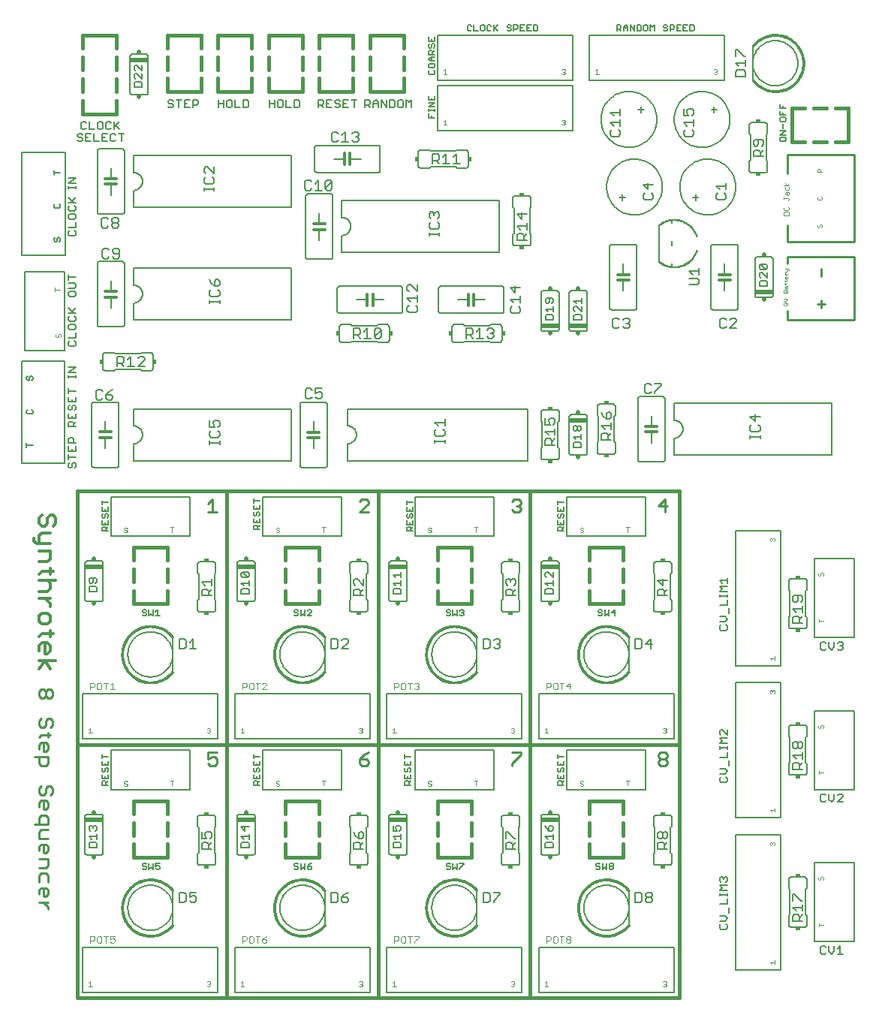
<source format=gto>
G75*
G70*
%OFA0B0*%
%FSLAX24Y24*%
%IPPOS*%
%LPD*%
%AMOC8*
5,1,8,0,0,1.08239X$1,22.5*
%
%ADD10C,0.0160*%
%ADD11C,0.0130*%
%ADD12C,0.0110*%
%ADD13C,0.0060*%
%ADD14C,0.0050*%
%ADD15C,0.0100*%
%ADD16C,0.0030*%
%ADD17C,0.0020*%
%ADD18R,0.0150X0.0200*%
%ADD19C,0.0120*%
%ADD20R,0.0200X0.0150*%
%ADD21C,0.0080*%
%ADD22C,0.0010*%
%ADD23R,0.0800X0.0200*%
%ADD24C,0.0200*%
D10*
X003181Y000681D02*
X003181Y011931D01*
X029931Y011931D01*
X029931Y023181D01*
X003181Y023181D01*
X003181Y011931D01*
X005681Y009431D02*
X007181Y009431D01*
X007181Y008861D01*
X007181Y008467D02*
X007181Y007896D01*
X007181Y007502D02*
X007181Y006931D01*
X005681Y006931D01*
X005681Y007502D01*
X005681Y007896D02*
X005681Y008467D01*
X005681Y008861D02*
X005681Y009431D01*
X012431Y009431D02*
X012431Y008861D01*
X012431Y008467D02*
X012431Y007896D01*
X012431Y007502D02*
X012431Y006931D01*
X013931Y006931D01*
X013931Y007502D01*
X013931Y007896D02*
X013931Y008467D01*
X013931Y008861D02*
X013931Y009431D01*
X012431Y009431D01*
X019181Y009431D02*
X019181Y008861D01*
X019181Y008467D02*
X019181Y007896D01*
X019181Y007502D02*
X019181Y006931D01*
X020681Y006931D01*
X020681Y007502D01*
X020681Y007896D02*
X020681Y008467D01*
X020681Y008861D02*
X020681Y009431D01*
X019181Y009431D01*
X025931Y009431D02*
X025931Y008861D01*
X025931Y008467D02*
X025931Y007896D01*
X025931Y007502D02*
X025931Y006931D01*
X027431Y006931D01*
X027431Y007502D01*
X027431Y007896D02*
X027431Y008467D01*
X027431Y008861D02*
X027431Y009431D01*
X025931Y009431D01*
X029931Y011931D02*
X029931Y000681D01*
X003181Y000681D01*
X009806Y000706D02*
X009806Y023106D01*
X007181Y020681D02*
X007181Y020111D01*
X007181Y019717D02*
X007181Y019146D01*
X007181Y018752D02*
X007181Y018181D01*
X005681Y018181D01*
X005681Y018752D01*
X005681Y019146D02*
X005681Y019717D01*
X005681Y020111D02*
X005681Y020681D01*
X007181Y020681D01*
X012431Y020681D02*
X012431Y020111D01*
X012431Y019717D02*
X012431Y019146D01*
X012431Y018752D02*
X012431Y018181D01*
X013931Y018181D01*
X013931Y018752D01*
X013931Y019146D02*
X013931Y019717D01*
X013931Y020111D02*
X013931Y020681D01*
X012431Y020681D01*
X016544Y023019D02*
X016544Y023106D01*
X016544Y023019D02*
X016544Y000706D01*
X023281Y000706D02*
X023281Y023106D01*
X020681Y020681D02*
X020681Y020111D01*
X020681Y019717D02*
X020681Y019146D01*
X020681Y018752D02*
X020681Y018181D01*
X019181Y018181D01*
X019181Y018752D01*
X019181Y019146D02*
X019181Y019717D01*
X019181Y020111D02*
X019181Y020681D01*
X020681Y020681D01*
X025931Y020681D02*
X025931Y020111D01*
X025931Y019717D02*
X025931Y019146D01*
X025931Y018752D02*
X025931Y018181D01*
X027431Y018181D01*
X027431Y018752D01*
X027431Y019146D02*
X027431Y019717D01*
X027431Y020111D02*
X027431Y020681D01*
X025931Y020681D01*
X034931Y038681D02*
X034931Y040181D01*
X035502Y040181D01*
X035896Y040181D02*
X036467Y040181D01*
X036861Y040181D02*
X037431Y040181D01*
X037431Y038681D01*
X036861Y038681D01*
X036467Y038681D02*
X035896Y038681D01*
X035502Y038681D02*
X034931Y038681D01*
X017681Y040931D02*
X016181Y040931D01*
X016181Y041502D01*
X016181Y041896D02*
X016181Y042467D01*
X016181Y042861D02*
X016181Y043431D01*
X017681Y043431D01*
X017681Y042861D01*
X017681Y042467D02*
X017681Y041896D01*
X017681Y041502D02*
X017681Y040931D01*
X015431Y040931D02*
X013931Y040931D01*
X013931Y041502D01*
X013931Y041896D02*
X013931Y042467D01*
X013931Y042861D02*
X013931Y043431D01*
X015431Y043431D01*
X015431Y042861D01*
X015431Y042467D02*
X015431Y041896D01*
X015431Y041502D02*
X015431Y040931D01*
X013181Y040931D02*
X011681Y040931D01*
X011681Y041502D01*
X011681Y041896D02*
X011681Y042467D01*
X011681Y042861D02*
X011681Y043431D01*
X013181Y043431D01*
X013181Y042861D01*
X013181Y042467D02*
X013181Y041896D01*
X013181Y041502D02*
X013181Y040931D01*
X010931Y040931D02*
X009431Y040931D01*
X009431Y041502D01*
X009431Y041896D02*
X009431Y042467D01*
X009431Y042861D02*
X009431Y043431D01*
X010931Y043431D01*
X010931Y042861D01*
X010931Y042467D02*
X010931Y041896D01*
X010931Y041502D02*
X010931Y040931D01*
X008681Y040931D02*
X007181Y040931D01*
X007181Y041502D01*
X007181Y041896D02*
X007181Y042467D01*
X007181Y042861D02*
X007181Y043431D01*
X008681Y043431D01*
X008681Y042861D01*
X008681Y042467D02*
X008681Y041896D01*
X008681Y041502D02*
X008681Y040931D01*
X004931Y040905D02*
X004931Y041485D01*
X004931Y041878D02*
X004931Y042458D01*
X004931Y042852D02*
X004931Y043431D01*
X003431Y043431D01*
X003431Y042852D01*
X003431Y042458D02*
X003431Y041878D01*
X003431Y041485D02*
X003431Y040905D01*
X003431Y040511D02*
X003431Y039931D01*
X004931Y039931D01*
X004931Y040511D01*
D11*
X002105Y022116D02*
X001983Y022116D01*
X001862Y021995D01*
X001862Y021751D01*
X001740Y021629D01*
X001618Y021629D01*
X001496Y021751D01*
X001496Y021995D01*
X001618Y022116D01*
X002105Y022116D02*
X002227Y021995D01*
X002227Y021751D01*
X002105Y021629D01*
X001983Y021325D02*
X001618Y021325D01*
X001496Y021203D01*
X001496Y020838D01*
X001375Y020838D02*
X001253Y020959D01*
X001253Y021081D01*
X001375Y020838D02*
X001983Y020838D01*
X001983Y020533D02*
X001983Y020167D01*
X001862Y020046D01*
X001496Y020046D01*
X001618Y019619D02*
X001496Y019497D01*
X001618Y019619D02*
X002105Y019619D01*
X001983Y019741D02*
X001983Y019497D01*
X001862Y019213D02*
X001983Y019091D01*
X001983Y018848D01*
X001862Y018726D01*
X001496Y018726D01*
X001496Y018421D02*
X001983Y018421D01*
X001740Y018421D02*
X001983Y018178D01*
X001983Y018056D01*
X001862Y017761D02*
X001983Y017639D01*
X001983Y017396D01*
X001862Y017274D01*
X001618Y017274D01*
X001496Y017396D01*
X001496Y017639D01*
X001618Y017761D01*
X001862Y017761D01*
X001983Y016969D02*
X001983Y016726D01*
X002105Y016848D02*
X001618Y016848D01*
X001496Y016726D01*
X001618Y016441D02*
X001496Y016320D01*
X001496Y016076D01*
X001740Y015954D02*
X001740Y016441D01*
X001862Y016441D02*
X001983Y016320D01*
X001983Y016076D01*
X001862Y015954D01*
X001740Y015954D01*
X001740Y015650D02*
X001983Y015284D01*
X001740Y015650D02*
X001496Y015284D01*
X001496Y015650D02*
X002227Y015650D01*
X001862Y016441D02*
X001618Y016441D01*
X001496Y019213D02*
X002227Y019213D01*
X001983Y020533D02*
X001496Y020533D01*
D12*
X001585Y014376D02*
X001486Y014278D01*
X001486Y014081D01*
X001585Y013983D01*
X001683Y013983D01*
X001782Y014081D01*
X001782Y014278D01*
X001880Y014376D01*
X001979Y014376D01*
X002077Y014278D01*
X002077Y014081D01*
X001979Y013983D01*
X001880Y013983D01*
X001782Y014081D01*
X001782Y014278D02*
X001683Y014376D01*
X001585Y014376D01*
X001585Y013087D02*
X001486Y012989D01*
X001486Y012792D01*
X001585Y012694D01*
X001683Y012694D01*
X001782Y012792D01*
X001782Y012989D01*
X001880Y013087D01*
X001979Y013087D01*
X002077Y012989D01*
X002077Y012792D01*
X001979Y012694D01*
X001880Y012443D02*
X001880Y012246D01*
X001979Y012344D02*
X001585Y012344D01*
X001486Y012246D01*
X001585Y012013D02*
X001486Y011915D01*
X001486Y011718D01*
X001683Y011619D02*
X001683Y012013D01*
X001585Y012013D02*
X001782Y012013D01*
X001880Y011915D01*
X001880Y011718D01*
X001782Y011619D01*
X001683Y011619D01*
X001486Y011369D02*
X001486Y011073D01*
X001585Y010975D01*
X001782Y010975D01*
X001880Y011073D01*
X001880Y011369D01*
X001290Y011369D01*
X001585Y010080D02*
X001486Y009981D01*
X001486Y009784D01*
X001585Y009686D01*
X001683Y009686D01*
X001782Y009784D01*
X001782Y009981D01*
X001880Y010080D01*
X001979Y010080D01*
X002077Y009981D01*
X002077Y009784D01*
X001979Y009686D01*
X001782Y009435D02*
X001880Y009337D01*
X001880Y009140D01*
X001782Y009041D01*
X001683Y009041D01*
X001683Y009435D01*
X001585Y009435D02*
X001782Y009435D01*
X001585Y009435D02*
X001486Y009337D01*
X001486Y009140D01*
X001585Y008791D02*
X001486Y008692D01*
X001486Y008397D01*
X001290Y008397D02*
X001880Y008397D01*
X001880Y008692D01*
X001782Y008791D01*
X001585Y008791D01*
X001585Y008146D02*
X001486Y008048D01*
X001486Y007752D01*
X001880Y007752D01*
X001782Y007501D02*
X001880Y007403D01*
X001880Y007206D01*
X001782Y007108D01*
X001683Y007108D01*
X001683Y007501D01*
X001585Y007501D02*
X001782Y007501D01*
X001585Y007501D02*
X001486Y007403D01*
X001486Y007206D01*
X001486Y006857D02*
X001880Y006857D01*
X001880Y006562D01*
X001782Y006463D01*
X001486Y006463D01*
X001585Y006212D02*
X001486Y006114D01*
X001486Y005819D01*
X001585Y005568D02*
X001486Y005469D01*
X001486Y005273D01*
X001683Y005174D02*
X001683Y005568D01*
X001585Y005568D02*
X001782Y005568D01*
X001880Y005469D01*
X001880Y005273D01*
X001782Y005174D01*
X001683Y005174D01*
X001683Y004923D02*
X001880Y004727D01*
X001880Y004628D01*
X001880Y004923D02*
X001486Y004923D01*
X001880Y005819D02*
X001880Y006114D01*
X001782Y006212D01*
X001585Y006212D01*
X001585Y008146D02*
X001880Y008146D01*
X008986Y011085D02*
X009085Y010986D01*
X009282Y010986D01*
X009380Y011085D01*
X009380Y011282D01*
X009282Y011380D01*
X009183Y011380D01*
X008986Y011282D01*
X008986Y011577D01*
X009380Y011577D01*
X015736Y011282D02*
X015736Y011085D01*
X015835Y010986D01*
X016032Y010986D01*
X016130Y011085D01*
X016130Y011183D01*
X016032Y011282D01*
X015736Y011282D01*
X015933Y011479D01*
X016130Y011577D01*
X022486Y011577D02*
X022880Y011577D01*
X022880Y011479D01*
X022486Y011085D01*
X022486Y010986D01*
X028986Y011085D02*
X028986Y011183D01*
X029085Y011282D01*
X029282Y011282D01*
X029380Y011183D01*
X029380Y011085D01*
X029282Y010986D01*
X029085Y010986D01*
X028986Y011085D01*
X029085Y011282D02*
X028986Y011380D01*
X028986Y011479D01*
X029085Y011577D01*
X029282Y011577D01*
X029380Y011479D01*
X029380Y011380D01*
X029282Y011282D01*
X029282Y022236D02*
X029282Y022827D01*
X028986Y022532D01*
X029380Y022532D01*
X022880Y022630D02*
X022782Y022532D01*
X022880Y022433D01*
X022880Y022335D01*
X022782Y022236D01*
X022585Y022236D01*
X022486Y022335D01*
X022683Y022532D02*
X022782Y022532D01*
X022880Y022630D02*
X022880Y022729D01*
X022782Y022827D01*
X022585Y022827D01*
X022486Y022729D01*
X016130Y022729D02*
X016032Y022827D01*
X015835Y022827D01*
X015736Y022729D01*
X016130Y022729D02*
X016130Y022630D01*
X015736Y022236D01*
X016130Y022236D01*
X009380Y022236D02*
X008986Y022236D01*
X009183Y022236D02*
X009183Y022827D01*
X008986Y022630D01*
D13*
X009231Y020038D02*
X008631Y020038D01*
X008614Y020036D01*
X008597Y020032D01*
X008581Y020025D01*
X008567Y020015D01*
X008554Y020002D01*
X008544Y019988D01*
X008537Y019972D01*
X008533Y019955D01*
X008531Y019938D01*
X008531Y019538D01*
X008581Y019488D01*
X008581Y018375D01*
X008531Y018325D01*
X008531Y017925D01*
X008533Y017908D01*
X008537Y017891D01*
X008544Y017875D01*
X008554Y017861D01*
X008567Y017848D01*
X008581Y017838D01*
X008597Y017831D01*
X008614Y017827D01*
X008631Y017825D01*
X009231Y017825D01*
X009248Y017827D01*
X009265Y017831D01*
X009281Y017838D01*
X009295Y017848D01*
X009308Y017861D01*
X009318Y017875D01*
X009325Y017891D01*
X009329Y017908D01*
X009331Y017925D01*
X009331Y018325D01*
X009281Y018375D01*
X009281Y019488D01*
X009331Y019538D01*
X009331Y019938D01*
X009329Y019955D01*
X009325Y019972D01*
X009318Y019988D01*
X009308Y020002D01*
X009295Y020015D01*
X009281Y020025D01*
X009265Y020032D01*
X009248Y020036D01*
X009231Y020038D01*
X009151Y019295D02*
X009151Y019001D01*
X009151Y019148D02*
X008711Y019148D01*
X008858Y019001D01*
X008784Y018834D02*
X008931Y018834D01*
X009005Y018761D01*
X009005Y018541D01*
X009151Y018541D02*
X008711Y018541D01*
X008711Y018761D01*
X008784Y018834D01*
X009005Y018687D02*
X009151Y018834D01*
X010281Y018381D02*
X010281Y019981D01*
X010283Y019998D01*
X010287Y020015D01*
X010294Y020031D01*
X010304Y020045D01*
X010317Y020058D01*
X010331Y020068D01*
X010347Y020075D01*
X010364Y020079D01*
X010381Y020081D01*
X010981Y020081D01*
X010998Y020079D01*
X011015Y020075D01*
X011031Y020068D01*
X011045Y020058D01*
X011058Y020045D01*
X011068Y020031D01*
X011075Y020015D01*
X011079Y019998D01*
X011081Y019981D01*
X011081Y018381D01*
X011079Y018364D01*
X011075Y018347D01*
X011068Y018331D01*
X011058Y018317D01*
X011045Y018304D01*
X011031Y018294D01*
X011015Y018287D01*
X010998Y018283D01*
X010981Y018281D01*
X010381Y018281D01*
X010364Y018283D01*
X010347Y018287D01*
X010331Y018294D01*
X010317Y018304D01*
X010304Y018317D01*
X010294Y018331D01*
X010287Y018347D01*
X010283Y018364D01*
X010281Y018381D01*
X008319Y016612D02*
X008319Y016171D01*
X008465Y016171D02*
X008172Y016171D01*
X008005Y016245D02*
X008005Y016538D01*
X007932Y016612D01*
X007711Y016612D01*
X007711Y016171D01*
X007932Y016171D01*
X008005Y016245D01*
X008172Y016465D02*
X008319Y016612D01*
X005431Y015931D02*
X005433Y015994D01*
X005439Y016056D01*
X005449Y016118D01*
X005462Y016180D01*
X005480Y016240D01*
X005501Y016299D01*
X005526Y016357D01*
X005555Y016413D01*
X005587Y016467D01*
X005622Y016519D01*
X005660Y016568D01*
X005702Y016616D01*
X005746Y016660D01*
X005794Y016702D01*
X005843Y016740D01*
X005895Y016775D01*
X005949Y016807D01*
X006005Y016836D01*
X006063Y016861D01*
X006122Y016882D01*
X006182Y016900D01*
X006244Y016913D01*
X006306Y016923D01*
X006368Y016929D01*
X006431Y016931D01*
X006494Y016929D01*
X006556Y016923D01*
X006618Y016913D01*
X006680Y016900D01*
X006740Y016882D01*
X006799Y016861D01*
X006857Y016836D01*
X006913Y016807D01*
X006967Y016775D01*
X007019Y016740D01*
X007068Y016702D01*
X007116Y016660D01*
X007160Y016616D01*
X007202Y016568D01*
X007240Y016519D01*
X007275Y016467D01*
X007307Y016413D01*
X007336Y016357D01*
X007361Y016299D01*
X007382Y016240D01*
X007400Y016180D01*
X007413Y016118D01*
X007423Y016056D01*
X007429Y015994D01*
X007431Y015931D01*
X007429Y015868D01*
X007423Y015806D01*
X007413Y015744D01*
X007400Y015682D01*
X007382Y015622D01*
X007361Y015563D01*
X007336Y015505D01*
X007307Y015449D01*
X007275Y015395D01*
X007240Y015343D01*
X007202Y015294D01*
X007160Y015246D01*
X007116Y015202D01*
X007068Y015160D01*
X007019Y015122D01*
X006967Y015087D01*
X006913Y015055D01*
X006857Y015026D01*
X006799Y015001D01*
X006740Y014980D01*
X006680Y014962D01*
X006618Y014949D01*
X006556Y014939D01*
X006494Y014933D01*
X006431Y014931D01*
X006368Y014933D01*
X006306Y014939D01*
X006244Y014949D01*
X006182Y014962D01*
X006122Y014980D01*
X006063Y015001D01*
X006005Y015026D01*
X005949Y015055D01*
X005895Y015087D01*
X005843Y015122D01*
X005794Y015160D01*
X005746Y015202D01*
X005702Y015246D01*
X005660Y015294D01*
X005622Y015343D01*
X005587Y015395D01*
X005555Y015449D01*
X005526Y015505D01*
X005501Y015563D01*
X005480Y015622D01*
X005462Y015682D01*
X005449Y015744D01*
X005439Y015806D01*
X005433Y015868D01*
X005431Y015931D01*
X004231Y018281D02*
X003631Y018281D01*
X003614Y018283D01*
X003597Y018287D01*
X003581Y018294D01*
X003567Y018304D01*
X003554Y018317D01*
X003544Y018331D01*
X003537Y018347D01*
X003533Y018364D01*
X003531Y018381D01*
X003531Y019981D01*
X003533Y019998D01*
X003537Y020015D01*
X003544Y020031D01*
X003554Y020045D01*
X003567Y020058D01*
X003581Y020068D01*
X003597Y020075D01*
X003614Y020079D01*
X003631Y020081D01*
X004231Y020081D01*
X004248Y020079D01*
X004265Y020075D01*
X004281Y020068D01*
X004295Y020058D01*
X004308Y020045D01*
X004318Y020031D01*
X004325Y020015D01*
X004329Y019998D01*
X004331Y019981D01*
X004331Y018381D01*
X004329Y018364D01*
X004325Y018347D01*
X004318Y018331D01*
X004308Y018317D01*
X004295Y018304D01*
X004281Y018294D01*
X004265Y018287D01*
X004248Y018283D01*
X004231Y018281D01*
X003931Y024231D02*
X004931Y024231D01*
X004948Y024233D01*
X004965Y024237D01*
X004981Y024244D01*
X004995Y024254D01*
X005008Y024267D01*
X005018Y024281D01*
X005025Y024297D01*
X005029Y024314D01*
X005031Y024331D01*
X005031Y027031D01*
X005029Y027048D01*
X005025Y027065D01*
X005018Y027081D01*
X005008Y027095D01*
X004995Y027108D01*
X004981Y027118D01*
X004965Y027125D01*
X004948Y027129D01*
X004931Y027131D01*
X003931Y027131D01*
X003914Y027129D01*
X003897Y027125D01*
X003881Y027118D01*
X003867Y027108D01*
X003854Y027095D01*
X003844Y027081D01*
X003837Y027065D01*
X003833Y027048D01*
X003831Y027031D01*
X003831Y024331D01*
X003833Y024314D01*
X003837Y024297D01*
X003844Y024281D01*
X003854Y024267D01*
X003867Y024254D01*
X003881Y024244D01*
X003897Y024237D01*
X003914Y024233D01*
X003931Y024231D01*
X003126Y024268D02*
X003070Y024211D01*
X003126Y024268D02*
X003126Y024382D01*
X003070Y024438D01*
X003013Y024438D01*
X002956Y024382D01*
X002956Y024268D01*
X002900Y024211D01*
X002843Y024211D01*
X002786Y024268D01*
X002786Y024382D01*
X002843Y024438D01*
X002786Y024580D02*
X002786Y024807D01*
X002786Y024693D02*
X003126Y024693D01*
X003126Y024948D02*
X002786Y024948D01*
X002786Y025175D01*
X002786Y025316D02*
X002786Y025486D01*
X002843Y025543D01*
X002956Y025543D01*
X003013Y025486D01*
X003013Y025316D01*
X003126Y025316D02*
X002786Y025316D01*
X002956Y025061D02*
X002956Y024948D01*
X003126Y024948D02*
X003126Y025175D01*
X003126Y026036D02*
X002786Y026036D01*
X002786Y026207D01*
X002843Y026263D01*
X002956Y026263D01*
X003013Y026207D01*
X003013Y026036D01*
X003013Y026150D02*
X003126Y026263D01*
X003126Y026405D02*
X003126Y026632D01*
X003070Y026773D02*
X003126Y026830D01*
X003126Y026943D01*
X003070Y027000D01*
X003013Y027000D01*
X002956Y026943D01*
X002956Y026830D01*
X002900Y026773D01*
X002843Y026773D01*
X002786Y026830D01*
X002786Y026943D01*
X002843Y027000D01*
X002786Y027141D02*
X003126Y027141D01*
X003126Y027368D01*
X002956Y027255D02*
X002956Y027141D01*
X002786Y027141D02*
X002786Y027368D01*
X002786Y027510D02*
X002786Y027736D01*
X002786Y027623D02*
X003126Y027623D01*
X003126Y028211D02*
X003126Y028325D01*
X003126Y028268D02*
X002786Y028268D01*
X002786Y028211D02*
X002786Y028325D01*
X002786Y028457D02*
X003126Y028684D01*
X002786Y028684D01*
X002786Y028457D02*
X003126Y028457D01*
X003070Y029611D02*
X003126Y029668D01*
X003126Y029782D01*
X003070Y029838D01*
X003126Y029980D02*
X002786Y029980D01*
X002843Y029838D02*
X002786Y029782D01*
X002786Y029668D01*
X002843Y029611D01*
X003070Y029611D01*
X003126Y029980D02*
X003126Y030207D01*
X003070Y030348D02*
X003126Y030405D01*
X003126Y030518D01*
X003070Y030575D01*
X002843Y030575D01*
X002786Y030518D01*
X002786Y030405D01*
X002843Y030348D01*
X003070Y030348D01*
X003070Y030716D02*
X003126Y030773D01*
X003126Y030886D01*
X003070Y030943D01*
X003126Y031085D02*
X002786Y031085D01*
X002843Y030943D02*
X002786Y030886D01*
X002786Y030773D01*
X002843Y030716D01*
X003070Y030716D01*
X003013Y031085D02*
X002786Y031311D01*
X002956Y031141D02*
X003126Y031311D01*
X003070Y031821D02*
X003126Y031878D01*
X003126Y031991D01*
X003070Y032048D01*
X002843Y032048D01*
X002786Y031991D01*
X002786Y031878D01*
X002843Y031821D01*
X003070Y031821D01*
X003070Y032190D02*
X003126Y032246D01*
X003126Y032360D01*
X003070Y032416D01*
X002786Y032416D01*
X002786Y032558D02*
X002786Y032785D01*
X002786Y032671D02*
X003126Y032671D01*
X003070Y032190D02*
X002786Y032190D01*
X004081Y033281D02*
X004081Y030581D01*
X004083Y030564D01*
X004087Y030547D01*
X004094Y030531D01*
X004104Y030517D01*
X004117Y030504D01*
X004131Y030494D01*
X004147Y030487D01*
X004164Y030483D01*
X004181Y030481D01*
X005181Y030481D01*
X005198Y030483D01*
X005215Y030487D01*
X005231Y030494D01*
X005245Y030504D01*
X005258Y030517D01*
X005268Y030531D01*
X005275Y030547D01*
X005279Y030564D01*
X005281Y030581D01*
X005281Y033281D01*
X005279Y033298D01*
X005275Y033315D01*
X005268Y033331D01*
X005258Y033345D01*
X005245Y033358D01*
X005231Y033368D01*
X005215Y033375D01*
X005198Y033379D01*
X005181Y033381D01*
X004181Y033381D01*
X004164Y033379D01*
X004147Y033375D01*
X004131Y033368D01*
X004117Y033358D01*
X004104Y033345D01*
X004094Y033331D01*
X004087Y033315D01*
X004083Y033298D01*
X004081Y033281D01*
X004681Y032531D02*
X004681Y032051D01*
X004681Y031801D02*
X004681Y031331D01*
X005681Y031531D02*
X005681Y030781D01*
X012681Y030781D01*
X012681Y033081D01*
X005681Y033081D01*
X005681Y032331D01*
X005720Y032329D01*
X005759Y032323D01*
X005797Y032314D01*
X005834Y032301D01*
X005870Y032284D01*
X005903Y032264D01*
X005935Y032240D01*
X005964Y032214D01*
X005990Y032185D01*
X006014Y032153D01*
X006034Y032120D01*
X006051Y032084D01*
X006064Y032047D01*
X006073Y032009D01*
X006079Y031970D01*
X006081Y031931D01*
X006079Y031892D01*
X006073Y031853D01*
X006064Y031815D01*
X006051Y031778D01*
X006034Y031742D01*
X006014Y031709D01*
X005990Y031677D01*
X005964Y031648D01*
X005935Y031622D01*
X005903Y031598D01*
X005870Y031578D01*
X005834Y031561D01*
X005797Y031548D01*
X005759Y031539D01*
X005720Y031533D01*
X005681Y031531D01*
X006038Y029331D02*
X006438Y029331D01*
X006455Y029329D01*
X006472Y029325D01*
X006488Y029318D01*
X006502Y029308D01*
X006515Y029295D01*
X006525Y029281D01*
X006532Y029265D01*
X006536Y029248D01*
X006538Y029231D01*
X006538Y028631D01*
X006536Y028614D01*
X006532Y028597D01*
X006525Y028581D01*
X006515Y028567D01*
X006502Y028554D01*
X006488Y028544D01*
X006472Y028537D01*
X006455Y028533D01*
X006438Y028531D01*
X006038Y028531D01*
X005988Y028581D01*
X004875Y028581D01*
X004825Y028531D01*
X004425Y028531D01*
X004408Y028533D01*
X004391Y028537D01*
X004375Y028544D01*
X004361Y028554D01*
X004348Y028567D01*
X004338Y028581D01*
X004331Y028597D01*
X004327Y028614D01*
X004325Y028631D01*
X004325Y029231D01*
X004327Y029248D01*
X004331Y029265D01*
X004338Y029281D01*
X004348Y029295D01*
X004361Y029308D01*
X004375Y029318D01*
X004391Y029325D01*
X004408Y029329D01*
X004425Y029331D01*
X004825Y029331D01*
X004875Y029281D01*
X005988Y029281D01*
X006038Y029331D01*
X006102Y029152D02*
X005956Y029152D01*
X005882Y029078D01*
X006102Y029152D02*
X006176Y029078D01*
X006176Y029005D01*
X005882Y028711D01*
X006176Y028711D01*
X005715Y028711D02*
X005422Y028711D01*
X005569Y028711D02*
X005569Y029152D01*
X005422Y029005D01*
X005255Y028932D02*
X005182Y028858D01*
X004961Y028858D01*
X004961Y028711D02*
X004961Y029152D01*
X005182Y029152D01*
X005255Y029078D01*
X005255Y028932D01*
X005108Y028858D02*
X005255Y028711D01*
X005681Y026831D02*
X005681Y026081D01*
X005720Y026079D01*
X005759Y026073D01*
X005797Y026064D01*
X005834Y026051D01*
X005870Y026034D01*
X005903Y026014D01*
X005935Y025990D01*
X005964Y025964D01*
X005990Y025935D01*
X006014Y025903D01*
X006034Y025870D01*
X006051Y025834D01*
X006064Y025797D01*
X006073Y025759D01*
X006079Y025720D01*
X006081Y025681D01*
X006079Y025642D01*
X006073Y025603D01*
X006064Y025565D01*
X006051Y025528D01*
X006034Y025492D01*
X006014Y025459D01*
X005990Y025427D01*
X005964Y025398D01*
X005935Y025372D01*
X005903Y025348D01*
X005870Y025328D01*
X005834Y025311D01*
X005797Y025298D01*
X005759Y025289D01*
X005720Y025283D01*
X005681Y025281D01*
X005681Y024531D01*
X012681Y024531D01*
X012681Y026831D01*
X005681Y026831D01*
X004431Y026281D02*
X004431Y025811D01*
X004431Y025561D02*
X004431Y025081D01*
X003126Y026405D02*
X002786Y026405D01*
X002786Y026632D01*
X002956Y026518D02*
X002956Y026405D01*
X003070Y034511D02*
X003126Y034568D01*
X003126Y034682D01*
X003070Y034738D01*
X003126Y034880D02*
X002786Y034880D01*
X002843Y034738D02*
X002786Y034682D01*
X002786Y034568D01*
X002843Y034511D01*
X003070Y034511D01*
X003126Y034880D02*
X003126Y035107D01*
X003070Y035248D02*
X003126Y035305D01*
X003126Y035418D01*
X003070Y035475D01*
X002843Y035475D01*
X002786Y035418D01*
X002786Y035305D01*
X002843Y035248D01*
X003070Y035248D01*
X003070Y035616D02*
X003126Y035673D01*
X003126Y035786D01*
X003070Y035843D01*
X003126Y035985D02*
X002786Y035985D01*
X002843Y035843D02*
X002786Y035786D01*
X002786Y035673D01*
X002843Y035616D01*
X003070Y035616D01*
X003013Y035985D02*
X002786Y036211D01*
X002956Y036041D02*
X003126Y036211D01*
X003126Y036611D02*
X003126Y036725D01*
X003126Y036668D02*
X002786Y036668D01*
X002786Y036611D02*
X002786Y036725D01*
X002786Y036857D02*
X003126Y037084D01*
X002786Y037084D01*
X002786Y036857D02*
X003126Y036857D01*
X004081Y035581D02*
X004081Y038281D01*
X004083Y038298D01*
X004087Y038315D01*
X004094Y038331D01*
X004104Y038345D01*
X004117Y038358D01*
X004131Y038368D01*
X004147Y038375D01*
X004164Y038379D01*
X004181Y038381D01*
X005181Y038381D01*
X005198Y038379D01*
X005215Y038375D01*
X005231Y038368D01*
X005245Y038358D01*
X005258Y038345D01*
X005268Y038331D01*
X005275Y038315D01*
X005279Y038298D01*
X005281Y038281D01*
X005281Y035581D01*
X005279Y035564D01*
X005275Y035547D01*
X005268Y035531D01*
X005258Y035517D01*
X005245Y035504D01*
X005231Y035494D01*
X005215Y035487D01*
X005198Y035483D01*
X005181Y035481D01*
X004181Y035481D01*
X004164Y035483D01*
X004147Y035487D01*
X004131Y035494D01*
X004117Y035504D01*
X004104Y035517D01*
X004094Y035531D01*
X004087Y035547D01*
X004083Y035564D01*
X004081Y035581D01*
X004681Y036331D02*
X004681Y036811D01*
X004681Y037061D02*
X004681Y037531D01*
X005681Y037331D02*
X005681Y038081D01*
X012681Y038081D01*
X012681Y035781D01*
X005681Y035781D01*
X005681Y036531D01*
X005720Y036533D01*
X005759Y036539D01*
X005797Y036548D01*
X005834Y036561D01*
X005870Y036578D01*
X005903Y036598D01*
X005935Y036622D01*
X005964Y036648D01*
X005990Y036677D01*
X006014Y036709D01*
X006034Y036742D01*
X006051Y036778D01*
X006064Y036815D01*
X006073Y036853D01*
X006079Y036892D01*
X006081Y036931D01*
X006079Y036970D01*
X006073Y037009D01*
X006064Y037047D01*
X006051Y037084D01*
X006034Y037120D01*
X006014Y037153D01*
X005990Y037185D01*
X005964Y037214D01*
X005935Y037240D01*
X005903Y037264D01*
X005870Y037284D01*
X005834Y037301D01*
X005797Y037314D01*
X005759Y037323D01*
X005720Y037329D01*
X005681Y037331D01*
X005141Y038711D02*
X005141Y039052D01*
X005028Y039052D02*
X005255Y039052D01*
X005061Y039236D02*
X004891Y039407D01*
X004835Y039350D02*
X005061Y039577D01*
X004835Y039577D02*
X004835Y039236D01*
X004693Y039293D02*
X004636Y039236D01*
X004523Y039236D01*
X004466Y039293D01*
X004466Y039520D01*
X004523Y039577D01*
X004636Y039577D01*
X004693Y039520D01*
X004325Y039520D02*
X004325Y039293D01*
X004268Y039236D01*
X004155Y039236D01*
X004098Y039293D01*
X004098Y039520D01*
X004155Y039577D01*
X004268Y039577D01*
X004325Y039520D01*
X003957Y039236D02*
X003730Y039236D01*
X003730Y039577D01*
X003588Y039520D02*
X003532Y039577D01*
X003418Y039577D01*
X003361Y039520D01*
X003361Y039293D01*
X003418Y039236D01*
X003532Y039236D01*
X003588Y039293D01*
X003555Y039052D02*
X003555Y038711D01*
X003782Y038711D01*
X003923Y038711D02*
X003923Y039052D01*
X003782Y039052D02*
X003555Y039052D01*
X003413Y038995D02*
X003357Y039052D01*
X003243Y039052D01*
X003186Y038995D01*
X003186Y038938D01*
X003243Y038882D01*
X003357Y038882D01*
X003413Y038825D01*
X003413Y038768D01*
X003357Y038711D01*
X003243Y038711D01*
X003186Y038768D01*
X003555Y038882D02*
X003668Y038882D01*
X003923Y038711D02*
X004150Y038711D01*
X004291Y038711D02*
X004291Y039052D01*
X004518Y039052D01*
X004660Y038995D02*
X004660Y038768D01*
X004716Y038711D01*
X004830Y038711D01*
X004886Y038768D01*
X004886Y038995D02*
X004830Y039052D01*
X004716Y039052D01*
X004660Y038995D01*
X004405Y038882D02*
X004291Y038882D01*
X004291Y038711D02*
X004518Y038711D01*
X005631Y040781D02*
X006231Y040781D01*
X006248Y040783D01*
X006265Y040787D01*
X006281Y040794D01*
X006295Y040804D01*
X006308Y040817D01*
X006318Y040831D01*
X006325Y040847D01*
X006329Y040864D01*
X006331Y040881D01*
X006331Y042481D01*
X006329Y042498D01*
X006325Y042515D01*
X006318Y042531D01*
X006308Y042545D01*
X006295Y042558D01*
X006281Y042568D01*
X006265Y042575D01*
X006248Y042579D01*
X006231Y042581D01*
X005631Y042581D01*
X005614Y042579D01*
X005597Y042575D01*
X005581Y042568D01*
X005567Y042558D01*
X005554Y042545D01*
X005544Y042531D01*
X005537Y042515D01*
X005533Y042498D01*
X005531Y042481D01*
X005531Y040881D01*
X005533Y040864D01*
X005537Y040847D01*
X005544Y040831D01*
X005554Y040817D01*
X005567Y040804D01*
X005581Y040794D01*
X005597Y040787D01*
X005614Y040783D01*
X005631Y040781D01*
X007211Y040495D02*
X007211Y040438D01*
X007268Y040382D01*
X007382Y040382D01*
X007438Y040325D01*
X007438Y040268D01*
X007382Y040211D01*
X007268Y040211D01*
X007211Y040268D01*
X007211Y040495D02*
X007268Y040552D01*
X007382Y040552D01*
X007438Y040495D01*
X007580Y040552D02*
X007807Y040552D01*
X007693Y040552D02*
X007693Y040211D01*
X007948Y040211D02*
X007948Y040552D01*
X008175Y040552D01*
X008316Y040552D02*
X008486Y040552D01*
X008543Y040495D01*
X008543Y040382D01*
X008486Y040325D01*
X008316Y040325D01*
X008316Y040211D02*
X008316Y040552D01*
X008061Y040382D02*
X007948Y040382D01*
X007948Y040211D02*
X008175Y040211D01*
X009461Y040211D02*
X009461Y040552D01*
X009461Y040382D02*
X009688Y040382D01*
X009688Y040552D02*
X009688Y040211D01*
X009830Y040268D02*
X009886Y040211D01*
X010000Y040211D01*
X010057Y040268D01*
X010057Y040495D01*
X010000Y040552D01*
X009886Y040552D01*
X009830Y040495D01*
X009830Y040268D01*
X010198Y040211D02*
X010198Y040552D01*
X010198Y040211D02*
X010425Y040211D01*
X010566Y040211D02*
X010566Y040552D01*
X010736Y040552D01*
X010793Y040495D01*
X010793Y040268D01*
X010736Y040211D01*
X010566Y040211D01*
X011711Y040211D02*
X011711Y040552D01*
X011711Y040382D02*
X011938Y040382D01*
X011938Y040552D02*
X011938Y040211D01*
X012080Y040268D02*
X012080Y040495D01*
X012136Y040552D01*
X012250Y040552D01*
X012307Y040495D01*
X012307Y040268D01*
X012250Y040211D01*
X012136Y040211D01*
X012080Y040268D01*
X012448Y040211D02*
X012448Y040552D01*
X012448Y040211D02*
X012675Y040211D01*
X012816Y040211D02*
X012816Y040552D01*
X012986Y040552D01*
X013043Y040495D01*
X013043Y040268D01*
X012986Y040211D01*
X012816Y040211D01*
X013886Y040211D02*
X013886Y040552D01*
X014057Y040552D01*
X014113Y040495D01*
X014113Y040382D01*
X014057Y040325D01*
X013886Y040325D01*
X014000Y040325D02*
X014113Y040211D01*
X014255Y040211D02*
X014482Y040211D01*
X014623Y040268D02*
X014680Y040211D01*
X014793Y040211D01*
X014850Y040268D01*
X014850Y040325D01*
X014793Y040382D01*
X014680Y040382D01*
X014623Y040438D01*
X014623Y040495D01*
X014680Y040552D01*
X014793Y040552D01*
X014850Y040495D01*
X014991Y040552D02*
X014991Y040211D01*
X015218Y040211D01*
X015105Y040382D02*
X014991Y040382D01*
X014991Y040552D02*
X015218Y040552D01*
X015360Y040552D02*
X015586Y040552D01*
X015473Y040552D02*
X015473Y040211D01*
X015961Y040211D02*
X015961Y040552D01*
X016132Y040552D01*
X016188Y040495D01*
X016188Y040382D01*
X016132Y040325D01*
X015961Y040325D01*
X016075Y040325D02*
X016188Y040211D01*
X016330Y040211D02*
X016330Y040438D01*
X016443Y040552D01*
X016557Y040438D01*
X016557Y040211D01*
X016698Y040211D02*
X016698Y040552D01*
X016925Y040211D01*
X016925Y040552D01*
X017066Y040552D02*
X017066Y040211D01*
X017236Y040211D01*
X017293Y040268D01*
X017293Y040495D01*
X017236Y040552D01*
X017066Y040552D01*
X017435Y040495D02*
X017435Y040268D01*
X017491Y040211D01*
X017605Y040211D01*
X017661Y040268D01*
X017661Y040495D01*
X017605Y040552D01*
X017491Y040552D01*
X017435Y040495D01*
X017803Y040552D02*
X017803Y040211D01*
X018030Y040211D02*
X018030Y040552D01*
X017916Y040438D01*
X017803Y040552D01*
X016557Y040382D02*
X016330Y040382D01*
X014482Y040552D02*
X014255Y040552D01*
X014255Y040211D01*
X014255Y040382D02*
X014368Y040382D01*
X013831Y038531D02*
X016531Y038531D01*
X016548Y038529D01*
X016565Y038525D01*
X016581Y038518D01*
X016595Y038508D01*
X016608Y038495D01*
X016618Y038481D01*
X016625Y038465D01*
X016629Y038448D01*
X016631Y038431D01*
X016631Y037431D01*
X016629Y037414D01*
X016625Y037397D01*
X016618Y037381D01*
X016608Y037367D01*
X016595Y037354D01*
X016581Y037344D01*
X016565Y037337D01*
X016548Y037333D01*
X016531Y037331D01*
X013831Y037331D01*
X013814Y037333D01*
X013797Y037337D01*
X013781Y037344D01*
X013767Y037354D01*
X013754Y037367D01*
X013744Y037381D01*
X013737Y037397D01*
X013733Y037414D01*
X013731Y037431D01*
X013731Y038431D01*
X013733Y038448D01*
X013737Y038465D01*
X013744Y038481D01*
X013754Y038495D01*
X013767Y038508D01*
X013781Y038518D01*
X013797Y038525D01*
X013814Y038529D01*
X013831Y038531D01*
X014581Y037931D02*
X015051Y037931D01*
X015301Y037931D02*
X015781Y037931D01*
X014431Y036381D02*
X013431Y036381D01*
X013414Y036379D01*
X013397Y036375D01*
X013381Y036368D01*
X013367Y036358D01*
X013354Y036345D01*
X013344Y036331D01*
X013337Y036315D01*
X013333Y036298D01*
X013331Y036281D01*
X013331Y033581D01*
X013333Y033564D01*
X013337Y033547D01*
X013344Y033531D01*
X013354Y033517D01*
X013367Y033504D01*
X013381Y033494D01*
X013397Y033487D01*
X013414Y033483D01*
X013431Y033481D01*
X014431Y033481D01*
X014448Y033483D01*
X014465Y033487D01*
X014481Y033494D01*
X014495Y033504D01*
X014508Y033517D01*
X014518Y033531D01*
X014525Y033547D01*
X014529Y033564D01*
X014531Y033581D01*
X014531Y036281D01*
X014529Y036298D01*
X014525Y036315D01*
X014518Y036331D01*
X014508Y036345D01*
X014495Y036358D01*
X014481Y036368D01*
X014465Y036375D01*
X014448Y036379D01*
X014431Y036381D01*
X014931Y036081D02*
X014931Y035331D01*
X014970Y035329D01*
X015009Y035323D01*
X015047Y035314D01*
X015084Y035301D01*
X015120Y035284D01*
X015153Y035264D01*
X015185Y035240D01*
X015214Y035214D01*
X015240Y035185D01*
X015264Y035153D01*
X015284Y035120D01*
X015301Y035084D01*
X015314Y035047D01*
X015323Y035009D01*
X015329Y034970D01*
X015331Y034931D01*
X015329Y034892D01*
X015323Y034853D01*
X015314Y034815D01*
X015301Y034778D01*
X015284Y034742D01*
X015264Y034709D01*
X015240Y034677D01*
X015214Y034648D01*
X015185Y034622D01*
X015153Y034598D01*
X015120Y034578D01*
X015084Y034561D01*
X015047Y034548D01*
X015009Y034539D01*
X014970Y034533D01*
X014931Y034531D01*
X014931Y033781D01*
X021931Y033781D01*
X021931Y036081D01*
X014931Y036081D01*
X013931Y035531D02*
X013931Y035051D01*
X013931Y034801D02*
X013931Y034331D01*
X014831Y032281D02*
X017531Y032281D01*
X017548Y032279D01*
X017565Y032275D01*
X017581Y032268D01*
X017595Y032258D01*
X017608Y032245D01*
X017618Y032231D01*
X017625Y032215D01*
X017629Y032198D01*
X017631Y032181D01*
X017631Y031181D01*
X017629Y031164D01*
X017625Y031147D01*
X017618Y031131D01*
X017608Y031117D01*
X017595Y031104D01*
X017581Y031094D01*
X017565Y031087D01*
X017548Y031083D01*
X017531Y031081D01*
X014831Y031081D01*
X014814Y031083D01*
X014797Y031087D01*
X014781Y031094D01*
X014767Y031104D01*
X014754Y031117D01*
X014744Y031131D01*
X014737Y031147D01*
X014733Y031164D01*
X014731Y031181D01*
X014731Y032181D01*
X014733Y032198D01*
X014737Y032215D01*
X014744Y032231D01*
X014754Y032245D01*
X014767Y032258D01*
X014781Y032268D01*
X014797Y032275D01*
X014814Y032279D01*
X014831Y032281D01*
X015581Y031681D02*
X016061Y031681D01*
X016311Y031681D02*
X016781Y031681D01*
X016938Y030581D02*
X016538Y030581D01*
X016488Y030531D01*
X015375Y030531D01*
X015325Y030581D01*
X014925Y030581D01*
X014908Y030579D01*
X014891Y030575D01*
X014875Y030568D01*
X014861Y030558D01*
X014848Y030545D01*
X014838Y030531D01*
X014831Y030515D01*
X014827Y030498D01*
X014825Y030481D01*
X014825Y029881D01*
X014827Y029864D01*
X014831Y029847D01*
X014838Y029831D01*
X014848Y029817D01*
X014861Y029804D01*
X014875Y029794D01*
X014891Y029787D01*
X014908Y029783D01*
X014925Y029781D01*
X015325Y029781D01*
X015375Y029831D01*
X016488Y029831D01*
X016538Y029781D01*
X016938Y029781D01*
X016955Y029783D01*
X016972Y029787D01*
X016988Y029794D01*
X017002Y029804D01*
X017015Y029817D01*
X017025Y029831D01*
X017032Y029847D01*
X017036Y029864D01*
X017038Y029881D01*
X017038Y030481D01*
X017036Y030498D01*
X017032Y030515D01*
X017025Y030531D01*
X017015Y030545D01*
X017002Y030558D01*
X016988Y030568D01*
X016972Y030575D01*
X016955Y030579D01*
X016938Y030581D01*
X016676Y030328D02*
X016382Y030035D01*
X016456Y029961D01*
X016602Y029961D01*
X016676Y030035D01*
X016676Y030328D01*
X016602Y030402D01*
X016456Y030402D01*
X016382Y030328D01*
X016382Y030035D01*
X016215Y029961D02*
X015922Y029961D01*
X016069Y029961D02*
X016069Y030402D01*
X015922Y030255D01*
X015755Y030182D02*
X015682Y030108D01*
X015461Y030108D01*
X015461Y029961D02*
X015461Y030402D01*
X015682Y030402D01*
X015755Y030328D01*
X015755Y030182D01*
X015608Y030108D02*
X015755Y029961D01*
X014181Y027131D02*
X013181Y027131D01*
X013164Y027129D01*
X013147Y027125D01*
X013131Y027118D01*
X013117Y027108D01*
X013104Y027095D01*
X013094Y027081D01*
X013087Y027065D01*
X013083Y027048D01*
X013081Y027031D01*
X013081Y024331D01*
X013083Y024314D01*
X013087Y024297D01*
X013094Y024281D01*
X013104Y024267D01*
X013117Y024254D01*
X013131Y024244D01*
X013147Y024237D01*
X013164Y024233D01*
X013181Y024231D01*
X014181Y024231D01*
X014198Y024233D01*
X014215Y024237D01*
X014231Y024244D01*
X014245Y024254D01*
X014258Y024267D01*
X014268Y024281D01*
X014275Y024297D01*
X014279Y024314D01*
X014281Y024331D01*
X014281Y027031D01*
X014279Y027048D01*
X014275Y027065D01*
X014268Y027081D01*
X014258Y027095D01*
X014245Y027108D01*
X014231Y027118D01*
X014215Y027125D01*
X014198Y027129D01*
X014181Y027131D01*
X013681Y026281D02*
X013681Y025801D01*
X013681Y025551D02*
X013681Y025081D01*
X015181Y025281D02*
X015181Y024531D01*
X023181Y024531D01*
X023181Y026831D01*
X015181Y026831D01*
X015181Y026081D01*
X015220Y026079D01*
X015259Y026073D01*
X015297Y026064D01*
X015334Y026051D01*
X015370Y026034D01*
X015403Y026014D01*
X015435Y025990D01*
X015464Y025964D01*
X015490Y025935D01*
X015514Y025903D01*
X015534Y025870D01*
X015551Y025834D01*
X015564Y025797D01*
X015573Y025759D01*
X015579Y025720D01*
X015581Y025681D01*
X015579Y025642D01*
X015573Y025603D01*
X015564Y025565D01*
X015551Y025528D01*
X015534Y025492D01*
X015514Y025459D01*
X015490Y025427D01*
X015464Y025398D01*
X015435Y025372D01*
X015403Y025348D01*
X015370Y025328D01*
X015334Y025311D01*
X015297Y025298D01*
X015259Y025289D01*
X015220Y025283D01*
X015181Y025281D01*
X015381Y020038D02*
X015981Y020038D01*
X015998Y020036D01*
X016015Y020032D01*
X016031Y020025D01*
X016045Y020015D01*
X016058Y020002D01*
X016068Y019988D01*
X016075Y019972D01*
X016079Y019955D01*
X016081Y019938D01*
X016081Y019538D01*
X016031Y019488D01*
X016031Y018375D01*
X016081Y018325D01*
X016081Y017925D01*
X016079Y017908D01*
X016075Y017891D01*
X016068Y017875D01*
X016058Y017861D01*
X016045Y017848D01*
X016031Y017838D01*
X016015Y017831D01*
X015998Y017827D01*
X015981Y017825D01*
X015381Y017825D01*
X015364Y017827D01*
X015347Y017831D01*
X015331Y017838D01*
X015317Y017848D01*
X015304Y017861D01*
X015294Y017875D01*
X015287Y017891D01*
X015283Y017908D01*
X015281Y017925D01*
X015281Y018325D01*
X015331Y018375D01*
X015331Y019488D01*
X015281Y019538D01*
X015281Y019938D01*
X015283Y019955D01*
X015287Y019972D01*
X015294Y019988D01*
X015304Y020002D01*
X015317Y020015D01*
X015331Y020025D01*
X015347Y020032D01*
X015364Y020036D01*
X015381Y020038D01*
X015534Y019295D02*
X015461Y019221D01*
X015461Y019074D01*
X015534Y019001D01*
X015534Y018834D02*
X015681Y018834D01*
X015755Y018761D01*
X015755Y018541D01*
X015901Y018541D02*
X015461Y018541D01*
X015461Y018761D01*
X015534Y018834D01*
X015755Y018687D02*
X015901Y018834D01*
X015901Y019001D02*
X015608Y019295D01*
X015534Y019295D01*
X015901Y019295D02*
X015901Y019001D01*
X017031Y018381D02*
X017031Y019981D01*
X017033Y019998D01*
X017037Y020015D01*
X017044Y020031D01*
X017054Y020045D01*
X017067Y020058D01*
X017081Y020068D01*
X017097Y020075D01*
X017114Y020079D01*
X017131Y020081D01*
X017731Y020081D01*
X017748Y020079D01*
X017765Y020075D01*
X017781Y020068D01*
X017795Y020058D01*
X017808Y020045D01*
X017818Y020031D01*
X017825Y020015D01*
X017829Y019998D01*
X017831Y019981D01*
X017831Y018381D01*
X017829Y018364D01*
X017825Y018347D01*
X017818Y018331D01*
X017808Y018317D01*
X017795Y018304D01*
X017781Y018294D01*
X017765Y018287D01*
X017748Y018283D01*
X017731Y018281D01*
X017131Y018281D01*
X017114Y018283D01*
X017097Y018287D01*
X017081Y018294D01*
X017067Y018304D01*
X017054Y018317D01*
X017044Y018331D01*
X017037Y018347D01*
X017033Y018364D01*
X017031Y018381D01*
X015215Y016538D02*
X015142Y016612D01*
X014995Y016612D01*
X014922Y016538D01*
X014755Y016538D02*
X014682Y016612D01*
X014461Y016612D01*
X014461Y016171D01*
X014682Y016171D01*
X014755Y016245D01*
X014755Y016538D01*
X014922Y016171D02*
X015215Y016465D01*
X015215Y016538D01*
X015215Y016171D02*
X014922Y016171D01*
X012181Y015931D02*
X012183Y015994D01*
X012189Y016056D01*
X012199Y016118D01*
X012212Y016180D01*
X012230Y016240D01*
X012251Y016299D01*
X012276Y016357D01*
X012305Y016413D01*
X012337Y016467D01*
X012372Y016519D01*
X012410Y016568D01*
X012452Y016616D01*
X012496Y016660D01*
X012544Y016702D01*
X012593Y016740D01*
X012645Y016775D01*
X012699Y016807D01*
X012755Y016836D01*
X012813Y016861D01*
X012872Y016882D01*
X012932Y016900D01*
X012994Y016913D01*
X013056Y016923D01*
X013118Y016929D01*
X013181Y016931D01*
X013244Y016929D01*
X013306Y016923D01*
X013368Y016913D01*
X013430Y016900D01*
X013490Y016882D01*
X013549Y016861D01*
X013607Y016836D01*
X013663Y016807D01*
X013717Y016775D01*
X013769Y016740D01*
X013818Y016702D01*
X013866Y016660D01*
X013910Y016616D01*
X013952Y016568D01*
X013990Y016519D01*
X014025Y016467D01*
X014057Y016413D01*
X014086Y016357D01*
X014111Y016299D01*
X014132Y016240D01*
X014150Y016180D01*
X014163Y016118D01*
X014173Y016056D01*
X014179Y015994D01*
X014181Y015931D01*
X014179Y015868D01*
X014173Y015806D01*
X014163Y015744D01*
X014150Y015682D01*
X014132Y015622D01*
X014111Y015563D01*
X014086Y015505D01*
X014057Y015449D01*
X014025Y015395D01*
X013990Y015343D01*
X013952Y015294D01*
X013910Y015246D01*
X013866Y015202D01*
X013818Y015160D01*
X013769Y015122D01*
X013717Y015087D01*
X013663Y015055D01*
X013607Y015026D01*
X013549Y015001D01*
X013490Y014980D01*
X013430Y014962D01*
X013368Y014949D01*
X013306Y014939D01*
X013244Y014933D01*
X013181Y014931D01*
X013118Y014933D01*
X013056Y014939D01*
X012994Y014949D01*
X012932Y014962D01*
X012872Y014980D01*
X012813Y015001D01*
X012755Y015026D01*
X012699Y015055D01*
X012645Y015087D01*
X012593Y015122D01*
X012544Y015160D01*
X012496Y015202D01*
X012452Y015246D01*
X012410Y015294D01*
X012372Y015343D01*
X012337Y015395D01*
X012305Y015449D01*
X012276Y015505D01*
X012251Y015563D01*
X012230Y015622D01*
X012212Y015682D01*
X012199Y015744D01*
X012189Y015806D01*
X012183Y015868D01*
X012181Y015931D01*
X010981Y008831D02*
X010381Y008831D01*
X010364Y008829D01*
X010347Y008825D01*
X010331Y008818D01*
X010317Y008808D01*
X010304Y008795D01*
X010294Y008781D01*
X010287Y008765D01*
X010283Y008748D01*
X010281Y008731D01*
X010281Y007131D01*
X010283Y007114D01*
X010287Y007097D01*
X010294Y007081D01*
X010304Y007067D01*
X010317Y007054D01*
X010331Y007044D01*
X010347Y007037D01*
X010364Y007033D01*
X010381Y007031D01*
X010981Y007031D01*
X010998Y007033D01*
X011015Y007037D01*
X011031Y007044D01*
X011045Y007054D01*
X011058Y007067D01*
X011068Y007081D01*
X011075Y007097D01*
X011079Y007114D01*
X011081Y007131D01*
X011081Y008731D01*
X011079Y008748D01*
X011075Y008765D01*
X011068Y008781D01*
X011058Y008795D01*
X011045Y008808D01*
X011031Y008818D01*
X011015Y008825D01*
X010998Y008829D01*
X010981Y008831D01*
X009331Y008688D02*
X009331Y008288D01*
X009281Y008238D01*
X009281Y007125D01*
X009331Y007075D01*
X009331Y006675D01*
X009329Y006658D01*
X009325Y006641D01*
X009318Y006625D01*
X009308Y006611D01*
X009295Y006598D01*
X009281Y006588D01*
X009265Y006581D01*
X009248Y006577D01*
X009231Y006575D01*
X008631Y006575D01*
X008614Y006577D01*
X008597Y006581D01*
X008581Y006588D01*
X008567Y006598D01*
X008554Y006611D01*
X008544Y006625D01*
X008537Y006641D01*
X008533Y006658D01*
X008531Y006675D01*
X008531Y007075D01*
X008581Y007125D01*
X008581Y008238D01*
X008531Y008288D01*
X008531Y008688D01*
X008533Y008705D01*
X008537Y008722D01*
X008544Y008738D01*
X008554Y008752D01*
X008567Y008765D01*
X008581Y008775D01*
X008597Y008782D01*
X008614Y008786D01*
X008631Y008788D01*
X009231Y008788D01*
X009248Y008786D01*
X009265Y008782D01*
X009281Y008775D01*
X009295Y008765D01*
X009308Y008752D01*
X009318Y008738D01*
X009325Y008722D01*
X009329Y008705D01*
X009331Y008688D01*
X009078Y008045D02*
X009151Y007971D01*
X009151Y007824D01*
X009078Y007751D01*
X008931Y007751D02*
X008858Y007898D01*
X008858Y007971D01*
X008931Y008045D01*
X009078Y008045D01*
X008931Y007751D02*
X008711Y007751D01*
X008711Y008045D01*
X008784Y007584D02*
X008931Y007584D01*
X009005Y007511D01*
X009005Y007291D01*
X009151Y007291D02*
X008711Y007291D01*
X008711Y007511D01*
X008784Y007584D01*
X009005Y007437D02*
X009151Y007584D01*
X008465Y005362D02*
X008172Y005362D01*
X008172Y005142D01*
X008319Y005215D01*
X008392Y005215D01*
X008465Y005142D01*
X008465Y004995D01*
X008392Y004921D01*
X008245Y004921D01*
X008172Y004995D01*
X008005Y004995D02*
X008005Y005288D01*
X007932Y005362D01*
X007711Y005362D01*
X007711Y004921D01*
X007932Y004921D01*
X008005Y004995D01*
X005431Y004681D02*
X005433Y004744D01*
X005439Y004806D01*
X005449Y004868D01*
X005462Y004930D01*
X005480Y004990D01*
X005501Y005049D01*
X005526Y005107D01*
X005555Y005163D01*
X005587Y005217D01*
X005622Y005269D01*
X005660Y005318D01*
X005702Y005366D01*
X005746Y005410D01*
X005794Y005452D01*
X005843Y005490D01*
X005895Y005525D01*
X005949Y005557D01*
X006005Y005586D01*
X006063Y005611D01*
X006122Y005632D01*
X006182Y005650D01*
X006244Y005663D01*
X006306Y005673D01*
X006368Y005679D01*
X006431Y005681D01*
X006494Y005679D01*
X006556Y005673D01*
X006618Y005663D01*
X006680Y005650D01*
X006740Y005632D01*
X006799Y005611D01*
X006857Y005586D01*
X006913Y005557D01*
X006967Y005525D01*
X007019Y005490D01*
X007068Y005452D01*
X007116Y005410D01*
X007160Y005366D01*
X007202Y005318D01*
X007240Y005269D01*
X007275Y005217D01*
X007307Y005163D01*
X007336Y005107D01*
X007361Y005049D01*
X007382Y004990D01*
X007400Y004930D01*
X007413Y004868D01*
X007423Y004806D01*
X007429Y004744D01*
X007431Y004681D01*
X007429Y004618D01*
X007423Y004556D01*
X007413Y004494D01*
X007400Y004432D01*
X007382Y004372D01*
X007361Y004313D01*
X007336Y004255D01*
X007307Y004199D01*
X007275Y004145D01*
X007240Y004093D01*
X007202Y004044D01*
X007160Y003996D01*
X007116Y003952D01*
X007068Y003910D01*
X007019Y003872D01*
X006967Y003837D01*
X006913Y003805D01*
X006857Y003776D01*
X006799Y003751D01*
X006740Y003730D01*
X006680Y003712D01*
X006618Y003699D01*
X006556Y003689D01*
X006494Y003683D01*
X006431Y003681D01*
X006368Y003683D01*
X006306Y003689D01*
X006244Y003699D01*
X006182Y003712D01*
X006122Y003730D01*
X006063Y003751D01*
X006005Y003776D01*
X005949Y003805D01*
X005895Y003837D01*
X005843Y003872D01*
X005794Y003910D01*
X005746Y003952D01*
X005702Y003996D01*
X005660Y004044D01*
X005622Y004093D01*
X005587Y004145D01*
X005555Y004199D01*
X005526Y004255D01*
X005501Y004313D01*
X005480Y004372D01*
X005462Y004432D01*
X005449Y004494D01*
X005439Y004556D01*
X005433Y004618D01*
X005431Y004681D01*
X004231Y007031D02*
X003631Y007031D01*
X003614Y007033D01*
X003597Y007037D01*
X003581Y007044D01*
X003567Y007054D01*
X003554Y007067D01*
X003544Y007081D01*
X003537Y007097D01*
X003533Y007114D01*
X003531Y007131D01*
X003531Y008731D01*
X003533Y008748D01*
X003537Y008765D01*
X003544Y008781D01*
X003554Y008795D01*
X003567Y008808D01*
X003581Y008818D01*
X003597Y008825D01*
X003614Y008829D01*
X003631Y008831D01*
X004231Y008831D01*
X004248Y008829D01*
X004265Y008825D01*
X004281Y008818D01*
X004295Y008808D01*
X004308Y008795D01*
X004318Y008781D01*
X004325Y008765D01*
X004329Y008748D01*
X004331Y008731D01*
X004331Y007131D01*
X004329Y007114D01*
X004325Y007097D01*
X004318Y007081D01*
X004308Y007067D01*
X004295Y007054D01*
X004281Y007044D01*
X004265Y007037D01*
X004248Y007033D01*
X004231Y007031D01*
X012181Y004681D02*
X012183Y004744D01*
X012189Y004806D01*
X012199Y004868D01*
X012212Y004930D01*
X012230Y004990D01*
X012251Y005049D01*
X012276Y005107D01*
X012305Y005163D01*
X012337Y005217D01*
X012372Y005269D01*
X012410Y005318D01*
X012452Y005366D01*
X012496Y005410D01*
X012544Y005452D01*
X012593Y005490D01*
X012645Y005525D01*
X012699Y005557D01*
X012755Y005586D01*
X012813Y005611D01*
X012872Y005632D01*
X012932Y005650D01*
X012994Y005663D01*
X013056Y005673D01*
X013118Y005679D01*
X013181Y005681D01*
X013244Y005679D01*
X013306Y005673D01*
X013368Y005663D01*
X013430Y005650D01*
X013490Y005632D01*
X013549Y005611D01*
X013607Y005586D01*
X013663Y005557D01*
X013717Y005525D01*
X013769Y005490D01*
X013818Y005452D01*
X013866Y005410D01*
X013910Y005366D01*
X013952Y005318D01*
X013990Y005269D01*
X014025Y005217D01*
X014057Y005163D01*
X014086Y005107D01*
X014111Y005049D01*
X014132Y004990D01*
X014150Y004930D01*
X014163Y004868D01*
X014173Y004806D01*
X014179Y004744D01*
X014181Y004681D01*
X014179Y004618D01*
X014173Y004556D01*
X014163Y004494D01*
X014150Y004432D01*
X014132Y004372D01*
X014111Y004313D01*
X014086Y004255D01*
X014057Y004199D01*
X014025Y004145D01*
X013990Y004093D01*
X013952Y004044D01*
X013910Y003996D01*
X013866Y003952D01*
X013818Y003910D01*
X013769Y003872D01*
X013717Y003837D01*
X013663Y003805D01*
X013607Y003776D01*
X013549Y003751D01*
X013490Y003730D01*
X013430Y003712D01*
X013368Y003699D01*
X013306Y003689D01*
X013244Y003683D01*
X013181Y003681D01*
X013118Y003683D01*
X013056Y003689D01*
X012994Y003699D01*
X012932Y003712D01*
X012872Y003730D01*
X012813Y003751D01*
X012755Y003776D01*
X012699Y003805D01*
X012645Y003837D01*
X012593Y003872D01*
X012544Y003910D01*
X012496Y003952D01*
X012452Y003996D01*
X012410Y004044D01*
X012372Y004093D01*
X012337Y004145D01*
X012305Y004199D01*
X012276Y004255D01*
X012251Y004313D01*
X012230Y004372D01*
X012212Y004432D01*
X012199Y004494D01*
X012189Y004556D01*
X012183Y004618D01*
X012181Y004681D01*
X014461Y004921D02*
X014682Y004921D01*
X014755Y004995D01*
X014755Y005288D01*
X014682Y005362D01*
X014461Y005362D01*
X014461Y004921D01*
X014922Y004995D02*
X014995Y004921D01*
X015142Y004921D01*
X015215Y004995D01*
X015215Y005068D01*
X015142Y005142D01*
X014922Y005142D01*
X014922Y004995D01*
X014922Y005142D02*
X015069Y005288D01*
X015215Y005362D01*
X015381Y006575D02*
X015981Y006575D01*
X015998Y006577D01*
X016015Y006581D01*
X016031Y006588D01*
X016045Y006598D01*
X016058Y006611D01*
X016068Y006625D01*
X016075Y006641D01*
X016079Y006658D01*
X016081Y006675D01*
X016081Y007075D01*
X016031Y007125D01*
X016031Y008238D01*
X016081Y008288D01*
X016081Y008688D01*
X016079Y008705D01*
X016075Y008722D01*
X016068Y008738D01*
X016058Y008752D01*
X016045Y008765D01*
X016031Y008775D01*
X016015Y008782D01*
X015998Y008786D01*
X015981Y008788D01*
X015381Y008788D01*
X015364Y008786D01*
X015347Y008782D01*
X015331Y008775D01*
X015317Y008765D01*
X015304Y008752D01*
X015294Y008738D01*
X015287Y008722D01*
X015283Y008705D01*
X015281Y008688D01*
X015281Y008288D01*
X015331Y008238D01*
X015331Y007125D01*
X015281Y007075D01*
X015281Y006675D01*
X015283Y006658D01*
X015287Y006641D01*
X015294Y006625D01*
X015304Y006611D01*
X015317Y006598D01*
X015331Y006588D01*
X015347Y006581D01*
X015364Y006577D01*
X015381Y006575D01*
X015461Y007291D02*
X015461Y007511D01*
X015534Y007584D01*
X015681Y007584D01*
X015755Y007511D01*
X015755Y007291D01*
X015901Y007291D02*
X015461Y007291D01*
X015755Y007437D02*
X015901Y007584D01*
X015828Y007751D02*
X015901Y007824D01*
X015901Y007971D01*
X015828Y008045D01*
X015755Y008045D01*
X015681Y007971D01*
X015681Y007751D01*
X015828Y007751D01*
X015681Y007751D02*
X015534Y007898D01*
X015461Y008045D01*
X017031Y008731D02*
X017031Y007131D01*
X017033Y007114D01*
X017037Y007097D01*
X017044Y007081D01*
X017054Y007067D01*
X017067Y007054D01*
X017081Y007044D01*
X017097Y007037D01*
X017114Y007033D01*
X017131Y007031D01*
X017731Y007031D01*
X017748Y007033D01*
X017765Y007037D01*
X017781Y007044D01*
X017795Y007054D01*
X017808Y007067D01*
X017818Y007081D01*
X017825Y007097D01*
X017829Y007114D01*
X017831Y007131D01*
X017831Y008731D01*
X017829Y008748D01*
X017825Y008765D01*
X017818Y008781D01*
X017808Y008795D01*
X017795Y008808D01*
X017781Y008818D01*
X017765Y008825D01*
X017748Y008829D01*
X017731Y008831D01*
X017131Y008831D01*
X017114Y008829D01*
X017097Y008825D01*
X017081Y008818D01*
X017067Y008808D01*
X017054Y008795D01*
X017044Y008781D01*
X017037Y008765D01*
X017033Y008748D01*
X017031Y008731D01*
X018931Y004681D02*
X018933Y004744D01*
X018939Y004806D01*
X018949Y004868D01*
X018962Y004930D01*
X018980Y004990D01*
X019001Y005049D01*
X019026Y005107D01*
X019055Y005163D01*
X019087Y005217D01*
X019122Y005269D01*
X019160Y005318D01*
X019202Y005366D01*
X019246Y005410D01*
X019294Y005452D01*
X019343Y005490D01*
X019395Y005525D01*
X019449Y005557D01*
X019505Y005586D01*
X019563Y005611D01*
X019622Y005632D01*
X019682Y005650D01*
X019744Y005663D01*
X019806Y005673D01*
X019868Y005679D01*
X019931Y005681D01*
X019994Y005679D01*
X020056Y005673D01*
X020118Y005663D01*
X020180Y005650D01*
X020240Y005632D01*
X020299Y005611D01*
X020357Y005586D01*
X020413Y005557D01*
X020467Y005525D01*
X020519Y005490D01*
X020568Y005452D01*
X020616Y005410D01*
X020660Y005366D01*
X020702Y005318D01*
X020740Y005269D01*
X020775Y005217D01*
X020807Y005163D01*
X020836Y005107D01*
X020861Y005049D01*
X020882Y004990D01*
X020900Y004930D01*
X020913Y004868D01*
X020923Y004806D01*
X020929Y004744D01*
X020931Y004681D01*
X020929Y004618D01*
X020923Y004556D01*
X020913Y004494D01*
X020900Y004432D01*
X020882Y004372D01*
X020861Y004313D01*
X020836Y004255D01*
X020807Y004199D01*
X020775Y004145D01*
X020740Y004093D01*
X020702Y004044D01*
X020660Y003996D01*
X020616Y003952D01*
X020568Y003910D01*
X020519Y003872D01*
X020467Y003837D01*
X020413Y003805D01*
X020357Y003776D01*
X020299Y003751D01*
X020240Y003730D01*
X020180Y003712D01*
X020118Y003699D01*
X020056Y003689D01*
X019994Y003683D01*
X019931Y003681D01*
X019868Y003683D01*
X019806Y003689D01*
X019744Y003699D01*
X019682Y003712D01*
X019622Y003730D01*
X019563Y003751D01*
X019505Y003776D01*
X019449Y003805D01*
X019395Y003837D01*
X019343Y003872D01*
X019294Y003910D01*
X019246Y003952D01*
X019202Y003996D01*
X019160Y004044D01*
X019122Y004093D01*
X019087Y004145D01*
X019055Y004199D01*
X019026Y004255D01*
X019001Y004313D01*
X018980Y004372D01*
X018962Y004432D01*
X018949Y004494D01*
X018939Y004556D01*
X018933Y004618D01*
X018931Y004681D01*
X021211Y004921D02*
X021432Y004921D01*
X021505Y004995D01*
X021505Y005288D01*
X021432Y005362D01*
X021211Y005362D01*
X021211Y004921D01*
X021672Y004921D02*
X021672Y004995D01*
X021965Y005288D01*
X021965Y005362D01*
X021672Y005362D01*
X022131Y006575D02*
X022731Y006575D01*
X022748Y006577D01*
X022765Y006581D01*
X022781Y006588D01*
X022795Y006598D01*
X022808Y006611D01*
X022818Y006625D01*
X022825Y006641D01*
X022829Y006658D01*
X022831Y006675D01*
X022831Y007075D01*
X022781Y007125D01*
X022781Y008238D01*
X022831Y008288D01*
X022831Y008688D01*
X022829Y008705D01*
X022825Y008722D01*
X022818Y008738D01*
X022808Y008752D01*
X022795Y008765D01*
X022781Y008775D01*
X022765Y008782D01*
X022748Y008786D01*
X022731Y008788D01*
X022131Y008788D01*
X022114Y008786D01*
X022097Y008782D01*
X022081Y008775D01*
X022067Y008765D01*
X022054Y008752D01*
X022044Y008738D01*
X022037Y008722D01*
X022033Y008705D01*
X022031Y008688D01*
X022031Y008288D01*
X022081Y008238D01*
X022081Y007125D01*
X022031Y007075D01*
X022031Y006675D01*
X022033Y006658D01*
X022037Y006641D01*
X022044Y006625D01*
X022054Y006611D01*
X022067Y006598D01*
X022081Y006588D01*
X022097Y006581D01*
X022114Y006577D01*
X022131Y006575D01*
X022211Y007291D02*
X022211Y007511D01*
X022284Y007584D01*
X022431Y007584D01*
X022505Y007511D01*
X022505Y007291D01*
X022651Y007291D02*
X022211Y007291D01*
X022505Y007437D02*
X022651Y007584D01*
X022651Y007751D02*
X022578Y007751D01*
X022284Y008045D01*
X022211Y008045D01*
X022211Y007751D01*
X023781Y007131D02*
X023781Y008731D01*
X023783Y008748D01*
X023787Y008765D01*
X023794Y008781D01*
X023804Y008795D01*
X023817Y008808D01*
X023831Y008818D01*
X023847Y008825D01*
X023864Y008829D01*
X023881Y008831D01*
X024481Y008831D01*
X024498Y008829D01*
X024515Y008825D01*
X024531Y008818D01*
X024545Y008808D01*
X024558Y008795D01*
X024568Y008781D01*
X024575Y008765D01*
X024579Y008748D01*
X024581Y008731D01*
X024581Y007131D01*
X024579Y007114D01*
X024575Y007097D01*
X024568Y007081D01*
X024558Y007067D01*
X024545Y007054D01*
X024531Y007044D01*
X024515Y007037D01*
X024498Y007033D01*
X024481Y007031D01*
X023881Y007031D01*
X023864Y007033D01*
X023847Y007037D01*
X023831Y007044D01*
X023817Y007054D01*
X023804Y007067D01*
X023794Y007081D01*
X023787Y007097D01*
X023783Y007114D01*
X023781Y007131D01*
X025681Y004681D02*
X025683Y004744D01*
X025689Y004806D01*
X025699Y004868D01*
X025712Y004930D01*
X025730Y004990D01*
X025751Y005049D01*
X025776Y005107D01*
X025805Y005163D01*
X025837Y005217D01*
X025872Y005269D01*
X025910Y005318D01*
X025952Y005366D01*
X025996Y005410D01*
X026044Y005452D01*
X026093Y005490D01*
X026145Y005525D01*
X026199Y005557D01*
X026255Y005586D01*
X026313Y005611D01*
X026372Y005632D01*
X026432Y005650D01*
X026494Y005663D01*
X026556Y005673D01*
X026618Y005679D01*
X026681Y005681D01*
X026744Y005679D01*
X026806Y005673D01*
X026868Y005663D01*
X026930Y005650D01*
X026990Y005632D01*
X027049Y005611D01*
X027107Y005586D01*
X027163Y005557D01*
X027217Y005525D01*
X027269Y005490D01*
X027318Y005452D01*
X027366Y005410D01*
X027410Y005366D01*
X027452Y005318D01*
X027490Y005269D01*
X027525Y005217D01*
X027557Y005163D01*
X027586Y005107D01*
X027611Y005049D01*
X027632Y004990D01*
X027650Y004930D01*
X027663Y004868D01*
X027673Y004806D01*
X027679Y004744D01*
X027681Y004681D01*
X027679Y004618D01*
X027673Y004556D01*
X027663Y004494D01*
X027650Y004432D01*
X027632Y004372D01*
X027611Y004313D01*
X027586Y004255D01*
X027557Y004199D01*
X027525Y004145D01*
X027490Y004093D01*
X027452Y004044D01*
X027410Y003996D01*
X027366Y003952D01*
X027318Y003910D01*
X027269Y003872D01*
X027217Y003837D01*
X027163Y003805D01*
X027107Y003776D01*
X027049Y003751D01*
X026990Y003730D01*
X026930Y003712D01*
X026868Y003699D01*
X026806Y003689D01*
X026744Y003683D01*
X026681Y003681D01*
X026618Y003683D01*
X026556Y003689D01*
X026494Y003699D01*
X026432Y003712D01*
X026372Y003730D01*
X026313Y003751D01*
X026255Y003776D01*
X026199Y003805D01*
X026145Y003837D01*
X026093Y003872D01*
X026044Y003910D01*
X025996Y003952D01*
X025952Y003996D01*
X025910Y004044D01*
X025872Y004093D01*
X025837Y004145D01*
X025805Y004199D01*
X025776Y004255D01*
X025751Y004313D01*
X025730Y004372D01*
X025712Y004432D01*
X025699Y004494D01*
X025689Y004556D01*
X025683Y004618D01*
X025681Y004681D01*
X027961Y004921D02*
X028182Y004921D01*
X028255Y004995D01*
X028255Y005288D01*
X028182Y005362D01*
X027961Y005362D01*
X027961Y004921D01*
X028422Y004995D02*
X028422Y005068D01*
X028495Y005142D01*
X028642Y005142D01*
X028715Y005068D01*
X028715Y004995D01*
X028642Y004921D01*
X028495Y004921D01*
X028422Y004995D01*
X028495Y005142D02*
X028422Y005215D01*
X028422Y005288D01*
X028495Y005362D01*
X028642Y005362D01*
X028715Y005288D01*
X028715Y005215D01*
X028642Y005142D01*
X028881Y006575D02*
X029481Y006575D01*
X029498Y006577D01*
X029515Y006581D01*
X029531Y006588D01*
X029545Y006598D01*
X029558Y006611D01*
X029568Y006625D01*
X029575Y006641D01*
X029579Y006658D01*
X029581Y006675D01*
X029581Y007075D01*
X029531Y007125D01*
X029531Y008238D01*
X029581Y008288D01*
X029581Y008688D01*
X029579Y008705D01*
X029575Y008722D01*
X029568Y008738D01*
X029558Y008752D01*
X029545Y008765D01*
X029531Y008775D01*
X029515Y008782D01*
X029498Y008786D01*
X029481Y008788D01*
X028881Y008788D01*
X028864Y008786D01*
X028847Y008782D01*
X028831Y008775D01*
X028817Y008765D01*
X028804Y008752D01*
X028794Y008738D01*
X028787Y008722D01*
X028783Y008705D01*
X028781Y008688D01*
X028781Y008288D01*
X028831Y008238D01*
X028831Y007125D01*
X028781Y007075D01*
X028781Y006675D01*
X028783Y006658D01*
X028787Y006641D01*
X028794Y006625D01*
X028804Y006611D01*
X028817Y006598D01*
X028831Y006588D01*
X028847Y006581D01*
X028864Y006577D01*
X028881Y006575D01*
X028961Y007291D02*
X028961Y007511D01*
X029034Y007584D01*
X029181Y007584D01*
X029255Y007511D01*
X029255Y007291D01*
X029401Y007291D02*
X028961Y007291D01*
X029255Y007437D02*
X029401Y007584D01*
X029328Y007751D02*
X029401Y007824D01*
X029401Y007971D01*
X029328Y008045D01*
X029255Y008045D01*
X029181Y007971D01*
X029181Y007824D01*
X029108Y007751D01*
X029034Y007751D01*
X028961Y007824D01*
X028961Y007971D01*
X029034Y008045D01*
X029108Y008045D01*
X029181Y007971D01*
X029181Y007824D02*
X029255Y007751D01*
X029328Y007751D01*
X034781Y005938D02*
X034781Y005538D01*
X034831Y005488D01*
X034831Y004375D01*
X034781Y004325D01*
X034781Y003925D01*
X034783Y003908D01*
X034787Y003891D01*
X034794Y003875D01*
X034804Y003861D01*
X034817Y003848D01*
X034831Y003838D01*
X034847Y003831D01*
X034864Y003827D01*
X034881Y003825D01*
X035481Y003825D01*
X035498Y003827D01*
X035515Y003831D01*
X035531Y003838D01*
X035545Y003848D01*
X035558Y003861D01*
X035568Y003875D01*
X035575Y003891D01*
X035579Y003908D01*
X035581Y003925D01*
X035581Y004325D01*
X035531Y004375D01*
X035531Y005488D01*
X035581Y005538D01*
X035581Y005938D01*
X035579Y005955D01*
X035575Y005972D01*
X035568Y005988D01*
X035558Y006002D01*
X035545Y006015D01*
X035531Y006025D01*
X035515Y006032D01*
X035498Y006036D01*
X035481Y006038D01*
X034881Y006038D01*
X034864Y006036D01*
X034847Y006032D01*
X034831Y006025D01*
X034817Y006015D01*
X034804Y006002D01*
X034794Y005988D01*
X034787Y005972D01*
X034783Y005955D01*
X034781Y005938D01*
X034961Y005295D02*
X035034Y005295D01*
X035328Y005001D01*
X035401Y005001D01*
X035401Y004834D02*
X035401Y004541D01*
X035401Y004687D02*
X034961Y004687D01*
X035108Y004541D01*
X035034Y004374D02*
X035181Y004374D01*
X035255Y004300D01*
X035255Y004080D01*
X035401Y004080D02*
X034961Y004080D01*
X034961Y004300D01*
X035034Y004374D01*
X035255Y004227D02*
X035401Y004374D01*
X034961Y005001D02*
X034961Y005295D01*
X034881Y010575D02*
X035481Y010575D01*
X035498Y010577D01*
X035515Y010581D01*
X035531Y010588D01*
X035545Y010598D01*
X035558Y010611D01*
X035568Y010625D01*
X035575Y010641D01*
X035579Y010658D01*
X035581Y010675D01*
X035581Y011075D01*
X035531Y011125D01*
X035531Y012238D01*
X035581Y012288D01*
X035581Y012688D01*
X035579Y012705D01*
X035575Y012722D01*
X035568Y012738D01*
X035558Y012752D01*
X035545Y012765D01*
X035531Y012775D01*
X035515Y012782D01*
X035498Y012786D01*
X035481Y012788D01*
X034881Y012788D01*
X034864Y012786D01*
X034847Y012782D01*
X034831Y012775D01*
X034817Y012765D01*
X034804Y012752D01*
X034794Y012738D01*
X034787Y012722D01*
X034783Y012705D01*
X034781Y012688D01*
X034781Y012288D01*
X034831Y012238D01*
X034831Y011125D01*
X034781Y011075D01*
X034781Y010675D01*
X034783Y010658D01*
X034787Y010641D01*
X034794Y010625D01*
X034804Y010611D01*
X034817Y010598D01*
X034831Y010588D01*
X034847Y010581D01*
X034864Y010577D01*
X034881Y010575D01*
X034961Y010830D02*
X034961Y011050D01*
X035034Y011124D01*
X035181Y011124D01*
X035255Y011050D01*
X035255Y010830D01*
X035401Y010830D02*
X034961Y010830D01*
X035255Y010977D02*
X035401Y011124D01*
X035401Y011291D02*
X035401Y011584D01*
X035401Y011437D02*
X034961Y011437D01*
X035108Y011291D01*
X035108Y011751D02*
X035034Y011751D01*
X034961Y011824D01*
X034961Y011971D01*
X035034Y012045D01*
X035108Y012045D01*
X035181Y011971D01*
X035181Y011824D01*
X035108Y011751D01*
X035181Y011824D02*
X035255Y011751D01*
X035328Y011751D01*
X035401Y011824D01*
X035401Y011971D01*
X035328Y012045D01*
X035255Y012045D01*
X035181Y011971D01*
X034881Y017075D02*
X035481Y017075D01*
X035498Y017077D01*
X035515Y017081D01*
X035531Y017088D01*
X035545Y017098D01*
X035558Y017111D01*
X035568Y017125D01*
X035575Y017141D01*
X035579Y017158D01*
X035581Y017175D01*
X035581Y017575D01*
X035531Y017625D01*
X035531Y018738D01*
X035581Y018788D01*
X035581Y019188D01*
X035579Y019205D01*
X035575Y019222D01*
X035568Y019238D01*
X035558Y019252D01*
X035545Y019265D01*
X035531Y019275D01*
X035515Y019282D01*
X035498Y019286D01*
X035481Y019288D01*
X034881Y019288D01*
X034864Y019286D01*
X034847Y019282D01*
X034831Y019275D01*
X034817Y019265D01*
X034804Y019252D01*
X034794Y019238D01*
X034787Y019222D01*
X034783Y019205D01*
X034781Y019188D01*
X034781Y018788D01*
X034831Y018738D01*
X034831Y017625D01*
X034781Y017575D01*
X034781Y017175D01*
X034783Y017158D01*
X034787Y017141D01*
X034794Y017125D01*
X034804Y017111D01*
X034817Y017098D01*
X034831Y017088D01*
X034847Y017081D01*
X034864Y017077D01*
X034881Y017075D01*
X034961Y017330D02*
X034961Y017550D01*
X035034Y017624D01*
X035181Y017624D01*
X035255Y017550D01*
X035255Y017330D01*
X035401Y017330D02*
X034961Y017330D01*
X035255Y017477D02*
X035401Y017624D01*
X035401Y017791D02*
X035401Y018084D01*
X035401Y017937D02*
X034961Y017937D01*
X035108Y017791D01*
X035108Y018251D02*
X035181Y018324D01*
X035181Y018545D01*
X035328Y018545D02*
X035034Y018545D01*
X034961Y018471D01*
X034961Y018324D01*
X035034Y018251D01*
X035108Y018251D01*
X035328Y018251D02*
X035401Y018324D01*
X035401Y018471D01*
X035328Y018545D01*
X036681Y024781D02*
X036681Y027081D01*
X029681Y027081D01*
X029681Y026331D01*
X029720Y026329D01*
X029759Y026323D01*
X029797Y026314D01*
X029834Y026301D01*
X029870Y026284D01*
X029903Y026264D01*
X029935Y026240D01*
X029964Y026214D01*
X029990Y026185D01*
X030014Y026153D01*
X030034Y026120D01*
X030051Y026084D01*
X030064Y026047D01*
X030073Y026009D01*
X030079Y025970D01*
X030081Y025931D01*
X030079Y025892D01*
X030073Y025853D01*
X030064Y025815D01*
X030051Y025778D01*
X030034Y025742D01*
X030014Y025709D01*
X029990Y025677D01*
X029964Y025648D01*
X029935Y025622D01*
X029903Y025598D01*
X029870Y025578D01*
X029834Y025561D01*
X029797Y025548D01*
X029759Y025539D01*
X029720Y025533D01*
X029681Y025531D01*
X029681Y024781D01*
X036681Y024781D01*
X032431Y031231D02*
X031431Y031231D01*
X031414Y031233D01*
X031397Y031237D01*
X031381Y031244D01*
X031367Y031254D01*
X031354Y031267D01*
X031344Y031281D01*
X031337Y031297D01*
X031333Y031314D01*
X031331Y031331D01*
X031331Y034031D01*
X031333Y034048D01*
X031337Y034065D01*
X031344Y034081D01*
X031354Y034095D01*
X031367Y034108D01*
X031381Y034118D01*
X031397Y034125D01*
X031414Y034129D01*
X031431Y034131D01*
X032431Y034131D01*
X032448Y034129D01*
X032465Y034125D01*
X032481Y034118D01*
X032495Y034108D01*
X032508Y034095D01*
X032518Y034081D01*
X032525Y034065D01*
X032529Y034048D01*
X032531Y034031D01*
X032531Y031331D01*
X032529Y031314D01*
X032525Y031297D01*
X032518Y031281D01*
X032508Y031267D01*
X032495Y031254D01*
X032481Y031244D01*
X032465Y031237D01*
X032448Y031233D01*
X032431Y031231D01*
X031931Y032081D02*
X031931Y032551D01*
X031931Y032801D02*
X031931Y033281D01*
X030801Y033095D02*
X030801Y032801D01*
X030801Y032948D02*
X030361Y032948D01*
X030508Y032801D01*
X030361Y032634D02*
X030728Y032634D01*
X030801Y032561D01*
X030801Y032414D01*
X030728Y032341D01*
X030361Y032341D01*
X029581Y033136D02*
X029581Y033294D01*
X029031Y033357D02*
X029031Y035006D01*
X029581Y035069D02*
X029581Y035227D01*
X029581Y034294D02*
X029581Y034069D01*
X028031Y034031D02*
X028031Y031331D01*
X028029Y031314D01*
X028025Y031297D01*
X028018Y031281D01*
X028008Y031267D01*
X027995Y031254D01*
X027981Y031244D01*
X027965Y031237D01*
X027948Y031233D01*
X027931Y031231D01*
X026931Y031231D01*
X026914Y031233D01*
X026897Y031237D01*
X026881Y031244D01*
X026867Y031254D01*
X026854Y031267D01*
X026844Y031281D01*
X026837Y031297D01*
X026833Y031314D01*
X026831Y031331D01*
X026831Y034031D01*
X026833Y034048D01*
X026837Y034065D01*
X026844Y034081D01*
X026854Y034095D01*
X026867Y034108D01*
X026881Y034118D01*
X026897Y034125D01*
X026914Y034129D01*
X026931Y034131D01*
X027931Y034131D01*
X027948Y034129D01*
X027965Y034125D01*
X027981Y034118D01*
X027995Y034108D01*
X028008Y034095D01*
X028018Y034081D01*
X028025Y034065D01*
X028029Y034048D01*
X028031Y034031D01*
X027431Y033281D02*
X027431Y032801D01*
X027431Y032551D02*
X027431Y032081D01*
X025831Y031981D02*
X025831Y030381D01*
X025829Y030364D01*
X025825Y030347D01*
X025818Y030331D01*
X025808Y030317D01*
X025795Y030304D01*
X025781Y030294D01*
X025765Y030287D01*
X025748Y030283D01*
X025731Y030281D01*
X025131Y030281D01*
X025114Y030283D01*
X025097Y030287D01*
X025081Y030294D01*
X025067Y030304D01*
X025054Y030317D01*
X025044Y030331D01*
X025037Y030347D01*
X025033Y030364D01*
X025031Y030381D01*
X025031Y031981D01*
X025033Y031998D01*
X025037Y032015D01*
X025044Y032031D01*
X025054Y032045D01*
X025067Y032058D01*
X025081Y032068D01*
X025097Y032075D01*
X025114Y032079D01*
X025131Y032081D01*
X025731Y032081D01*
X025748Y032079D01*
X025765Y032075D01*
X025781Y032068D01*
X025795Y032058D01*
X025808Y032045D01*
X025818Y032031D01*
X025825Y032015D01*
X025829Y031998D01*
X025831Y031981D01*
X024581Y031981D02*
X024581Y030381D01*
X024579Y030364D01*
X024575Y030347D01*
X024568Y030331D01*
X024558Y030317D01*
X024545Y030304D01*
X024531Y030294D01*
X024515Y030287D01*
X024498Y030283D01*
X024481Y030281D01*
X023881Y030281D01*
X023864Y030283D01*
X023847Y030287D01*
X023831Y030294D01*
X023817Y030304D01*
X023804Y030317D01*
X023794Y030331D01*
X023787Y030347D01*
X023783Y030364D01*
X023781Y030381D01*
X023781Y031981D01*
X023783Y031998D01*
X023787Y032015D01*
X023794Y032031D01*
X023804Y032045D01*
X023817Y032058D01*
X023831Y032068D01*
X023847Y032075D01*
X023864Y032079D01*
X023881Y032081D01*
X024481Y032081D01*
X024498Y032079D01*
X024515Y032075D01*
X024531Y032068D01*
X024545Y032058D01*
X024558Y032045D01*
X024568Y032031D01*
X024575Y032015D01*
X024579Y031998D01*
X024581Y031981D01*
X023231Y034075D02*
X022631Y034075D01*
X022614Y034077D01*
X022597Y034081D01*
X022581Y034088D01*
X022567Y034098D01*
X022554Y034111D01*
X022544Y034125D01*
X022537Y034141D01*
X022533Y034158D01*
X022531Y034175D01*
X022531Y034575D01*
X022581Y034625D01*
X022581Y035738D01*
X022531Y035788D01*
X022531Y036188D01*
X022533Y036205D01*
X022537Y036222D01*
X022544Y036238D01*
X022554Y036252D01*
X022567Y036265D01*
X022581Y036275D01*
X022597Y036282D01*
X022614Y036286D01*
X022631Y036288D01*
X023231Y036288D01*
X023248Y036286D01*
X023265Y036282D01*
X023281Y036275D01*
X023295Y036265D01*
X023308Y036252D01*
X023318Y036238D01*
X023325Y036222D01*
X023329Y036205D01*
X023331Y036188D01*
X023331Y035788D01*
X023281Y035738D01*
X023281Y034625D01*
X023331Y034575D01*
X023331Y034175D01*
X023329Y034158D01*
X023325Y034141D01*
X023318Y034125D01*
X023308Y034111D01*
X023295Y034098D01*
X023281Y034088D01*
X023265Y034081D01*
X023248Y034077D01*
X023231Y034075D01*
X023151Y034330D02*
X022711Y034330D01*
X022711Y034550D01*
X022784Y034624D01*
X022931Y034624D01*
X023005Y034550D01*
X023005Y034330D01*
X023005Y034477D02*
X023151Y034624D01*
X023151Y034791D02*
X023151Y035084D01*
X023151Y034937D02*
X022711Y034937D01*
X022858Y034791D01*
X022931Y035251D02*
X022711Y035471D01*
X023151Y035471D01*
X022931Y035545D02*
X022931Y035251D01*
X020538Y037631D02*
X020538Y038231D01*
X020536Y038248D01*
X020532Y038265D01*
X020525Y038281D01*
X020515Y038295D01*
X020502Y038308D01*
X020488Y038318D01*
X020472Y038325D01*
X020455Y038329D01*
X020438Y038331D01*
X020038Y038331D01*
X019988Y038281D01*
X018875Y038281D01*
X018825Y038331D01*
X018425Y038331D01*
X018408Y038329D01*
X018391Y038325D01*
X018375Y038318D01*
X018361Y038308D01*
X018348Y038295D01*
X018338Y038281D01*
X018331Y038265D01*
X018327Y038248D01*
X018325Y038231D01*
X018325Y037631D01*
X018327Y037614D01*
X018331Y037597D01*
X018338Y037581D01*
X018348Y037567D01*
X018361Y037554D01*
X018375Y037544D01*
X018391Y037537D01*
X018408Y037533D01*
X018425Y037531D01*
X018825Y037531D01*
X018875Y037581D01*
X019988Y037581D01*
X020038Y037531D01*
X020438Y037531D01*
X020455Y037533D01*
X020472Y037537D01*
X020488Y037544D01*
X020502Y037554D01*
X020515Y037567D01*
X020525Y037581D01*
X020532Y037597D01*
X020536Y037614D01*
X020538Y037631D01*
X020176Y037711D02*
X019882Y037711D01*
X020029Y037711D02*
X020029Y038152D01*
X019882Y038005D01*
X019715Y037711D02*
X019422Y037711D01*
X019569Y037711D02*
X019569Y038152D01*
X019422Y038005D01*
X019255Y037932D02*
X019182Y037858D01*
X018961Y037858D01*
X018961Y037711D02*
X018961Y038152D01*
X019182Y038152D01*
X019255Y038078D01*
X019255Y037932D01*
X019108Y037858D02*
X019255Y037711D01*
X019331Y032281D02*
X022031Y032281D01*
X022048Y032279D01*
X022065Y032275D01*
X022081Y032268D01*
X022095Y032258D01*
X022108Y032245D01*
X022118Y032231D01*
X022125Y032215D01*
X022129Y032198D01*
X022131Y032181D01*
X022131Y031181D01*
X022129Y031164D01*
X022125Y031147D01*
X022118Y031131D01*
X022108Y031117D01*
X022095Y031104D01*
X022081Y031094D01*
X022065Y031087D01*
X022048Y031083D01*
X022031Y031081D01*
X019331Y031081D01*
X019314Y031083D01*
X019297Y031087D01*
X019281Y031094D01*
X019267Y031104D01*
X019254Y031117D01*
X019244Y031131D01*
X019237Y031147D01*
X019233Y031164D01*
X019231Y031181D01*
X019231Y032181D01*
X019233Y032198D01*
X019237Y032215D01*
X019244Y032231D01*
X019254Y032245D01*
X019267Y032258D01*
X019281Y032268D01*
X019297Y032275D01*
X019314Y032279D01*
X019331Y032281D01*
X020081Y031681D02*
X020551Y031681D01*
X020801Y031681D02*
X021281Y031681D01*
X021538Y030581D02*
X021938Y030581D01*
X021955Y030579D01*
X021972Y030575D01*
X021988Y030568D01*
X022002Y030558D01*
X022015Y030545D01*
X022025Y030531D01*
X022032Y030515D01*
X022036Y030498D01*
X022038Y030481D01*
X022038Y029881D01*
X022036Y029864D01*
X022032Y029847D01*
X022025Y029831D01*
X022015Y029817D01*
X022002Y029804D01*
X021988Y029794D01*
X021972Y029787D01*
X021955Y029783D01*
X021938Y029781D01*
X021538Y029781D01*
X021488Y029831D01*
X020375Y029831D01*
X020325Y029781D01*
X019925Y029781D01*
X019908Y029783D01*
X019891Y029787D01*
X019875Y029794D01*
X019861Y029804D01*
X019848Y029817D01*
X019838Y029831D01*
X019831Y029847D01*
X019827Y029864D01*
X019825Y029881D01*
X019825Y030481D01*
X019827Y030498D01*
X019831Y030515D01*
X019838Y030531D01*
X019848Y030545D01*
X019861Y030558D01*
X019875Y030568D01*
X019891Y030575D01*
X019908Y030579D01*
X019925Y030581D01*
X020325Y030581D01*
X020375Y030531D01*
X021488Y030531D01*
X021538Y030581D01*
X021602Y030402D02*
X021676Y030328D01*
X021676Y030255D01*
X021602Y030182D01*
X021676Y030108D01*
X021676Y030035D01*
X021602Y029961D01*
X021456Y029961D01*
X021382Y030035D01*
X021215Y029961D02*
X020922Y029961D01*
X021069Y029961D02*
X021069Y030402D01*
X020922Y030255D01*
X020755Y030182D02*
X020682Y030108D01*
X020461Y030108D01*
X020461Y029961D02*
X020461Y030402D01*
X020682Y030402D01*
X020755Y030328D01*
X020755Y030182D01*
X020608Y030108D02*
X020755Y029961D01*
X021382Y030328D02*
X021456Y030402D01*
X021602Y030402D01*
X021602Y030182D02*
X021529Y030182D01*
X023881Y026788D02*
X024481Y026788D01*
X024498Y026786D01*
X024515Y026782D01*
X024531Y026775D01*
X024545Y026765D01*
X024558Y026752D01*
X024568Y026738D01*
X024575Y026722D01*
X024579Y026705D01*
X024581Y026688D01*
X024581Y026288D01*
X024531Y026238D01*
X024531Y025125D01*
X024581Y025075D01*
X024581Y024675D01*
X024579Y024658D01*
X024575Y024641D01*
X024568Y024625D01*
X024558Y024611D01*
X024545Y024598D01*
X024531Y024588D01*
X024515Y024581D01*
X024498Y024577D01*
X024481Y024575D01*
X023881Y024575D01*
X023864Y024577D01*
X023847Y024581D01*
X023831Y024588D01*
X023817Y024598D01*
X023804Y024611D01*
X023794Y024625D01*
X023787Y024641D01*
X023783Y024658D01*
X023781Y024675D01*
X023781Y025075D01*
X023831Y025125D01*
X023831Y026238D01*
X023781Y026288D01*
X023781Y026688D01*
X023783Y026705D01*
X023787Y026722D01*
X023794Y026738D01*
X023804Y026752D01*
X023817Y026765D01*
X023831Y026775D01*
X023847Y026782D01*
X023864Y026786D01*
X023881Y026788D01*
X023961Y026426D02*
X023961Y026132D01*
X024181Y026132D01*
X024108Y026279D01*
X024108Y026352D01*
X024181Y026426D01*
X024328Y026426D01*
X024401Y026352D01*
X024401Y026206D01*
X024328Y026132D01*
X024401Y025965D02*
X024401Y025672D01*
X024401Y025819D02*
X023961Y025819D01*
X024108Y025672D01*
X024181Y025505D02*
X024255Y025432D01*
X024255Y025211D01*
X024401Y025211D02*
X023961Y025211D01*
X023961Y025432D01*
X024034Y025505D01*
X024181Y025505D01*
X024255Y025358D02*
X024401Y025505D01*
X025031Y024881D02*
X025031Y026481D01*
X025033Y026498D01*
X025037Y026515D01*
X025044Y026531D01*
X025054Y026545D01*
X025067Y026558D01*
X025081Y026568D01*
X025097Y026575D01*
X025114Y026579D01*
X025131Y026581D01*
X025731Y026581D01*
X025748Y026579D01*
X025765Y026575D01*
X025781Y026568D01*
X025795Y026558D01*
X025808Y026545D01*
X025818Y026531D01*
X025825Y026515D01*
X025829Y026498D01*
X025831Y026481D01*
X025831Y024881D01*
X025829Y024864D01*
X025825Y024847D01*
X025818Y024831D01*
X025808Y024817D01*
X025795Y024804D01*
X025781Y024794D01*
X025765Y024787D01*
X025748Y024783D01*
X025731Y024781D01*
X025131Y024781D01*
X025114Y024783D01*
X025097Y024787D01*
X025081Y024794D01*
X025067Y024804D01*
X025054Y024817D01*
X025044Y024831D01*
X025037Y024847D01*
X025033Y024864D01*
X025031Y024881D01*
X026281Y024925D02*
X026281Y025325D01*
X026331Y025375D01*
X026331Y026488D01*
X026281Y026538D01*
X026281Y026938D01*
X026283Y026955D01*
X026287Y026972D01*
X026294Y026988D01*
X026304Y027002D01*
X026317Y027015D01*
X026331Y027025D01*
X026347Y027032D01*
X026364Y027036D01*
X026381Y027038D01*
X026981Y027038D01*
X026998Y027036D01*
X027015Y027032D01*
X027031Y027025D01*
X027045Y027015D01*
X027058Y027002D01*
X027068Y026988D01*
X027075Y026972D01*
X027079Y026955D01*
X027081Y026938D01*
X027081Y026538D01*
X027031Y026488D01*
X027031Y025375D01*
X027081Y025325D01*
X027081Y024925D01*
X027079Y024908D01*
X027075Y024891D01*
X027068Y024875D01*
X027058Y024861D01*
X027045Y024848D01*
X027031Y024838D01*
X027015Y024831D01*
X026998Y024827D01*
X026981Y024825D01*
X026381Y024825D01*
X026364Y024827D01*
X026347Y024831D01*
X026331Y024838D01*
X026317Y024848D01*
X026304Y024861D01*
X026294Y024875D01*
X026287Y024891D01*
X026283Y024908D01*
X026281Y024925D01*
X026461Y025461D02*
X026461Y025682D01*
X026534Y025755D01*
X026681Y025755D01*
X026755Y025682D01*
X026755Y025461D01*
X026901Y025461D02*
X026461Y025461D01*
X026755Y025608D02*
X026901Y025755D01*
X026901Y025922D02*
X026901Y026215D01*
X026901Y026069D02*
X026461Y026069D01*
X026608Y025922D01*
X026681Y026382D02*
X026534Y026529D01*
X026461Y026676D01*
X026681Y026602D02*
X026681Y026382D01*
X026828Y026382D01*
X026901Y026456D01*
X026901Y026602D01*
X026828Y026676D01*
X026755Y026676D01*
X026681Y026602D01*
X028081Y027281D02*
X028081Y024581D01*
X028083Y024564D01*
X028087Y024547D01*
X028094Y024531D01*
X028104Y024517D01*
X028117Y024504D01*
X028131Y024494D01*
X028147Y024487D01*
X028164Y024483D01*
X028181Y024481D01*
X029181Y024481D01*
X029198Y024483D01*
X029215Y024487D01*
X029231Y024494D01*
X029245Y024504D01*
X029258Y024517D01*
X029268Y024531D01*
X029275Y024547D01*
X029279Y024564D01*
X029281Y024581D01*
X029281Y027281D01*
X029279Y027298D01*
X029275Y027315D01*
X029268Y027331D01*
X029258Y027345D01*
X029245Y027358D01*
X029231Y027368D01*
X029215Y027375D01*
X029198Y027379D01*
X029181Y027381D01*
X028181Y027381D01*
X028164Y027379D01*
X028147Y027375D01*
X028131Y027368D01*
X028117Y027358D01*
X028104Y027345D01*
X028094Y027331D01*
X028087Y027315D01*
X028083Y027298D01*
X028081Y027281D01*
X028681Y026531D02*
X028681Y026061D01*
X028681Y025811D02*
X028681Y025331D01*
X028881Y020038D02*
X029481Y020038D01*
X029498Y020036D01*
X029515Y020032D01*
X029531Y020025D01*
X029545Y020015D01*
X029558Y020002D01*
X029568Y019988D01*
X029575Y019972D01*
X029579Y019955D01*
X029581Y019938D01*
X029581Y019538D01*
X029531Y019488D01*
X029531Y018375D01*
X029581Y018325D01*
X029581Y017925D01*
X029579Y017908D01*
X029575Y017891D01*
X029568Y017875D01*
X029558Y017861D01*
X029545Y017848D01*
X029531Y017838D01*
X029515Y017831D01*
X029498Y017827D01*
X029481Y017825D01*
X028881Y017825D01*
X028864Y017827D01*
X028847Y017831D01*
X028831Y017838D01*
X028817Y017848D01*
X028804Y017861D01*
X028794Y017875D01*
X028787Y017891D01*
X028783Y017908D01*
X028781Y017925D01*
X028781Y018325D01*
X028831Y018375D01*
X028831Y019488D01*
X028781Y019538D01*
X028781Y019938D01*
X028783Y019955D01*
X028787Y019972D01*
X028794Y019988D01*
X028804Y020002D01*
X028817Y020015D01*
X028831Y020025D01*
X028847Y020032D01*
X028864Y020036D01*
X028881Y020038D01*
X029181Y019295D02*
X029181Y019001D01*
X028961Y019221D01*
X029401Y019221D01*
X029401Y018834D02*
X029255Y018687D01*
X029255Y018761D02*
X029255Y018541D01*
X029401Y018541D02*
X028961Y018541D01*
X028961Y018761D01*
X029034Y018834D01*
X029181Y018834D01*
X029255Y018761D01*
X028642Y016612D02*
X028422Y016392D01*
X028715Y016392D01*
X028642Y016612D02*
X028642Y016171D01*
X028255Y016245D02*
X028255Y016538D01*
X028182Y016612D01*
X027961Y016612D01*
X027961Y016171D01*
X028182Y016171D01*
X028255Y016245D01*
X025681Y015931D02*
X025683Y015994D01*
X025689Y016056D01*
X025699Y016118D01*
X025712Y016180D01*
X025730Y016240D01*
X025751Y016299D01*
X025776Y016357D01*
X025805Y016413D01*
X025837Y016467D01*
X025872Y016519D01*
X025910Y016568D01*
X025952Y016616D01*
X025996Y016660D01*
X026044Y016702D01*
X026093Y016740D01*
X026145Y016775D01*
X026199Y016807D01*
X026255Y016836D01*
X026313Y016861D01*
X026372Y016882D01*
X026432Y016900D01*
X026494Y016913D01*
X026556Y016923D01*
X026618Y016929D01*
X026681Y016931D01*
X026744Y016929D01*
X026806Y016923D01*
X026868Y016913D01*
X026930Y016900D01*
X026990Y016882D01*
X027049Y016861D01*
X027107Y016836D01*
X027163Y016807D01*
X027217Y016775D01*
X027269Y016740D01*
X027318Y016702D01*
X027366Y016660D01*
X027410Y016616D01*
X027452Y016568D01*
X027490Y016519D01*
X027525Y016467D01*
X027557Y016413D01*
X027586Y016357D01*
X027611Y016299D01*
X027632Y016240D01*
X027650Y016180D01*
X027663Y016118D01*
X027673Y016056D01*
X027679Y015994D01*
X027681Y015931D01*
X027679Y015868D01*
X027673Y015806D01*
X027663Y015744D01*
X027650Y015682D01*
X027632Y015622D01*
X027611Y015563D01*
X027586Y015505D01*
X027557Y015449D01*
X027525Y015395D01*
X027490Y015343D01*
X027452Y015294D01*
X027410Y015246D01*
X027366Y015202D01*
X027318Y015160D01*
X027269Y015122D01*
X027217Y015087D01*
X027163Y015055D01*
X027107Y015026D01*
X027049Y015001D01*
X026990Y014980D01*
X026930Y014962D01*
X026868Y014949D01*
X026806Y014939D01*
X026744Y014933D01*
X026681Y014931D01*
X026618Y014933D01*
X026556Y014939D01*
X026494Y014949D01*
X026432Y014962D01*
X026372Y014980D01*
X026313Y015001D01*
X026255Y015026D01*
X026199Y015055D01*
X026145Y015087D01*
X026093Y015122D01*
X026044Y015160D01*
X025996Y015202D01*
X025952Y015246D01*
X025910Y015294D01*
X025872Y015343D01*
X025837Y015395D01*
X025805Y015449D01*
X025776Y015505D01*
X025751Y015563D01*
X025730Y015622D01*
X025712Y015682D01*
X025699Y015744D01*
X025689Y015806D01*
X025683Y015868D01*
X025681Y015931D01*
X024481Y018281D02*
X023881Y018281D01*
X023864Y018283D01*
X023847Y018287D01*
X023831Y018294D01*
X023817Y018304D01*
X023804Y018317D01*
X023794Y018331D01*
X023787Y018347D01*
X023783Y018364D01*
X023781Y018381D01*
X023781Y019981D01*
X023783Y019998D01*
X023787Y020015D01*
X023794Y020031D01*
X023804Y020045D01*
X023817Y020058D01*
X023831Y020068D01*
X023847Y020075D01*
X023864Y020079D01*
X023881Y020081D01*
X024481Y020081D01*
X024498Y020079D01*
X024515Y020075D01*
X024531Y020068D01*
X024545Y020058D01*
X024558Y020045D01*
X024568Y020031D01*
X024575Y020015D01*
X024579Y019998D01*
X024581Y019981D01*
X024581Y018381D01*
X024579Y018364D01*
X024575Y018347D01*
X024568Y018331D01*
X024558Y018317D01*
X024545Y018304D01*
X024531Y018294D01*
X024515Y018287D01*
X024498Y018283D01*
X024481Y018281D01*
X022831Y018325D02*
X022831Y017925D01*
X022829Y017908D01*
X022825Y017891D01*
X022818Y017875D01*
X022808Y017861D01*
X022795Y017848D01*
X022781Y017838D01*
X022765Y017831D01*
X022748Y017827D01*
X022731Y017825D01*
X022131Y017825D01*
X022114Y017827D01*
X022097Y017831D01*
X022081Y017838D01*
X022067Y017848D01*
X022054Y017861D01*
X022044Y017875D01*
X022037Y017891D01*
X022033Y017908D01*
X022031Y017925D01*
X022031Y018325D01*
X022081Y018375D01*
X022081Y019488D01*
X022031Y019538D01*
X022031Y019938D01*
X022033Y019955D01*
X022037Y019972D01*
X022044Y019988D01*
X022054Y020002D01*
X022067Y020015D01*
X022081Y020025D01*
X022097Y020032D01*
X022114Y020036D01*
X022131Y020038D01*
X022731Y020038D01*
X022748Y020036D01*
X022765Y020032D01*
X022781Y020025D01*
X022795Y020015D01*
X022808Y020002D01*
X022818Y019988D01*
X022825Y019972D01*
X022829Y019955D01*
X022831Y019938D01*
X022831Y019538D01*
X022781Y019488D01*
X022781Y018375D01*
X022831Y018325D01*
X022651Y018541D02*
X022211Y018541D01*
X022211Y018761D01*
X022284Y018834D01*
X022431Y018834D01*
X022505Y018761D01*
X022505Y018541D01*
X022505Y018687D02*
X022651Y018834D01*
X022578Y019001D02*
X022651Y019074D01*
X022651Y019221D01*
X022578Y019295D01*
X022505Y019295D01*
X022431Y019221D01*
X022431Y019148D01*
X022431Y019221D02*
X022358Y019295D01*
X022284Y019295D01*
X022211Y019221D01*
X022211Y019074D01*
X022284Y019001D01*
X021892Y016612D02*
X021965Y016538D01*
X021965Y016465D01*
X021892Y016392D01*
X021965Y016318D01*
X021965Y016245D01*
X021892Y016171D01*
X021745Y016171D01*
X021672Y016245D01*
X021505Y016245D02*
X021505Y016538D01*
X021432Y016612D01*
X021211Y016612D01*
X021211Y016171D01*
X021432Y016171D01*
X021505Y016245D01*
X021672Y016538D02*
X021745Y016612D01*
X021892Y016612D01*
X021892Y016392D02*
X021819Y016392D01*
X018931Y015931D02*
X018933Y015994D01*
X018939Y016056D01*
X018949Y016118D01*
X018962Y016180D01*
X018980Y016240D01*
X019001Y016299D01*
X019026Y016357D01*
X019055Y016413D01*
X019087Y016467D01*
X019122Y016519D01*
X019160Y016568D01*
X019202Y016616D01*
X019246Y016660D01*
X019294Y016702D01*
X019343Y016740D01*
X019395Y016775D01*
X019449Y016807D01*
X019505Y016836D01*
X019563Y016861D01*
X019622Y016882D01*
X019682Y016900D01*
X019744Y016913D01*
X019806Y016923D01*
X019868Y016929D01*
X019931Y016931D01*
X019994Y016929D01*
X020056Y016923D01*
X020118Y016913D01*
X020180Y016900D01*
X020240Y016882D01*
X020299Y016861D01*
X020357Y016836D01*
X020413Y016807D01*
X020467Y016775D01*
X020519Y016740D01*
X020568Y016702D01*
X020616Y016660D01*
X020660Y016616D01*
X020702Y016568D01*
X020740Y016519D01*
X020775Y016467D01*
X020807Y016413D01*
X020836Y016357D01*
X020861Y016299D01*
X020882Y016240D01*
X020900Y016180D01*
X020913Y016118D01*
X020923Y016056D01*
X020929Y015994D01*
X020931Y015931D01*
X020929Y015868D01*
X020923Y015806D01*
X020913Y015744D01*
X020900Y015682D01*
X020882Y015622D01*
X020861Y015563D01*
X020836Y015505D01*
X020807Y015449D01*
X020775Y015395D01*
X020740Y015343D01*
X020702Y015294D01*
X020660Y015246D01*
X020616Y015202D01*
X020568Y015160D01*
X020519Y015122D01*
X020467Y015087D01*
X020413Y015055D01*
X020357Y015026D01*
X020299Y015001D01*
X020240Y014980D01*
X020180Y014962D01*
X020118Y014949D01*
X020056Y014939D01*
X019994Y014933D01*
X019931Y014931D01*
X019868Y014933D01*
X019806Y014939D01*
X019744Y014949D01*
X019682Y014962D01*
X019622Y014980D01*
X019563Y015001D01*
X019505Y015026D01*
X019449Y015055D01*
X019395Y015087D01*
X019343Y015122D01*
X019294Y015160D01*
X019246Y015202D01*
X019202Y015246D01*
X019160Y015294D01*
X019122Y015343D01*
X019087Y015395D01*
X019055Y015449D01*
X019026Y015505D01*
X019001Y015563D01*
X018980Y015622D01*
X018962Y015682D01*
X018949Y015744D01*
X018939Y015806D01*
X018933Y015868D01*
X018931Y015931D01*
X033381Y031781D02*
X033981Y031781D01*
X033998Y031783D01*
X034015Y031787D01*
X034031Y031794D01*
X034045Y031804D01*
X034058Y031817D01*
X034068Y031831D01*
X034075Y031847D01*
X034079Y031864D01*
X034081Y031881D01*
X034081Y033481D01*
X034079Y033498D01*
X034075Y033515D01*
X034068Y033531D01*
X034058Y033545D01*
X034045Y033558D01*
X034031Y033568D01*
X034015Y033575D01*
X033998Y033579D01*
X033981Y033581D01*
X033381Y033581D01*
X033364Y033579D01*
X033347Y033575D01*
X033331Y033568D01*
X033317Y033558D01*
X033304Y033545D01*
X033294Y033531D01*
X033287Y033515D01*
X033283Y033498D01*
X033281Y033481D01*
X033281Y031881D01*
X033283Y031864D01*
X033287Y031847D01*
X033294Y031831D01*
X033304Y031817D01*
X033317Y031804D01*
X033331Y031794D01*
X033347Y031787D01*
X033364Y031783D01*
X033381Y031781D01*
X031928Y036111D02*
X031634Y036111D01*
X031561Y036185D01*
X031561Y036332D01*
X031634Y036405D01*
X031708Y036572D02*
X031561Y036719D01*
X032001Y036719D01*
X032001Y036865D02*
X032001Y036572D01*
X031928Y036405D02*
X032001Y036332D01*
X032001Y036185D01*
X031928Y036111D01*
X029941Y036681D02*
X029943Y036751D01*
X029949Y036821D01*
X029959Y036891D01*
X029973Y036959D01*
X029990Y037027D01*
X030012Y037094D01*
X030037Y037160D01*
X030066Y037224D01*
X030098Y037286D01*
X030134Y037346D01*
X030174Y037404D01*
X030216Y037460D01*
X030262Y037513D01*
X030310Y037564D01*
X030362Y037612D01*
X030416Y037657D01*
X030472Y037698D01*
X030531Y037737D01*
X030592Y037772D01*
X030654Y037804D01*
X030719Y037832D01*
X030784Y037856D01*
X030852Y037876D01*
X030920Y037893D01*
X030989Y037906D01*
X031058Y037915D01*
X031128Y037920D01*
X031199Y037921D01*
X031269Y037918D01*
X031339Y037911D01*
X031408Y037900D01*
X031476Y037885D01*
X031544Y037867D01*
X031611Y037844D01*
X031676Y037818D01*
X031739Y037788D01*
X031801Y037755D01*
X031861Y037718D01*
X031918Y037678D01*
X031974Y037635D01*
X032026Y037588D01*
X032076Y037539D01*
X032123Y037487D01*
X032167Y037432D01*
X032208Y037375D01*
X032246Y037316D01*
X032280Y037255D01*
X032311Y037192D01*
X032338Y037127D01*
X032361Y037061D01*
X032381Y036993D01*
X032397Y036925D01*
X032409Y036856D01*
X032417Y036786D01*
X032421Y036716D01*
X032421Y036646D01*
X032417Y036576D01*
X032409Y036506D01*
X032397Y036437D01*
X032381Y036369D01*
X032361Y036301D01*
X032338Y036235D01*
X032311Y036170D01*
X032280Y036107D01*
X032246Y036046D01*
X032208Y035987D01*
X032167Y035930D01*
X032123Y035875D01*
X032076Y035823D01*
X032026Y035774D01*
X031974Y035727D01*
X031918Y035684D01*
X031861Y035644D01*
X031801Y035607D01*
X031739Y035574D01*
X031676Y035544D01*
X031611Y035518D01*
X031544Y035495D01*
X031476Y035477D01*
X031408Y035462D01*
X031339Y035451D01*
X031269Y035444D01*
X031199Y035441D01*
X031128Y035442D01*
X031058Y035447D01*
X030989Y035456D01*
X030920Y035469D01*
X030852Y035486D01*
X030784Y035506D01*
X030719Y035530D01*
X030654Y035558D01*
X030592Y035590D01*
X030531Y035625D01*
X030472Y035664D01*
X030416Y035705D01*
X030362Y035750D01*
X030310Y035798D01*
X030262Y035849D01*
X030216Y035902D01*
X030174Y035958D01*
X030134Y036016D01*
X030098Y036076D01*
X030066Y036138D01*
X030037Y036202D01*
X030012Y036268D01*
X029990Y036335D01*
X029973Y036403D01*
X029959Y036471D01*
X029949Y036541D01*
X029943Y036611D01*
X029941Y036681D01*
X030521Y036231D02*
X030771Y036231D01*
X030641Y036361D02*
X030641Y036101D01*
X028751Y036185D02*
X028751Y036332D01*
X028678Y036405D01*
X028531Y036572D02*
X028531Y036865D01*
X028311Y036792D02*
X028531Y036572D01*
X028384Y036405D02*
X028311Y036332D01*
X028311Y036185D01*
X028384Y036111D01*
X028678Y036111D01*
X028751Y036185D01*
X028751Y036792D02*
X028311Y036792D01*
X026691Y036681D02*
X026693Y036751D01*
X026699Y036821D01*
X026709Y036891D01*
X026723Y036959D01*
X026740Y037027D01*
X026762Y037094D01*
X026787Y037160D01*
X026816Y037224D01*
X026848Y037286D01*
X026884Y037346D01*
X026924Y037404D01*
X026966Y037460D01*
X027012Y037513D01*
X027060Y037564D01*
X027112Y037612D01*
X027166Y037657D01*
X027222Y037698D01*
X027281Y037737D01*
X027342Y037772D01*
X027404Y037804D01*
X027469Y037832D01*
X027534Y037856D01*
X027602Y037876D01*
X027670Y037893D01*
X027739Y037906D01*
X027808Y037915D01*
X027878Y037920D01*
X027949Y037921D01*
X028019Y037918D01*
X028089Y037911D01*
X028158Y037900D01*
X028226Y037885D01*
X028294Y037867D01*
X028361Y037844D01*
X028426Y037818D01*
X028489Y037788D01*
X028551Y037755D01*
X028611Y037718D01*
X028668Y037678D01*
X028724Y037635D01*
X028776Y037588D01*
X028826Y037539D01*
X028873Y037487D01*
X028917Y037432D01*
X028958Y037375D01*
X028996Y037316D01*
X029030Y037255D01*
X029061Y037192D01*
X029088Y037127D01*
X029111Y037061D01*
X029131Y036993D01*
X029147Y036925D01*
X029159Y036856D01*
X029167Y036786D01*
X029171Y036716D01*
X029171Y036646D01*
X029167Y036576D01*
X029159Y036506D01*
X029147Y036437D01*
X029131Y036369D01*
X029111Y036301D01*
X029088Y036235D01*
X029061Y036170D01*
X029030Y036107D01*
X028996Y036046D01*
X028958Y035987D01*
X028917Y035930D01*
X028873Y035875D01*
X028826Y035823D01*
X028776Y035774D01*
X028724Y035727D01*
X028668Y035684D01*
X028611Y035644D01*
X028551Y035607D01*
X028489Y035574D01*
X028426Y035544D01*
X028361Y035518D01*
X028294Y035495D01*
X028226Y035477D01*
X028158Y035462D01*
X028089Y035451D01*
X028019Y035444D01*
X027949Y035441D01*
X027878Y035442D01*
X027808Y035447D01*
X027739Y035456D01*
X027670Y035469D01*
X027602Y035486D01*
X027534Y035506D01*
X027469Y035530D01*
X027404Y035558D01*
X027342Y035590D01*
X027281Y035625D01*
X027222Y035664D01*
X027166Y035705D01*
X027112Y035750D01*
X027060Y035798D01*
X027012Y035849D01*
X026966Y035902D01*
X026924Y035958D01*
X026884Y036016D01*
X026848Y036076D01*
X026816Y036138D01*
X026787Y036202D01*
X026762Y036268D01*
X026740Y036335D01*
X026723Y036403D01*
X026709Y036471D01*
X026699Y036541D01*
X026693Y036611D01*
X026691Y036681D01*
X027271Y036231D02*
X027521Y036231D01*
X027391Y036361D02*
X027391Y036101D01*
X027228Y038930D02*
X026934Y038930D01*
X026861Y039004D01*
X026861Y039150D01*
X026934Y039224D01*
X027008Y039391D02*
X026861Y039537D01*
X027301Y039537D01*
X027301Y039391D02*
X027301Y039684D01*
X027301Y039851D02*
X027301Y040145D01*
X027301Y039998D02*
X026861Y039998D01*
X027008Y039851D01*
X027228Y039224D02*
X027301Y039150D01*
X027301Y039004D01*
X027228Y038930D01*
X026441Y039681D02*
X026443Y039751D01*
X026449Y039821D01*
X026459Y039891D01*
X026473Y039959D01*
X026490Y040027D01*
X026512Y040094D01*
X026537Y040160D01*
X026566Y040224D01*
X026598Y040286D01*
X026634Y040346D01*
X026674Y040404D01*
X026716Y040460D01*
X026762Y040513D01*
X026810Y040564D01*
X026862Y040612D01*
X026916Y040657D01*
X026972Y040698D01*
X027031Y040737D01*
X027092Y040772D01*
X027154Y040804D01*
X027219Y040832D01*
X027284Y040856D01*
X027352Y040876D01*
X027420Y040893D01*
X027489Y040906D01*
X027558Y040915D01*
X027628Y040920D01*
X027699Y040921D01*
X027769Y040918D01*
X027839Y040911D01*
X027908Y040900D01*
X027976Y040885D01*
X028044Y040867D01*
X028111Y040844D01*
X028176Y040818D01*
X028239Y040788D01*
X028301Y040755D01*
X028361Y040718D01*
X028418Y040678D01*
X028474Y040635D01*
X028526Y040588D01*
X028576Y040539D01*
X028623Y040487D01*
X028667Y040432D01*
X028708Y040375D01*
X028746Y040316D01*
X028780Y040255D01*
X028811Y040192D01*
X028838Y040127D01*
X028861Y040061D01*
X028881Y039993D01*
X028897Y039925D01*
X028909Y039856D01*
X028917Y039786D01*
X028921Y039716D01*
X028921Y039646D01*
X028917Y039576D01*
X028909Y039506D01*
X028897Y039437D01*
X028881Y039369D01*
X028861Y039301D01*
X028838Y039235D01*
X028811Y039170D01*
X028780Y039107D01*
X028746Y039046D01*
X028708Y038987D01*
X028667Y038930D01*
X028623Y038875D01*
X028576Y038823D01*
X028526Y038774D01*
X028474Y038727D01*
X028418Y038684D01*
X028361Y038644D01*
X028301Y038607D01*
X028239Y038574D01*
X028176Y038544D01*
X028111Y038518D01*
X028044Y038495D01*
X027976Y038477D01*
X027908Y038462D01*
X027839Y038451D01*
X027769Y038444D01*
X027699Y038441D01*
X027628Y038442D01*
X027558Y038447D01*
X027489Y038456D01*
X027420Y038469D01*
X027352Y038486D01*
X027284Y038506D01*
X027219Y038530D01*
X027154Y038558D01*
X027092Y038590D01*
X027031Y038625D01*
X026972Y038664D01*
X026916Y038705D01*
X026862Y038750D01*
X026810Y038798D01*
X026762Y038849D01*
X026716Y038902D01*
X026674Y038958D01*
X026634Y039016D01*
X026598Y039076D01*
X026566Y039138D01*
X026537Y039202D01*
X026512Y039268D01*
X026490Y039335D01*
X026473Y039403D01*
X026459Y039471D01*
X026449Y039541D01*
X026443Y039611D01*
X026441Y039681D01*
X028091Y040131D02*
X028341Y040131D01*
X028221Y040001D02*
X028221Y040261D01*
X030111Y040145D02*
X030111Y039851D01*
X030331Y039851D01*
X030258Y039998D01*
X030258Y040071D01*
X030331Y040145D01*
X030478Y040145D01*
X030551Y040071D01*
X030551Y039924D01*
X030478Y039851D01*
X030551Y039684D02*
X030551Y039391D01*
X030551Y039537D02*
X030111Y039537D01*
X030258Y039391D01*
X030184Y039224D02*
X030111Y039150D01*
X030111Y039004D01*
X030184Y038930D01*
X030478Y038930D01*
X030551Y039004D01*
X030551Y039150D01*
X030478Y039224D01*
X029691Y039681D02*
X029693Y039751D01*
X029699Y039821D01*
X029709Y039891D01*
X029723Y039959D01*
X029740Y040027D01*
X029762Y040094D01*
X029787Y040160D01*
X029816Y040224D01*
X029848Y040286D01*
X029884Y040346D01*
X029924Y040404D01*
X029966Y040460D01*
X030012Y040513D01*
X030060Y040564D01*
X030112Y040612D01*
X030166Y040657D01*
X030222Y040698D01*
X030281Y040737D01*
X030342Y040772D01*
X030404Y040804D01*
X030469Y040832D01*
X030534Y040856D01*
X030602Y040876D01*
X030670Y040893D01*
X030739Y040906D01*
X030808Y040915D01*
X030878Y040920D01*
X030949Y040921D01*
X031019Y040918D01*
X031089Y040911D01*
X031158Y040900D01*
X031226Y040885D01*
X031294Y040867D01*
X031361Y040844D01*
X031426Y040818D01*
X031489Y040788D01*
X031551Y040755D01*
X031611Y040718D01*
X031668Y040678D01*
X031724Y040635D01*
X031776Y040588D01*
X031826Y040539D01*
X031873Y040487D01*
X031917Y040432D01*
X031958Y040375D01*
X031996Y040316D01*
X032030Y040255D01*
X032061Y040192D01*
X032088Y040127D01*
X032111Y040061D01*
X032131Y039993D01*
X032147Y039925D01*
X032159Y039856D01*
X032167Y039786D01*
X032171Y039716D01*
X032171Y039646D01*
X032167Y039576D01*
X032159Y039506D01*
X032147Y039437D01*
X032131Y039369D01*
X032111Y039301D01*
X032088Y039235D01*
X032061Y039170D01*
X032030Y039107D01*
X031996Y039046D01*
X031958Y038987D01*
X031917Y038930D01*
X031873Y038875D01*
X031826Y038823D01*
X031776Y038774D01*
X031724Y038727D01*
X031668Y038684D01*
X031611Y038644D01*
X031551Y038607D01*
X031489Y038574D01*
X031426Y038544D01*
X031361Y038518D01*
X031294Y038495D01*
X031226Y038477D01*
X031158Y038462D01*
X031089Y038451D01*
X031019Y038444D01*
X030949Y038441D01*
X030878Y038442D01*
X030808Y038447D01*
X030739Y038456D01*
X030670Y038469D01*
X030602Y038486D01*
X030534Y038506D01*
X030469Y038530D01*
X030404Y038558D01*
X030342Y038590D01*
X030281Y038625D01*
X030222Y038664D01*
X030166Y038705D01*
X030112Y038750D01*
X030060Y038798D01*
X030012Y038849D01*
X029966Y038902D01*
X029924Y038958D01*
X029884Y039016D01*
X029848Y039076D01*
X029816Y039138D01*
X029787Y039202D01*
X029762Y039268D01*
X029740Y039335D01*
X029723Y039403D01*
X029709Y039471D01*
X029699Y039541D01*
X029693Y039611D01*
X029691Y039681D01*
X031341Y040131D02*
X031591Y040131D01*
X031471Y040001D02*
X031471Y040261D01*
X032421Y041580D02*
X032421Y041800D01*
X032494Y041874D01*
X032788Y041874D01*
X032861Y041800D01*
X032861Y041580D01*
X032421Y041580D01*
X032568Y042041D02*
X032421Y042187D01*
X032861Y042187D01*
X032861Y042041D02*
X032861Y042334D01*
X032861Y042501D02*
X032788Y042501D01*
X032494Y042795D01*
X032421Y042795D01*
X032421Y042501D01*
X033181Y042181D02*
X033183Y042244D01*
X033189Y042306D01*
X033199Y042368D01*
X033212Y042430D01*
X033230Y042490D01*
X033251Y042549D01*
X033276Y042607D01*
X033305Y042663D01*
X033337Y042717D01*
X033372Y042769D01*
X033410Y042818D01*
X033452Y042866D01*
X033496Y042910D01*
X033544Y042952D01*
X033593Y042990D01*
X033645Y043025D01*
X033699Y043057D01*
X033755Y043086D01*
X033813Y043111D01*
X033872Y043132D01*
X033932Y043150D01*
X033994Y043163D01*
X034056Y043173D01*
X034118Y043179D01*
X034181Y043181D01*
X034244Y043179D01*
X034306Y043173D01*
X034368Y043163D01*
X034430Y043150D01*
X034490Y043132D01*
X034549Y043111D01*
X034607Y043086D01*
X034663Y043057D01*
X034717Y043025D01*
X034769Y042990D01*
X034818Y042952D01*
X034866Y042910D01*
X034910Y042866D01*
X034952Y042818D01*
X034990Y042769D01*
X035025Y042717D01*
X035057Y042663D01*
X035086Y042607D01*
X035111Y042549D01*
X035132Y042490D01*
X035150Y042430D01*
X035163Y042368D01*
X035173Y042306D01*
X035179Y042244D01*
X035181Y042181D01*
X035179Y042118D01*
X035173Y042056D01*
X035163Y041994D01*
X035150Y041932D01*
X035132Y041872D01*
X035111Y041813D01*
X035086Y041755D01*
X035057Y041699D01*
X035025Y041645D01*
X034990Y041593D01*
X034952Y041544D01*
X034910Y041496D01*
X034866Y041452D01*
X034818Y041410D01*
X034769Y041372D01*
X034717Y041337D01*
X034663Y041305D01*
X034607Y041276D01*
X034549Y041251D01*
X034490Y041230D01*
X034430Y041212D01*
X034368Y041199D01*
X034306Y041189D01*
X034244Y041183D01*
X034181Y041181D01*
X034118Y041183D01*
X034056Y041189D01*
X033994Y041199D01*
X033932Y041212D01*
X033872Y041230D01*
X033813Y041251D01*
X033755Y041276D01*
X033699Y041305D01*
X033645Y041337D01*
X033593Y041372D01*
X033544Y041410D01*
X033496Y041452D01*
X033452Y041496D01*
X033410Y041544D01*
X033372Y041593D01*
X033337Y041645D01*
X033305Y041699D01*
X033276Y041755D01*
X033251Y041813D01*
X033230Y041872D01*
X033212Y041932D01*
X033199Y041994D01*
X033189Y042056D01*
X033183Y042118D01*
X033181Y042181D01*
X033131Y039538D02*
X033731Y039538D01*
X033748Y039536D01*
X033765Y039532D01*
X033781Y039525D01*
X033795Y039515D01*
X033808Y039502D01*
X033818Y039488D01*
X033825Y039472D01*
X033829Y039455D01*
X033831Y039438D01*
X033831Y039038D01*
X033781Y038988D01*
X033781Y037875D01*
X033831Y037825D01*
X033831Y037425D01*
X033829Y037408D01*
X033825Y037391D01*
X033818Y037375D01*
X033808Y037361D01*
X033795Y037348D01*
X033781Y037338D01*
X033765Y037331D01*
X033748Y037327D01*
X033731Y037325D01*
X033131Y037325D01*
X033114Y037327D01*
X033097Y037331D01*
X033081Y037338D01*
X033067Y037348D01*
X033054Y037361D01*
X033044Y037375D01*
X033037Y037391D01*
X033033Y037408D01*
X033031Y037425D01*
X033031Y037825D01*
X033081Y037875D01*
X033081Y038988D01*
X033031Y039038D01*
X033031Y039438D01*
X033033Y039455D01*
X033037Y039472D01*
X033044Y039488D01*
X033054Y039502D01*
X033067Y039515D01*
X033081Y039525D01*
X033097Y039532D01*
X033114Y039536D01*
X033131Y039538D01*
X033284Y038795D02*
X033211Y038721D01*
X033211Y038574D01*
X033284Y038501D01*
X033358Y038501D01*
X033431Y038574D01*
X033431Y038795D01*
X033578Y038795D02*
X033284Y038795D01*
X033578Y038795D02*
X033651Y038721D01*
X033651Y038574D01*
X033578Y038501D01*
X033651Y038334D02*
X033505Y038187D01*
X033505Y038261D02*
X033505Y038041D01*
X033651Y038041D02*
X033211Y038041D01*
X033211Y038261D01*
X033284Y038334D01*
X033431Y038334D01*
X033505Y038261D01*
D14*
X034386Y038751D02*
X034431Y038706D01*
X034611Y038706D01*
X034656Y038751D01*
X034656Y038841D01*
X034611Y038887D01*
X034431Y038887D01*
X034386Y038841D01*
X034386Y038751D01*
X034386Y039001D02*
X034656Y039181D01*
X034386Y039181D01*
X034521Y039296D02*
X034521Y039476D01*
X034431Y039590D02*
X034611Y039590D01*
X034656Y039635D01*
X034656Y039725D01*
X034611Y039770D01*
X034431Y039770D01*
X034386Y039725D01*
X034386Y039635D01*
X034431Y039590D01*
X034386Y039885D02*
X034386Y040065D01*
X034386Y040180D02*
X034386Y040360D01*
X034521Y040270D02*
X034521Y040180D01*
X034656Y040180D02*
X034386Y040180D01*
X034521Y039975D02*
X034521Y039885D01*
X034656Y039885D02*
X034386Y039885D01*
X034386Y039001D02*
X034656Y039001D01*
X031931Y041431D02*
X031931Y043431D01*
X025931Y043431D01*
X025931Y041431D01*
X031931Y041431D01*
X030533Y043606D02*
X030398Y043606D01*
X030398Y043877D01*
X030533Y043877D01*
X030578Y043832D01*
X030578Y043651D01*
X030533Y043606D01*
X030283Y043606D02*
X030103Y043606D01*
X030103Y043877D01*
X030283Y043877D01*
X030193Y043741D02*
X030103Y043741D01*
X029988Y043606D02*
X029808Y043606D01*
X029808Y043877D01*
X029988Y043877D01*
X029898Y043741D02*
X029808Y043741D01*
X029694Y043741D02*
X029649Y043696D01*
X029514Y043696D01*
X029514Y043606D02*
X029514Y043877D01*
X029649Y043877D01*
X029694Y043832D01*
X029694Y043741D01*
X029399Y043696D02*
X029399Y043651D01*
X029354Y043606D01*
X029264Y043606D01*
X029219Y043651D01*
X029264Y043741D02*
X029354Y043741D01*
X029399Y043696D01*
X029399Y043832D02*
X029354Y043877D01*
X029264Y043877D01*
X029219Y043832D01*
X029219Y043787D01*
X029264Y043741D01*
X028810Y043877D02*
X028810Y043606D01*
X028630Y043606D02*
X028630Y043877D01*
X028720Y043787D01*
X028810Y043877D01*
X028515Y043832D02*
X028470Y043877D01*
X028380Y043877D01*
X028335Y043832D01*
X028335Y043651D01*
X028380Y043606D01*
X028470Y043606D01*
X028515Y043651D01*
X028515Y043832D01*
X028220Y043832D02*
X028175Y043877D01*
X028040Y043877D01*
X028040Y043606D01*
X028175Y043606D01*
X028220Y043651D01*
X028220Y043832D01*
X027926Y043877D02*
X027926Y043606D01*
X027746Y043877D01*
X027746Y043606D01*
X027631Y043606D02*
X027631Y043787D01*
X027541Y043877D01*
X027451Y043787D01*
X027451Y043606D01*
X027337Y043606D02*
X027246Y043696D01*
X027291Y043696D02*
X027156Y043696D01*
X027156Y043606D02*
X027156Y043877D01*
X027291Y043877D01*
X027337Y043832D01*
X027337Y043741D01*
X027291Y043696D01*
X027451Y043741D02*
X027631Y043741D01*
X025181Y043431D02*
X025181Y041431D01*
X019181Y041431D01*
X019181Y043431D01*
X025181Y043431D01*
X023633Y043651D02*
X023633Y043832D01*
X023588Y043877D01*
X023453Y043877D01*
X023453Y043606D01*
X023588Y043606D01*
X023633Y043651D01*
X023338Y043606D02*
X023158Y043606D01*
X023158Y043877D01*
X023338Y043877D01*
X023248Y043741D02*
X023158Y043741D01*
X023044Y043606D02*
X022864Y043606D01*
X022864Y043877D01*
X023044Y043877D01*
X022954Y043741D02*
X022864Y043741D01*
X022749Y043741D02*
X022704Y043696D01*
X022569Y043696D01*
X022569Y043606D02*
X022569Y043877D01*
X022704Y043877D01*
X022749Y043832D01*
X022749Y043741D01*
X022454Y043696D02*
X022454Y043651D01*
X022409Y043606D01*
X022319Y043606D01*
X022274Y043651D01*
X022319Y043741D02*
X022409Y043741D01*
X022454Y043696D01*
X022454Y043832D02*
X022409Y043877D01*
X022319Y043877D01*
X022274Y043832D01*
X022274Y043787D01*
X022319Y043741D01*
X021865Y043606D02*
X021730Y043741D01*
X021685Y043696D02*
X021865Y043877D01*
X021685Y043877D02*
X021685Y043606D01*
X021570Y043651D02*
X021525Y043606D01*
X021435Y043606D01*
X021390Y043651D01*
X021390Y043832D01*
X021435Y043877D01*
X021525Y043877D01*
X021570Y043832D01*
X021276Y043832D02*
X021231Y043877D01*
X021141Y043877D01*
X021096Y043832D01*
X021096Y043651D01*
X021141Y043606D01*
X021231Y043606D01*
X021276Y043651D01*
X021276Y043832D01*
X020981Y043606D02*
X020801Y043606D01*
X020801Y043877D01*
X020687Y043832D02*
X020641Y043877D01*
X020551Y043877D01*
X020506Y043832D01*
X020506Y043651D01*
X020551Y043606D01*
X020641Y043606D01*
X020687Y043651D01*
X019056Y043335D02*
X019056Y043155D01*
X018786Y043155D01*
X018786Y043335D01*
X018921Y043245D02*
X018921Y043155D01*
X018966Y043040D02*
X018921Y042995D01*
X018921Y042905D01*
X018876Y042860D01*
X018831Y042860D01*
X018786Y042905D01*
X018786Y042995D01*
X018831Y043040D01*
X018966Y043040D02*
X019011Y043040D01*
X019056Y042995D01*
X019056Y042905D01*
X019011Y042860D01*
X019056Y042745D02*
X018966Y042655D01*
X018966Y042700D02*
X018966Y042565D01*
X019056Y042565D02*
X018786Y042565D01*
X018786Y042700D01*
X018831Y042745D01*
X018921Y042745D01*
X018966Y042700D01*
X018921Y042451D02*
X018921Y042271D01*
X018876Y042271D02*
X018786Y042361D01*
X018876Y042451D01*
X019056Y042451D01*
X019056Y042271D02*
X018876Y042271D01*
X018831Y042156D02*
X018786Y042111D01*
X018786Y042021D01*
X018831Y041976D01*
X019011Y041976D01*
X019056Y042021D01*
X019056Y042111D01*
X019011Y042156D01*
X018831Y042156D01*
X018831Y041862D02*
X018786Y041816D01*
X018786Y041726D01*
X018831Y041681D01*
X019011Y041681D01*
X019056Y041726D01*
X019056Y041816D01*
X019011Y041862D01*
X019181Y041181D02*
X019181Y039181D01*
X025181Y039181D01*
X025181Y041181D01*
X019181Y041181D01*
X019056Y040722D02*
X019056Y040542D01*
X018786Y040542D01*
X018786Y040722D01*
X018921Y040632D02*
X018921Y040542D01*
X019056Y040428D02*
X018786Y040428D01*
X018786Y040247D02*
X019056Y040428D01*
X019056Y040247D02*
X018786Y040247D01*
X018786Y040141D02*
X018786Y040051D01*
X018786Y040096D02*
X019056Y040096D01*
X019056Y040051D02*
X019056Y040141D01*
X018921Y039846D02*
X018921Y039756D01*
X018786Y039756D02*
X018786Y039937D01*
X018786Y039756D02*
X019056Y039756D01*
X015696Y039057D02*
X015696Y038982D01*
X015621Y038907D01*
X015696Y038832D01*
X015696Y038756D01*
X015621Y038681D01*
X015471Y038681D01*
X015396Y038756D01*
X015236Y038681D02*
X014936Y038681D01*
X015086Y038681D02*
X015086Y039132D01*
X014936Y038982D01*
X014776Y039057D02*
X014700Y039132D01*
X014550Y039132D01*
X014475Y039057D01*
X014475Y038756D01*
X014550Y038681D01*
X014700Y038681D01*
X014776Y038756D01*
X015396Y039057D02*
X015471Y039132D01*
X015621Y039132D01*
X015696Y039057D01*
X015621Y038907D02*
X015546Y038907D01*
X014427Y036982D02*
X014277Y036982D01*
X014202Y036907D01*
X014202Y036606D01*
X014502Y036907D01*
X014502Y036606D01*
X014427Y036531D01*
X014277Y036531D01*
X014202Y036606D01*
X014042Y036531D02*
X013742Y036531D01*
X013892Y036531D02*
X013892Y036982D01*
X013742Y036832D01*
X013582Y036907D02*
X013507Y036982D01*
X013356Y036982D01*
X013281Y036907D01*
X013281Y036606D01*
X013356Y036531D01*
X013507Y036531D01*
X013582Y036606D01*
X014427Y036982D02*
X014502Y036907D01*
X018806Y035499D02*
X018806Y035349D01*
X018881Y035274D01*
X018881Y035114D02*
X018806Y035038D01*
X018806Y034888D01*
X018881Y034813D01*
X019181Y034813D01*
X019256Y034888D01*
X019256Y035038D01*
X019181Y035114D01*
X019181Y035274D02*
X019256Y035349D01*
X019256Y035499D01*
X019181Y035574D01*
X019106Y035574D01*
X019031Y035499D01*
X019031Y035424D01*
X019031Y035499D02*
X018956Y035574D01*
X018881Y035574D01*
X018806Y035499D01*
X018806Y034657D02*
X018806Y034506D01*
X018806Y034581D02*
X019256Y034581D01*
X019256Y034506D02*
X019256Y034657D01*
X018286Y032347D02*
X018286Y032047D01*
X017986Y032347D01*
X017911Y032347D01*
X017836Y032272D01*
X017836Y032122D01*
X017911Y032047D01*
X017836Y031737D02*
X018286Y031737D01*
X018286Y031587D02*
X018286Y031887D01*
X017986Y031587D02*
X017836Y031737D01*
X017911Y031427D02*
X017836Y031352D01*
X017836Y031201D01*
X017911Y031126D01*
X018211Y031126D01*
X018286Y031201D01*
X018286Y031352D01*
X018211Y031427D01*
X022406Y031300D02*
X022406Y031150D01*
X022481Y031075D01*
X022781Y031075D01*
X022856Y031150D01*
X022856Y031300D01*
X022781Y031376D01*
X022856Y031536D02*
X022856Y031836D01*
X022856Y031686D02*
X022406Y031686D01*
X022556Y031536D01*
X022481Y031376D02*
X022406Y031300D01*
X022631Y031996D02*
X022631Y032296D01*
X022406Y032221D02*
X022631Y031996D01*
X022856Y032221D02*
X022406Y032221D01*
X023976Y031688D02*
X023976Y031571D01*
X024035Y031513D01*
X024093Y031513D01*
X024151Y031571D01*
X024151Y031747D01*
X024035Y031747D02*
X023976Y031688D01*
X024035Y031747D02*
X024268Y031747D01*
X024326Y031688D01*
X024326Y031571D01*
X024268Y031513D01*
X024326Y031378D02*
X024326Y031145D01*
X024326Y031261D02*
X023976Y031261D01*
X024093Y031145D01*
X024035Y031010D02*
X023976Y030952D01*
X023976Y030776D01*
X024326Y030776D01*
X024326Y030952D01*
X024268Y031010D01*
X024035Y031010D01*
X025226Y030952D02*
X025226Y030776D01*
X025576Y030776D01*
X025576Y030952D01*
X025518Y031010D01*
X025285Y031010D01*
X025226Y030952D01*
X025285Y031145D02*
X025226Y031203D01*
X025226Y031320D01*
X025285Y031378D01*
X025343Y031378D01*
X025576Y031145D01*
X025576Y031378D01*
X025576Y031513D02*
X025576Y031747D01*
X025576Y031630D02*
X025226Y031630D01*
X025343Y031513D01*
X026956Y030782D02*
X026956Y030481D01*
X027031Y030406D01*
X027182Y030406D01*
X027257Y030481D01*
X027417Y030481D02*
X027492Y030406D01*
X027642Y030406D01*
X027717Y030481D01*
X027717Y030557D01*
X027642Y030632D01*
X027567Y030632D01*
X027642Y030632D02*
X027717Y030707D01*
X027717Y030782D01*
X027642Y030857D01*
X027492Y030857D01*
X027417Y030782D01*
X027257Y030782D02*
X027182Y030857D01*
X027031Y030857D01*
X026956Y030782D01*
X028451Y027957D02*
X028376Y027882D01*
X028376Y027581D01*
X028451Y027506D01*
X028601Y027506D01*
X028676Y027581D01*
X028836Y027581D02*
X028836Y027506D01*
X028836Y027581D02*
X029136Y027882D01*
X029136Y027957D01*
X028836Y027957D01*
X028676Y027882D02*
X028601Y027957D01*
X028451Y027957D01*
X025556Y026023D02*
X025556Y025906D01*
X025498Y025848D01*
X025440Y025848D01*
X025381Y025906D01*
X025381Y026023D01*
X025440Y026082D01*
X025498Y026082D01*
X025556Y026023D01*
X025381Y026023D02*
X025323Y026082D01*
X025265Y026082D01*
X025206Y026023D01*
X025206Y025906D01*
X025265Y025848D01*
X025323Y025848D01*
X025381Y025906D01*
X025556Y025713D02*
X025556Y025480D01*
X025556Y025597D02*
X025206Y025597D01*
X025323Y025480D01*
X025265Y025345D02*
X025206Y025287D01*
X025206Y025111D01*
X025556Y025111D01*
X025556Y025287D01*
X025498Y025345D01*
X025265Y025345D01*
X024931Y022931D02*
X028431Y022931D01*
X028431Y021181D01*
X024931Y021181D01*
X024931Y022931D01*
X024796Y022675D02*
X024526Y022675D01*
X024526Y022585D02*
X024526Y022765D01*
X024526Y022470D02*
X024526Y022290D01*
X024796Y022290D01*
X024796Y022470D01*
X024661Y022380D02*
X024661Y022290D01*
X024706Y022176D02*
X024751Y022176D01*
X024796Y022131D01*
X024796Y022041D01*
X024751Y021996D01*
X024661Y022041D02*
X024661Y022131D01*
X024706Y022176D01*
X024571Y022176D02*
X024526Y022131D01*
X024526Y022041D01*
X024571Y021996D01*
X024616Y021996D01*
X024661Y022041D01*
X024526Y021881D02*
X024526Y021701D01*
X024796Y021701D01*
X024796Y021881D01*
X024661Y021791D02*
X024661Y021701D01*
X024661Y021587D02*
X024706Y021541D01*
X024706Y021406D01*
X024796Y021406D02*
X024526Y021406D01*
X024526Y021541D01*
X024571Y021587D01*
X024661Y021587D01*
X024706Y021496D02*
X024796Y021587D01*
X024306Y019582D02*
X024306Y019348D01*
X024073Y019582D01*
X024015Y019582D01*
X023956Y019523D01*
X023956Y019406D01*
X024015Y019348D01*
X023956Y019097D02*
X024306Y019097D01*
X024306Y019213D02*
X024306Y018980D01*
X024248Y018845D02*
X024015Y018845D01*
X023956Y018787D01*
X023956Y018611D01*
X024306Y018611D01*
X024306Y018787D01*
X024248Y018845D01*
X024073Y018980D02*
X023956Y019097D01*
X026322Y017862D02*
X026322Y017817D01*
X026367Y017771D01*
X026458Y017771D01*
X026503Y017726D01*
X026503Y017681D01*
X026458Y017636D01*
X026367Y017636D01*
X026322Y017681D01*
X026322Y017862D02*
X026367Y017907D01*
X026458Y017907D01*
X026503Y017862D01*
X026617Y017907D02*
X026617Y017636D01*
X026707Y017726D01*
X026797Y017636D01*
X026797Y017907D01*
X026912Y017771D02*
X027092Y017771D01*
X027047Y017636D02*
X027047Y017907D01*
X026912Y017771D01*
X029681Y014181D02*
X023681Y014181D01*
X023681Y012181D01*
X029681Y012181D01*
X029681Y014181D01*
X028431Y011681D02*
X028431Y009931D01*
X024931Y009931D01*
X024931Y011681D01*
X028431Y011681D01*
X031706Y011724D02*
X031706Y011841D01*
X031706Y011783D02*
X032056Y011783D01*
X032056Y011841D02*
X032056Y011724D01*
X032056Y011589D02*
X032056Y011356D01*
X031706Y011356D01*
X032115Y011221D02*
X032115Y010988D01*
X031940Y010853D02*
X032056Y010736D01*
X031940Y010619D01*
X031706Y010619D01*
X031765Y010485D02*
X031706Y010426D01*
X031706Y010309D01*
X031765Y010251D01*
X031998Y010251D01*
X032056Y010309D01*
X032056Y010426D01*
X031998Y010485D01*
X031940Y010853D02*
X031706Y010853D01*
X031706Y011970D02*
X031823Y012086D01*
X031706Y012203D01*
X032056Y012203D01*
X032056Y012338D02*
X031823Y012572D01*
X031765Y012572D01*
X031706Y012513D01*
X031706Y012396D01*
X031765Y012338D01*
X032056Y012338D02*
X032056Y012572D01*
X032056Y011970D02*
X031706Y011970D01*
X032431Y014681D02*
X032431Y008681D01*
X034431Y008681D01*
X034431Y014681D01*
X032431Y014681D01*
X032431Y015431D02*
X034431Y015431D01*
X034431Y021431D01*
X032431Y021431D01*
X032431Y015431D01*
X031998Y017001D02*
X032056Y017059D01*
X032056Y017176D01*
X031998Y017235D01*
X031940Y017369D02*
X032056Y017486D01*
X031940Y017603D01*
X031706Y017603D01*
X031706Y017369D02*
X031940Y017369D01*
X031765Y017235D02*
X031706Y017176D01*
X031706Y017059D01*
X031765Y017001D01*
X031998Y017001D01*
X032115Y017738D02*
X032115Y017971D01*
X032056Y018106D02*
X032056Y018339D01*
X032056Y018474D02*
X032056Y018591D01*
X032056Y018533D02*
X031706Y018533D01*
X031706Y018591D02*
X031706Y018474D01*
X031706Y018720D02*
X031823Y018836D01*
X031706Y018953D01*
X032056Y018953D01*
X032056Y019088D02*
X032056Y019322D01*
X032056Y019205D02*
X031706Y019205D01*
X031823Y019088D01*
X031706Y018720D02*
X032056Y018720D01*
X032056Y018106D02*
X031706Y018106D01*
X035931Y016681D02*
X037681Y016681D01*
X037681Y020181D01*
X035931Y020181D01*
X035931Y016681D01*
X036201Y016423D02*
X036201Y016190D01*
X036260Y016131D01*
X036377Y016131D01*
X036435Y016190D01*
X036570Y016248D02*
X036687Y016131D01*
X036803Y016248D01*
X036803Y016482D01*
X036938Y016423D02*
X036996Y016482D01*
X037113Y016482D01*
X037172Y016423D01*
X037172Y016365D01*
X037113Y016307D01*
X037172Y016248D01*
X037172Y016190D01*
X037113Y016131D01*
X036996Y016131D01*
X036938Y016190D01*
X037055Y016307D02*
X037113Y016307D01*
X036570Y016248D02*
X036570Y016482D01*
X036435Y016423D02*
X036377Y016482D01*
X036260Y016482D01*
X036201Y016423D01*
X035931Y013431D02*
X037681Y013431D01*
X037681Y009931D01*
X035931Y009931D01*
X035931Y013431D01*
X036260Y009732D02*
X036201Y009673D01*
X036201Y009440D01*
X036260Y009381D01*
X036377Y009381D01*
X036435Y009440D01*
X036570Y009498D02*
X036687Y009381D01*
X036803Y009498D01*
X036803Y009732D01*
X036938Y009673D02*
X036996Y009732D01*
X037113Y009732D01*
X037172Y009673D01*
X037172Y009615D01*
X036938Y009381D01*
X037172Y009381D01*
X036570Y009498D02*
X036570Y009732D01*
X036435Y009673D02*
X036377Y009732D01*
X036260Y009732D01*
X034431Y007931D02*
X032431Y007931D01*
X032431Y001931D01*
X034431Y001931D01*
X034431Y007931D01*
X035931Y006681D02*
X037681Y006681D01*
X037681Y003181D01*
X035931Y003181D01*
X035931Y006681D01*
X036260Y002982D02*
X036201Y002923D01*
X036201Y002690D01*
X036260Y002631D01*
X036377Y002631D01*
X036435Y002690D01*
X036570Y002748D02*
X036687Y002631D01*
X036803Y002748D01*
X036803Y002982D01*
X036938Y002865D02*
X037055Y002982D01*
X037055Y002631D01*
X036938Y002631D02*
X037172Y002631D01*
X036570Y002748D02*
X036570Y002982D01*
X036435Y002923D02*
X036377Y002982D01*
X036260Y002982D01*
X032056Y003789D02*
X032056Y003906D01*
X031998Y003965D01*
X031940Y004099D02*
X032056Y004216D01*
X031940Y004333D01*
X031706Y004333D01*
X031706Y004099D02*
X031940Y004099D01*
X031765Y003965D02*
X031706Y003906D01*
X031706Y003789D01*
X031765Y003731D01*
X031998Y003731D01*
X032056Y003789D01*
X032115Y004468D02*
X032115Y004701D01*
X032056Y004836D02*
X032056Y005069D01*
X032056Y005204D02*
X032056Y005321D01*
X032056Y005263D02*
X031706Y005263D01*
X031706Y005321D02*
X031706Y005204D01*
X031706Y005450D02*
X031823Y005566D01*
X031706Y005683D01*
X032056Y005683D01*
X031998Y005818D02*
X032056Y005876D01*
X032056Y005993D01*
X031998Y006052D01*
X031940Y006052D01*
X031881Y005993D01*
X031881Y005935D01*
X031881Y005993D02*
X031823Y006052D01*
X031765Y006052D01*
X031706Y005993D01*
X031706Y005876D01*
X031765Y005818D01*
X031706Y005450D02*
X032056Y005450D01*
X032056Y004836D02*
X031706Y004836D01*
X029681Y002931D02*
X023681Y002931D01*
X023681Y000931D01*
X029681Y000931D01*
X029681Y002931D01*
X026947Y006386D02*
X026857Y006386D01*
X026812Y006431D01*
X026812Y006476D01*
X026857Y006521D01*
X026947Y006521D01*
X026992Y006476D01*
X026992Y006431D01*
X026947Y006386D01*
X026947Y006521D02*
X026992Y006567D01*
X026992Y006612D01*
X026947Y006657D01*
X026857Y006657D01*
X026812Y006612D01*
X026812Y006567D01*
X026857Y006521D01*
X026697Y006386D02*
X026697Y006657D01*
X026517Y006657D02*
X026517Y006386D01*
X026607Y006476D01*
X026697Y006386D01*
X026403Y006431D02*
X026358Y006386D01*
X026267Y006386D01*
X026222Y006431D01*
X026267Y006521D02*
X026222Y006567D01*
X026222Y006612D01*
X026267Y006657D01*
X026358Y006657D01*
X026403Y006612D01*
X026358Y006521D02*
X026403Y006476D01*
X026403Y006431D01*
X026358Y006521D02*
X026267Y006521D01*
X024306Y007361D02*
X024306Y007537D01*
X024248Y007595D01*
X024015Y007595D01*
X023956Y007537D01*
X023956Y007361D01*
X024306Y007361D01*
X024306Y007730D02*
X024306Y007963D01*
X024306Y007847D02*
X023956Y007847D01*
X024073Y007730D01*
X024131Y008098D02*
X024131Y008273D01*
X024190Y008332D01*
X024248Y008332D01*
X024306Y008273D01*
X024306Y008156D01*
X024248Y008098D01*
X024131Y008098D01*
X024015Y008215D01*
X023956Y008332D01*
X024526Y010126D02*
X024526Y010261D01*
X024571Y010307D01*
X024661Y010307D01*
X024706Y010261D01*
X024706Y010126D01*
X024796Y010126D02*
X024526Y010126D01*
X024706Y010216D02*
X024796Y010307D01*
X024796Y010421D02*
X024796Y010601D01*
X024751Y010716D02*
X024796Y010761D01*
X024796Y010851D01*
X024751Y010896D01*
X024706Y010896D01*
X024661Y010851D01*
X024661Y010761D01*
X024616Y010716D01*
X024571Y010716D01*
X024526Y010761D01*
X024526Y010851D01*
X024571Y010896D01*
X024526Y011010D02*
X024796Y011010D01*
X024796Y011190D01*
X024661Y011100D02*
X024661Y011010D01*
X024526Y011010D02*
X024526Y011190D01*
X024526Y011305D02*
X024526Y011485D01*
X024526Y011395D02*
X024796Y011395D01*
X024526Y010601D02*
X024526Y010421D01*
X024796Y010421D01*
X024661Y010421D02*
X024661Y010511D01*
X022931Y012181D02*
X022931Y014181D01*
X016931Y014181D01*
X016931Y012181D01*
X022931Y012181D01*
X021681Y011681D02*
X021681Y009931D01*
X018181Y009931D01*
X018181Y011681D01*
X021681Y011681D01*
X017996Y011395D02*
X017726Y011395D01*
X017726Y011305D02*
X017726Y011485D01*
X017726Y011190D02*
X017726Y011010D01*
X017996Y011010D01*
X017996Y011190D01*
X017861Y011100D02*
X017861Y011010D01*
X017906Y010896D02*
X017951Y010896D01*
X017996Y010851D01*
X017996Y010761D01*
X017951Y010716D01*
X017861Y010761D02*
X017861Y010851D01*
X017906Y010896D01*
X017771Y010896D02*
X017726Y010851D01*
X017726Y010761D01*
X017771Y010716D01*
X017816Y010716D01*
X017861Y010761D01*
X017726Y010601D02*
X017726Y010421D01*
X017996Y010421D01*
X017996Y010601D01*
X017861Y010511D02*
X017861Y010421D01*
X017861Y010307D02*
X017906Y010261D01*
X017906Y010126D01*
X017996Y010126D02*
X017726Y010126D01*
X017726Y010261D01*
X017771Y010307D01*
X017861Y010307D01*
X017906Y010216D02*
X017996Y010307D01*
X017498Y008332D02*
X017556Y008273D01*
X017556Y008156D01*
X017498Y008098D01*
X017381Y008098D02*
X017323Y008215D01*
X017323Y008273D01*
X017381Y008332D01*
X017498Y008332D01*
X017381Y008098D02*
X017206Y008098D01*
X017206Y008332D01*
X017206Y007847D02*
X017556Y007847D01*
X017556Y007963D02*
X017556Y007730D01*
X017498Y007595D02*
X017265Y007595D01*
X017206Y007537D01*
X017206Y007361D01*
X017556Y007361D01*
X017556Y007537D01*
X017498Y007595D01*
X017323Y007730D02*
X017206Y007847D01*
X019572Y006612D02*
X019572Y006567D01*
X019617Y006521D01*
X019708Y006521D01*
X019753Y006476D01*
X019753Y006431D01*
X019708Y006386D01*
X019617Y006386D01*
X019572Y006431D01*
X019572Y006612D02*
X019617Y006657D01*
X019708Y006657D01*
X019753Y006612D01*
X019867Y006657D02*
X019867Y006386D01*
X019957Y006476D01*
X020047Y006386D01*
X020047Y006657D01*
X020162Y006657D02*
X020342Y006657D01*
X020342Y006612D01*
X020162Y006431D01*
X020162Y006386D01*
X022931Y002931D02*
X016931Y002931D01*
X016931Y000931D01*
X022931Y000931D01*
X022931Y002931D01*
X016181Y002931D02*
X016181Y000931D01*
X010181Y000931D01*
X010181Y002931D01*
X016181Y002931D01*
X013547Y006386D02*
X013457Y006386D01*
X013412Y006431D01*
X013412Y006521D01*
X013547Y006521D01*
X013592Y006476D01*
X013592Y006431D01*
X013547Y006386D01*
X013412Y006521D02*
X013502Y006612D01*
X013592Y006657D01*
X013297Y006657D02*
X013297Y006386D01*
X013207Y006476D01*
X013117Y006386D01*
X013117Y006657D01*
X013003Y006612D02*
X012958Y006657D01*
X012867Y006657D01*
X012822Y006612D01*
X012822Y006567D01*
X012867Y006521D01*
X012958Y006521D01*
X013003Y006476D01*
X013003Y006431D01*
X012958Y006386D01*
X012867Y006386D01*
X012822Y006431D01*
X010806Y007361D02*
X010806Y007537D01*
X010748Y007595D01*
X010515Y007595D01*
X010456Y007537D01*
X010456Y007361D01*
X010806Y007361D01*
X010806Y007730D02*
X010806Y007963D01*
X010806Y007847D02*
X010456Y007847D01*
X010573Y007730D01*
X010631Y008098D02*
X010631Y008332D01*
X010456Y008273D02*
X010631Y008098D01*
X010806Y008273D02*
X010456Y008273D01*
X011431Y009931D02*
X011431Y011681D01*
X014931Y011681D01*
X014931Y009931D01*
X011431Y009931D01*
X011276Y010126D02*
X011006Y010126D01*
X011006Y010261D01*
X011051Y010307D01*
X011141Y010307D01*
X011186Y010261D01*
X011186Y010126D01*
X011186Y010216D02*
X011276Y010307D01*
X011276Y010421D02*
X011276Y010601D01*
X011231Y010716D02*
X011276Y010761D01*
X011276Y010851D01*
X011231Y010896D01*
X011186Y010896D01*
X011141Y010851D01*
X011141Y010761D01*
X011096Y010716D01*
X011051Y010716D01*
X011006Y010761D01*
X011006Y010851D01*
X011051Y010896D01*
X011006Y011010D02*
X011276Y011010D01*
X011276Y011190D01*
X011141Y011100D02*
X011141Y011010D01*
X011006Y011010D02*
X011006Y011190D01*
X011006Y011305D02*
X011006Y011485D01*
X011006Y011395D02*
X011276Y011395D01*
X011006Y010601D02*
X011006Y010421D01*
X011276Y010421D01*
X011141Y010421D02*
X011141Y010511D01*
X010181Y012181D02*
X010181Y014181D01*
X016181Y014181D01*
X016181Y012181D01*
X010181Y012181D01*
X009431Y012181D02*
X009431Y014181D01*
X003431Y014181D01*
X003431Y012181D01*
X009431Y012181D01*
X008181Y011681D02*
X008181Y009931D01*
X004681Y009931D01*
X004681Y011681D01*
X008181Y011681D01*
X004556Y011395D02*
X004286Y011395D01*
X004286Y011305D02*
X004286Y011485D01*
X004286Y011190D02*
X004286Y011010D01*
X004556Y011010D01*
X004556Y011190D01*
X004421Y011100D02*
X004421Y011010D01*
X004466Y010896D02*
X004511Y010896D01*
X004556Y010851D01*
X004556Y010761D01*
X004511Y010716D01*
X004421Y010761D02*
X004421Y010851D01*
X004466Y010896D01*
X004331Y010896D02*
X004286Y010851D01*
X004286Y010761D01*
X004331Y010716D01*
X004376Y010716D01*
X004421Y010761D01*
X004286Y010601D02*
X004286Y010421D01*
X004556Y010421D01*
X004556Y010601D01*
X004421Y010511D02*
X004421Y010421D01*
X004421Y010307D02*
X004466Y010261D01*
X004466Y010126D01*
X004556Y010126D02*
X004286Y010126D01*
X004286Y010261D01*
X004331Y010307D01*
X004421Y010307D01*
X004466Y010216D02*
X004556Y010307D01*
X003998Y008332D02*
X004056Y008273D01*
X004056Y008156D01*
X003998Y008098D01*
X004056Y007963D02*
X004056Y007730D01*
X004056Y007847D02*
X003706Y007847D01*
X003823Y007730D01*
X003765Y007595D02*
X003706Y007537D01*
X003706Y007361D01*
X004056Y007361D01*
X004056Y007537D01*
X003998Y007595D01*
X003765Y007595D01*
X003765Y008098D02*
X003706Y008156D01*
X003706Y008273D01*
X003765Y008332D01*
X003823Y008332D01*
X003881Y008273D01*
X003940Y008332D01*
X003998Y008332D01*
X003881Y008273D02*
X003881Y008215D01*
X006072Y006612D02*
X006072Y006567D01*
X006117Y006521D01*
X006208Y006521D01*
X006253Y006476D01*
X006253Y006431D01*
X006208Y006386D01*
X006117Y006386D01*
X006072Y006431D01*
X006072Y006612D02*
X006117Y006657D01*
X006208Y006657D01*
X006253Y006612D01*
X006367Y006657D02*
X006367Y006386D01*
X006457Y006476D01*
X006547Y006386D01*
X006547Y006657D01*
X006662Y006657D02*
X006662Y006521D01*
X006752Y006567D01*
X006797Y006567D01*
X006842Y006521D01*
X006842Y006431D01*
X006797Y006386D01*
X006707Y006386D01*
X006662Y006431D01*
X006662Y006657D02*
X006842Y006657D01*
X009431Y002931D02*
X003431Y002931D01*
X003431Y000931D01*
X009431Y000931D01*
X009431Y002931D01*
X006842Y017636D02*
X006662Y017636D01*
X006752Y017636D02*
X006752Y017907D01*
X006662Y017817D01*
X006547Y017907D02*
X006547Y017636D01*
X006457Y017726D01*
X006367Y017636D01*
X006367Y017907D01*
X006253Y017862D02*
X006208Y017907D01*
X006117Y017907D01*
X006072Y017862D01*
X006072Y017817D01*
X006117Y017771D01*
X006208Y017771D01*
X006253Y017726D01*
X006253Y017681D01*
X006208Y017636D01*
X006117Y017636D01*
X006072Y017681D01*
X004056Y018730D02*
X004056Y018905D01*
X003998Y018963D01*
X003765Y018963D01*
X003706Y018905D01*
X003706Y018730D01*
X004056Y018730D01*
X003998Y019098D02*
X004056Y019156D01*
X004056Y019273D01*
X003998Y019332D01*
X003765Y019332D01*
X003706Y019273D01*
X003706Y019156D01*
X003765Y019098D01*
X003823Y019098D01*
X003881Y019156D01*
X003881Y019332D01*
X004681Y021181D02*
X004681Y022931D01*
X008181Y022931D01*
X008181Y021181D01*
X004681Y021181D01*
X004556Y021406D02*
X004286Y021406D01*
X004286Y021541D01*
X004331Y021587D01*
X004421Y021587D01*
X004466Y021541D01*
X004466Y021406D01*
X004466Y021496D02*
X004556Y021587D01*
X004556Y021701D02*
X004556Y021881D01*
X004511Y021996D02*
X004556Y022041D01*
X004556Y022131D01*
X004511Y022176D01*
X004466Y022176D01*
X004421Y022131D01*
X004421Y022041D01*
X004376Y021996D01*
X004331Y021996D01*
X004286Y022041D01*
X004286Y022131D01*
X004331Y022176D01*
X004286Y022290D02*
X004556Y022290D01*
X004556Y022470D01*
X004421Y022380D02*
X004421Y022290D01*
X004286Y022290D02*
X004286Y022470D01*
X004286Y022585D02*
X004286Y022765D01*
X004286Y022675D02*
X004556Y022675D01*
X004286Y021881D02*
X004286Y021701D01*
X004556Y021701D01*
X004421Y021701D02*
X004421Y021791D01*
X002631Y024406D02*
X000706Y024406D01*
X000706Y028956D01*
X002631Y028956D01*
X002631Y024406D01*
X001206Y025221D02*
X000936Y025221D01*
X000936Y025131D02*
X000936Y025312D01*
X000981Y026619D02*
X001161Y026619D01*
X001206Y026664D01*
X001206Y026754D01*
X001161Y026799D01*
X000981Y026799D02*
X000936Y026754D01*
X000936Y026664D01*
X000981Y026619D01*
X000981Y028106D02*
X001026Y028106D01*
X001071Y028151D01*
X001071Y028241D01*
X001116Y028287D01*
X001161Y028287D01*
X001206Y028241D01*
X001206Y028151D01*
X001161Y028106D01*
X000981Y028106D02*
X000936Y028151D01*
X000936Y028241D01*
X000981Y028287D01*
X000856Y029431D02*
X000856Y032931D01*
X002606Y032931D01*
X002606Y029431D01*
X000856Y029431D01*
X004011Y027607D02*
X004011Y027306D01*
X004086Y027231D01*
X004236Y027231D01*
X004311Y027306D01*
X004471Y027306D02*
X004546Y027231D01*
X004696Y027231D01*
X004771Y027306D01*
X004771Y027382D01*
X004696Y027457D01*
X004471Y027457D01*
X004471Y027306D01*
X004471Y027457D02*
X004621Y027607D01*
X004771Y027682D01*
X004311Y027607D02*
X004236Y027682D01*
X004086Y027682D01*
X004011Y027607D01*
X009056Y026324D02*
X009056Y026024D01*
X009281Y026024D01*
X009206Y026174D01*
X009206Y026249D01*
X009281Y026324D01*
X009431Y026324D01*
X009506Y026249D01*
X009506Y026099D01*
X009431Y026024D01*
X009431Y025864D02*
X009506Y025788D01*
X009506Y025638D01*
X009431Y025563D01*
X009131Y025563D01*
X009056Y025638D01*
X009056Y025788D01*
X009131Y025864D01*
X009056Y025407D02*
X009056Y025256D01*
X009056Y025331D02*
X009506Y025331D01*
X009506Y025256D02*
X009506Y025407D01*
X011006Y022845D02*
X011006Y022665D01*
X011006Y022755D02*
X011276Y022755D01*
X011276Y022550D02*
X011276Y022370D01*
X011006Y022370D01*
X011006Y022550D01*
X011141Y022460D02*
X011141Y022370D01*
X011186Y022256D02*
X011231Y022256D01*
X011276Y022211D01*
X011276Y022121D01*
X011231Y022076D01*
X011141Y022121D02*
X011141Y022211D01*
X011186Y022256D01*
X011051Y022256D02*
X011006Y022211D01*
X011006Y022121D01*
X011051Y022076D01*
X011096Y022076D01*
X011141Y022121D01*
X011006Y021961D02*
X011006Y021781D01*
X011276Y021781D01*
X011276Y021961D01*
X011141Y021871D02*
X011141Y021781D01*
X011141Y021667D02*
X011186Y021621D01*
X011186Y021486D01*
X011276Y021486D02*
X011006Y021486D01*
X011006Y021621D01*
X011051Y021667D01*
X011141Y021667D01*
X011186Y021576D02*
X011276Y021667D01*
X011431Y021181D02*
X011431Y022931D01*
X014931Y022931D01*
X014931Y021181D01*
X011431Y021181D01*
X010748Y019582D02*
X010806Y019523D01*
X010806Y019406D01*
X010748Y019348D01*
X010515Y019582D01*
X010748Y019582D01*
X010515Y019582D02*
X010456Y019523D01*
X010456Y019406D01*
X010515Y019348D01*
X010748Y019348D01*
X010806Y019213D02*
X010806Y018980D01*
X010806Y019097D02*
X010456Y019097D01*
X010573Y018980D01*
X010515Y018845D02*
X010456Y018787D01*
X010456Y018611D01*
X010806Y018611D01*
X010806Y018787D01*
X010748Y018845D01*
X010515Y018845D01*
X012822Y017862D02*
X012822Y017817D01*
X012867Y017771D01*
X012958Y017771D01*
X013003Y017726D01*
X013003Y017681D01*
X012958Y017636D01*
X012867Y017636D01*
X012822Y017681D01*
X012822Y017862D02*
X012867Y017907D01*
X012958Y017907D01*
X013003Y017862D01*
X013117Y017907D02*
X013117Y017636D01*
X013207Y017726D01*
X013297Y017636D01*
X013297Y017907D01*
X013412Y017862D02*
X013457Y017907D01*
X013547Y017907D01*
X013592Y017862D01*
X013592Y017817D01*
X013412Y017636D01*
X013592Y017636D01*
X017206Y018611D02*
X017206Y018787D01*
X017265Y018845D01*
X017498Y018845D01*
X017556Y018787D01*
X017556Y018611D01*
X017206Y018611D01*
X017323Y018980D02*
X017206Y019097D01*
X017556Y019097D01*
X017556Y019213D02*
X017556Y018980D01*
X017556Y019348D02*
X017556Y019582D01*
X017556Y019465D02*
X017206Y019465D01*
X017323Y019348D01*
X018181Y021181D02*
X018181Y022931D01*
X021681Y022931D01*
X021681Y021181D01*
X018181Y021181D01*
X018076Y021406D02*
X017806Y021406D01*
X017806Y021541D01*
X017851Y021587D01*
X017941Y021587D01*
X017986Y021541D01*
X017986Y021406D01*
X017986Y021496D02*
X018076Y021587D01*
X018076Y021701D02*
X018076Y021881D01*
X018031Y021996D02*
X018076Y022041D01*
X018076Y022131D01*
X018031Y022176D01*
X017986Y022176D01*
X017941Y022131D01*
X017941Y022041D01*
X017896Y021996D01*
X017851Y021996D01*
X017806Y022041D01*
X017806Y022131D01*
X017851Y022176D01*
X017806Y022290D02*
X018076Y022290D01*
X018076Y022470D01*
X017941Y022380D02*
X017941Y022290D01*
X017806Y022290D02*
X017806Y022470D01*
X017806Y022585D02*
X017806Y022765D01*
X017806Y022675D02*
X018076Y022675D01*
X017806Y021881D02*
X017806Y021701D01*
X018076Y021701D01*
X017941Y021701D02*
X017941Y021791D01*
X019056Y025306D02*
X019056Y025457D01*
X019056Y025381D02*
X019506Y025381D01*
X019506Y025306D02*
X019506Y025457D01*
X019431Y025613D02*
X019506Y025688D01*
X019506Y025838D01*
X019431Y025914D01*
X019506Y026074D02*
X019506Y026374D01*
X019506Y026224D02*
X019056Y026224D01*
X019206Y026074D01*
X019131Y025914D02*
X019056Y025838D01*
X019056Y025688D01*
X019131Y025613D01*
X019431Y025613D01*
X014067Y027361D02*
X013992Y027286D01*
X013842Y027286D01*
X013767Y027361D01*
X013767Y027512D02*
X013917Y027587D01*
X013992Y027587D01*
X014067Y027512D01*
X014067Y027361D01*
X013767Y027512D02*
X013767Y027737D01*
X014067Y027737D01*
X013607Y027662D02*
X013532Y027737D01*
X013381Y027737D01*
X013306Y027662D01*
X013306Y027361D01*
X013381Y027286D01*
X013532Y027286D01*
X013607Y027361D01*
X009506Y031506D02*
X009506Y031657D01*
X009506Y031581D02*
X009056Y031581D01*
X009056Y031506D02*
X009056Y031657D01*
X009131Y031813D02*
X009431Y031813D01*
X009506Y031888D01*
X009506Y032038D01*
X009431Y032114D01*
X009431Y032274D02*
X009506Y032349D01*
X009506Y032499D01*
X009431Y032574D01*
X009356Y032574D01*
X009281Y032499D01*
X009281Y032274D01*
X009431Y032274D01*
X009281Y032274D02*
X009131Y032424D01*
X009056Y032574D01*
X009131Y032114D02*
X009056Y032038D01*
X009056Y031888D01*
X009131Y031813D01*
X005062Y033576D02*
X005062Y033877D01*
X004987Y033952D01*
X004837Y033952D01*
X004762Y033877D01*
X004762Y033802D01*
X004837Y033727D01*
X005062Y033727D01*
X005062Y033576D02*
X004987Y033501D01*
X004837Y033501D01*
X004762Y033576D01*
X004602Y033576D02*
X004527Y033501D01*
X004376Y033501D01*
X004301Y033576D01*
X004301Y033877D01*
X004376Y033952D01*
X004527Y033952D01*
X004602Y033877D01*
X004481Y034866D02*
X004556Y034941D01*
X004481Y034866D02*
X004331Y034866D01*
X004256Y034941D01*
X004256Y035242D01*
X004331Y035317D01*
X004481Y035317D01*
X004556Y035242D01*
X004716Y035242D02*
X004716Y035167D01*
X004791Y035092D01*
X004941Y035092D01*
X005016Y035017D01*
X005016Y034941D01*
X004941Y034866D01*
X004791Y034866D01*
X004716Y034941D01*
X004716Y035017D01*
X004791Y035092D01*
X004941Y035092D02*
X005016Y035167D01*
X005016Y035242D01*
X004941Y035317D01*
X004791Y035317D01*
X004716Y035242D01*
X002426Y035794D02*
X002426Y035884D01*
X002381Y035929D01*
X002426Y035794D02*
X002381Y035749D01*
X002201Y035749D01*
X002156Y035794D01*
X002156Y035884D01*
X002201Y035929D01*
X002156Y037237D02*
X002156Y037417D01*
X002156Y037327D02*
X002426Y037327D01*
X002656Y038206D02*
X000731Y038206D01*
X000731Y033656D01*
X002656Y033656D01*
X002656Y038206D01*
X005706Y041111D02*
X005706Y041287D01*
X005765Y041345D01*
X005998Y041345D01*
X006056Y041287D01*
X006056Y041111D01*
X005706Y041111D01*
X005765Y041480D02*
X005706Y041538D01*
X005706Y041655D01*
X005765Y041713D01*
X005823Y041713D01*
X006056Y041480D01*
X006056Y041713D01*
X006056Y041848D02*
X005823Y042082D01*
X005765Y042082D01*
X005706Y042023D01*
X005706Y041906D01*
X005765Y041848D01*
X006056Y041848D02*
X006056Y042082D01*
X008881Y037574D02*
X008806Y037499D01*
X008806Y037349D01*
X008881Y037274D01*
X008881Y037114D02*
X008806Y037038D01*
X008806Y036888D01*
X008881Y036813D01*
X009181Y036813D01*
X009256Y036888D01*
X009256Y037038D01*
X009181Y037114D01*
X009256Y037274D02*
X008956Y037574D01*
X008881Y037574D01*
X009256Y037574D02*
X009256Y037274D01*
X009256Y036657D02*
X009256Y036506D01*
X009256Y036581D02*
X008806Y036581D01*
X008806Y036506D02*
X008806Y036657D01*
X002426Y034397D02*
X002426Y034307D01*
X002381Y034262D01*
X002291Y034307D02*
X002291Y034397D01*
X002336Y034442D01*
X002381Y034442D01*
X002426Y034397D01*
X002291Y034307D02*
X002246Y034262D01*
X002201Y034262D01*
X002156Y034307D01*
X002156Y034397D01*
X002201Y034442D01*
X019572Y017862D02*
X019572Y017817D01*
X019617Y017771D01*
X019708Y017771D01*
X019753Y017726D01*
X019753Y017681D01*
X019708Y017636D01*
X019617Y017636D01*
X019572Y017681D01*
X019572Y017862D02*
X019617Y017907D01*
X019708Y017907D01*
X019753Y017862D01*
X019867Y017907D02*
X019867Y017636D01*
X019957Y017726D01*
X020047Y017636D01*
X020047Y017907D01*
X020162Y017862D02*
X020207Y017907D01*
X020297Y017907D01*
X020342Y017862D01*
X020342Y017817D01*
X020297Y017771D01*
X020342Y017726D01*
X020342Y017681D01*
X020297Y017636D01*
X020207Y017636D01*
X020162Y017681D01*
X020252Y017771D02*
X020297Y017771D01*
X031781Y030406D02*
X031932Y030406D01*
X032007Y030481D01*
X032167Y030406D02*
X032467Y030707D01*
X032467Y030782D01*
X032392Y030857D01*
X032242Y030857D01*
X032167Y030782D01*
X032007Y030782D02*
X031932Y030857D01*
X031781Y030857D01*
X031706Y030782D01*
X031706Y030481D01*
X031781Y030406D01*
X032167Y030406D02*
X032467Y030406D01*
X033476Y032291D02*
X033476Y032467D01*
X033535Y032525D01*
X033768Y032525D01*
X033826Y032467D01*
X033826Y032291D01*
X033476Y032291D01*
X033535Y032660D02*
X033476Y032718D01*
X033476Y032835D01*
X033535Y032893D01*
X033593Y032893D01*
X033826Y032660D01*
X033826Y032893D01*
X033768Y033028D02*
X033535Y033262D01*
X033768Y033262D01*
X033826Y033203D01*
X033826Y033086D01*
X033768Y033028D01*
X033535Y033028D01*
X033476Y033086D01*
X033476Y033203D01*
X033535Y033262D01*
X033281Y026574D02*
X033281Y026274D01*
X033056Y026499D01*
X033506Y026499D01*
X033431Y026114D02*
X033506Y026038D01*
X033506Y025888D01*
X033431Y025813D01*
X033131Y025813D01*
X033056Y025888D01*
X033056Y026038D01*
X033131Y026114D01*
X033056Y025657D02*
X033056Y025506D01*
X033056Y025581D02*
X033506Y025581D01*
X033506Y025506D02*
X033506Y025657D01*
D15*
X034706Y030781D02*
X037681Y030781D01*
X037681Y033581D01*
X034706Y033581D01*
X034706Y033273D01*
X034706Y034256D02*
X034706Y034991D01*
X034706Y034256D02*
X037681Y034256D01*
X037681Y038106D01*
X034706Y038106D01*
X034706Y037299D01*
X036217Y033067D02*
X036217Y032717D01*
X036217Y031656D02*
X036217Y031302D01*
X036392Y031477D02*
X036042Y031477D01*
X034706Y031176D02*
X034706Y030781D01*
D16*
X036091Y034879D02*
X036126Y034879D01*
X036161Y034914D01*
X036161Y034984D01*
X036196Y035019D01*
X036231Y035019D01*
X036266Y034984D01*
X036266Y034914D01*
X036231Y034879D01*
X036091Y034879D02*
X036056Y034914D01*
X036056Y034984D01*
X036091Y035019D01*
X036091Y036114D02*
X036231Y036114D01*
X036266Y036149D01*
X036266Y036219D01*
X036231Y036254D01*
X036091Y036254D02*
X036056Y036219D01*
X036056Y036149D01*
X036091Y036114D01*
X036056Y037339D02*
X036056Y037444D01*
X036091Y037479D01*
X036161Y037479D01*
X036196Y037444D01*
X036196Y037339D01*
X036266Y037339D02*
X036056Y037339D01*
X034774Y036862D02*
X034704Y036757D01*
X034634Y036862D01*
X034564Y036757D02*
X034774Y036757D01*
X034774Y036676D02*
X034774Y036571D01*
X034739Y036536D01*
X034669Y036536D01*
X034634Y036571D01*
X034634Y036676D01*
X034669Y036455D02*
X034774Y036455D01*
X034774Y036350D01*
X034739Y036315D01*
X034704Y036350D01*
X034704Y036455D01*
X034669Y036455D02*
X034634Y036420D01*
X034634Y036350D01*
X034564Y036234D02*
X034564Y036164D01*
X034564Y036199D02*
X034739Y036199D01*
X034774Y036164D01*
X034774Y036129D01*
X034739Y036094D01*
X034739Y035793D02*
X034774Y035757D01*
X034774Y035687D01*
X034739Y035652D01*
X034599Y035652D01*
X034564Y035687D01*
X034564Y035757D01*
X034599Y035793D01*
X034599Y035572D02*
X034564Y035536D01*
X034564Y035431D01*
X034774Y035431D01*
X034774Y035536D01*
X034739Y035572D01*
X034599Y035572D01*
X025047Y014667D02*
X024902Y014522D01*
X025095Y014522D01*
X025047Y014667D02*
X025047Y014376D01*
X024704Y014376D02*
X024704Y014667D01*
X024607Y014667D02*
X024801Y014667D01*
X024506Y014618D02*
X024458Y014667D01*
X024361Y014667D01*
X024312Y014618D01*
X024312Y014425D01*
X024361Y014376D01*
X024458Y014376D01*
X024506Y014425D01*
X024506Y014618D01*
X024211Y014618D02*
X024163Y014667D01*
X024018Y014667D01*
X024018Y014376D01*
X024018Y014473D02*
X024163Y014473D01*
X024211Y014522D01*
X024211Y014618D01*
X018345Y014618D02*
X018345Y014570D01*
X018297Y014522D01*
X018345Y014473D01*
X018345Y014425D01*
X018297Y014376D01*
X018200Y014376D01*
X018152Y014425D01*
X018249Y014522D02*
X018297Y014522D01*
X018345Y014618D02*
X018297Y014667D01*
X018200Y014667D01*
X018152Y014618D01*
X018051Y014667D02*
X017857Y014667D01*
X017954Y014667D02*
X017954Y014376D01*
X017756Y014425D02*
X017756Y014618D01*
X017708Y014667D01*
X017611Y014667D01*
X017562Y014618D01*
X017562Y014425D01*
X017611Y014376D01*
X017708Y014376D01*
X017756Y014425D01*
X017461Y014522D02*
X017413Y014473D01*
X017268Y014473D01*
X017268Y014376D02*
X017268Y014667D01*
X017413Y014667D01*
X017461Y014618D01*
X017461Y014522D01*
X011595Y014570D02*
X011595Y014618D01*
X011547Y014667D01*
X011450Y014667D01*
X011402Y014618D01*
X011301Y014667D02*
X011107Y014667D01*
X011204Y014667D02*
X011204Y014376D01*
X011402Y014376D02*
X011595Y014570D01*
X011595Y014376D02*
X011402Y014376D01*
X011006Y014425D02*
X011006Y014618D01*
X010958Y014667D01*
X010861Y014667D01*
X010812Y014618D01*
X010812Y014425D01*
X010861Y014376D01*
X010958Y014376D01*
X011006Y014425D01*
X010711Y014522D02*
X010663Y014473D01*
X010518Y014473D01*
X010518Y014376D02*
X010518Y014667D01*
X010663Y014667D01*
X010711Y014618D01*
X010711Y014522D01*
X004845Y014376D02*
X004652Y014376D01*
X004749Y014376D02*
X004749Y014667D01*
X004652Y014570D01*
X004551Y014667D02*
X004357Y014667D01*
X004454Y014667D02*
X004454Y014376D01*
X004256Y014425D02*
X004256Y014618D01*
X004208Y014667D01*
X004111Y014667D01*
X004062Y014618D01*
X004062Y014425D01*
X004111Y014376D01*
X004208Y014376D01*
X004256Y014425D01*
X003961Y014522D02*
X003913Y014473D01*
X003768Y014473D01*
X003768Y014376D02*
X003768Y014667D01*
X003913Y014667D01*
X003961Y014618D01*
X003961Y014522D01*
X000926Y025121D02*
X000926Y025315D01*
X000926Y025218D02*
X001216Y025218D01*
X001168Y026609D02*
X000975Y026609D01*
X000926Y026657D01*
X000926Y026754D01*
X000975Y026802D01*
X001168Y026802D02*
X001216Y026754D01*
X001216Y026657D01*
X001168Y026609D01*
X001168Y028096D02*
X001216Y028145D01*
X001216Y028242D01*
X001168Y028290D01*
X001120Y028290D01*
X001071Y028242D01*
X001071Y028145D01*
X001023Y028096D01*
X000975Y028096D01*
X000926Y028145D01*
X000926Y028242D01*
X000975Y028290D01*
X002195Y034252D02*
X002243Y034252D01*
X002291Y034300D01*
X002291Y034397D01*
X002340Y034445D01*
X002388Y034445D01*
X002436Y034397D01*
X002436Y034300D01*
X002388Y034252D01*
X002195Y034252D02*
X002146Y034300D01*
X002146Y034397D01*
X002195Y034445D01*
X002195Y035739D02*
X002388Y035739D01*
X002436Y035788D01*
X002436Y035884D01*
X002388Y035933D01*
X002195Y035933D02*
X002146Y035884D01*
X002146Y035788D01*
X002195Y035739D01*
X002146Y037227D02*
X002146Y037420D01*
X002146Y037324D02*
X002436Y037324D01*
X003768Y003417D02*
X003913Y003417D01*
X003961Y003368D01*
X003961Y003272D01*
X003913Y003223D01*
X003768Y003223D01*
X003768Y003126D02*
X003768Y003417D01*
X004062Y003368D02*
X004062Y003175D01*
X004111Y003126D01*
X004208Y003126D01*
X004256Y003175D01*
X004256Y003368D01*
X004208Y003417D01*
X004111Y003417D01*
X004062Y003368D01*
X004357Y003417D02*
X004551Y003417D01*
X004454Y003417D02*
X004454Y003126D01*
X004652Y003175D02*
X004700Y003126D01*
X004797Y003126D01*
X004845Y003175D01*
X004845Y003272D01*
X004797Y003320D01*
X004749Y003320D01*
X004652Y003272D01*
X004652Y003417D01*
X004845Y003417D01*
X010518Y003417D02*
X010663Y003417D01*
X010711Y003368D01*
X010711Y003272D01*
X010663Y003223D01*
X010518Y003223D01*
X010518Y003126D02*
X010518Y003417D01*
X010812Y003368D02*
X010812Y003175D01*
X010861Y003126D01*
X010958Y003126D01*
X011006Y003175D01*
X011006Y003368D01*
X010958Y003417D01*
X010861Y003417D01*
X010812Y003368D01*
X011107Y003417D02*
X011301Y003417D01*
X011204Y003417D02*
X011204Y003126D01*
X011402Y003175D02*
X011450Y003126D01*
X011547Y003126D01*
X011595Y003175D01*
X011595Y003223D01*
X011547Y003272D01*
X011402Y003272D01*
X011402Y003175D01*
X011402Y003272D02*
X011499Y003368D01*
X011595Y003417D01*
X017268Y003417D02*
X017413Y003417D01*
X017461Y003368D01*
X017461Y003272D01*
X017413Y003223D01*
X017268Y003223D01*
X017268Y003126D02*
X017268Y003417D01*
X017562Y003368D02*
X017562Y003175D01*
X017611Y003126D01*
X017708Y003126D01*
X017756Y003175D01*
X017756Y003368D01*
X017708Y003417D01*
X017611Y003417D01*
X017562Y003368D01*
X017857Y003417D02*
X018051Y003417D01*
X017954Y003417D02*
X017954Y003126D01*
X018152Y003126D02*
X018152Y003175D01*
X018345Y003368D01*
X018345Y003417D01*
X018152Y003417D01*
X024018Y003417D02*
X024163Y003417D01*
X024211Y003368D01*
X024211Y003272D01*
X024163Y003223D01*
X024018Y003223D01*
X024018Y003126D02*
X024018Y003417D01*
X024312Y003368D02*
X024312Y003175D01*
X024361Y003126D01*
X024458Y003126D01*
X024506Y003175D01*
X024506Y003368D01*
X024458Y003417D01*
X024361Y003417D01*
X024312Y003368D01*
X024607Y003417D02*
X024801Y003417D01*
X024704Y003417D02*
X024704Y003126D01*
X024902Y003175D02*
X024902Y003223D01*
X024950Y003272D01*
X025047Y003272D01*
X025095Y003223D01*
X025095Y003175D01*
X025047Y003126D01*
X024950Y003126D01*
X024902Y003175D01*
X024950Y003272D02*
X024902Y003320D01*
X024902Y003368D01*
X024950Y003417D01*
X025047Y003417D01*
X025095Y003368D01*
X025095Y003320D01*
X025047Y003272D01*
D17*
X024015Y001412D02*
X023941Y001338D01*
X024015Y001412D02*
X024015Y001191D01*
X024088Y001191D02*
X023941Y001191D01*
X022588Y001228D02*
X022551Y001191D01*
X022478Y001191D01*
X022441Y001228D01*
X022515Y001301D02*
X022551Y001301D01*
X022588Y001265D01*
X022588Y001228D01*
X022551Y001301D02*
X022588Y001338D01*
X022588Y001375D01*
X022551Y001412D01*
X022478Y001412D01*
X022441Y001375D01*
X017338Y001191D02*
X017191Y001191D01*
X017265Y001191D02*
X017265Y001412D01*
X017191Y001338D01*
X015838Y001338D02*
X015801Y001301D01*
X015838Y001265D01*
X015838Y001228D01*
X015801Y001191D01*
X015728Y001191D01*
X015691Y001228D01*
X015765Y001301D02*
X015801Y001301D01*
X015838Y001338D02*
X015838Y001375D01*
X015801Y001412D01*
X015728Y001412D01*
X015691Y001375D01*
X010588Y001191D02*
X010441Y001191D01*
X010515Y001191D02*
X010515Y001412D01*
X010441Y001338D01*
X009088Y001338D02*
X009051Y001301D01*
X009088Y001265D01*
X009088Y001228D01*
X009051Y001191D01*
X008978Y001191D01*
X008941Y001228D01*
X009015Y001301D02*
X009051Y001301D01*
X009088Y001338D02*
X009088Y001375D01*
X009051Y001412D01*
X008978Y001412D01*
X008941Y001375D01*
X003838Y001191D02*
X003691Y001191D01*
X003765Y001191D02*
X003765Y001412D01*
X003691Y001338D01*
X005295Y010089D02*
X005258Y010126D01*
X005295Y010089D02*
X005368Y010089D01*
X005405Y010126D01*
X005405Y010162D01*
X005368Y010199D01*
X005295Y010199D01*
X005258Y010236D01*
X005258Y010272D01*
X005295Y010309D01*
X005368Y010309D01*
X005405Y010272D01*
X007308Y010334D02*
X007455Y010334D01*
X007381Y010334D02*
X007381Y010114D01*
X008978Y012441D02*
X008941Y012478D01*
X008978Y012441D02*
X009051Y012441D01*
X009088Y012478D01*
X009088Y012515D01*
X009051Y012551D01*
X009015Y012551D01*
X009051Y012551D02*
X009088Y012588D01*
X009088Y012625D01*
X009051Y012662D01*
X008978Y012662D01*
X008941Y012625D01*
X010441Y012588D02*
X010515Y012662D01*
X010515Y012441D01*
X010588Y012441D02*
X010441Y012441D01*
X012045Y010309D02*
X012008Y010272D01*
X012008Y010236D01*
X012045Y010199D01*
X012118Y010199D01*
X012155Y010162D01*
X012155Y010126D01*
X012118Y010089D01*
X012045Y010089D01*
X012008Y010126D01*
X012045Y010309D02*
X012118Y010309D01*
X012155Y010272D01*
X014058Y010334D02*
X014205Y010334D01*
X014131Y010334D02*
X014131Y010114D01*
X015728Y012441D02*
X015691Y012478D01*
X015728Y012441D02*
X015801Y012441D01*
X015838Y012478D01*
X015838Y012515D01*
X015801Y012551D01*
X015765Y012551D01*
X015801Y012551D02*
X015838Y012588D01*
X015838Y012625D01*
X015801Y012662D01*
X015728Y012662D01*
X015691Y012625D01*
X017191Y012588D02*
X017265Y012662D01*
X017265Y012441D01*
X017338Y012441D02*
X017191Y012441D01*
X018795Y010309D02*
X018758Y010272D01*
X018758Y010236D01*
X018795Y010199D01*
X018868Y010199D01*
X018905Y010162D01*
X018905Y010126D01*
X018868Y010089D01*
X018795Y010089D01*
X018758Y010126D01*
X018795Y010309D02*
X018868Y010309D01*
X018905Y010272D01*
X020808Y010334D02*
X020955Y010334D01*
X020881Y010334D02*
X020881Y010114D01*
X022478Y012441D02*
X022441Y012478D01*
X022478Y012441D02*
X022551Y012441D01*
X022588Y012478D01*
X022588Y012515D01*
X022551Y012551D01*
X022515Y012551D01*
X022551Y012551D02*
X022588Y012588D01*
X022588Y012625D01*
X022551Y012662D01*
X022478Y012662D01*
X022441Y012625D01*
X023941Y012588D02*
X024015Y012662D01*
X024015Y012441D01*
X024088Y012441D02*
X023941Y012441D01*
X025545Y010309D02*
X025508Y010272D01*
X025508Y010236D01*
X025545Y010199D01*
X025618Y010199D01*
X025655Y010162D01*
X025655Y010126D01*
X025618Y010089D01*
X025545Y010089D01*
X025508Y010126D01*
X025545Y010309D02*
X025618Y010309D01*
X025655Y010272D01*
X027558Y010334D02*
X027705Y010334D01*
X027631Y010334D02*
X027631Y010114D01*
X029228Y012441D02*
X029191Y012478D01*
X029228Y012441D02*
X029301Y012441D01*
X029338Y012478D01*
X029338Y012515D01*
X029301Y012551D01*
X029265Y012551D01*
X029301Y012551D02*
X029338Y012588D01*
X029338Y012625D01*
X029301Y012662D01*
X029228Y012662D01*
X029191Y012625D01*
X033951Y014228D02*
X033951Y014301D01*
X033988Y014338D01*
X034025Y014338D01*
X034061Y014301D01*
X034098Y014338D01*
X034135Y014338D01*
X034171Y014301D01*
X034171Y014228D01*
X034135Y014191D01*
X034061Y014265D02*
X034061Y014301D01*
X033988Y014191D02*
X033951Y014228D01*
X034025Y015691D02*
X033951Y015765D01*
X034171Y015765D01*
X034171Y015838D02*
X034171Y015691D01*
X036114Y017354D02*
X036114Y017501D01*
X036114Y017427D02*
X036334Y017427D01*
X036272Y019404D02*
X036309Y019441D01*
X036309Y019514D01*
X036272Y019551D01*
X036236Y019551D01*
X036199Y019514D01*
X036199Y019441D01*
X036162Y019404D01*
X036125Y019404D01*
X036089Y019441D01*
X036089Y019514D01*
X036125Y019551D01*
X034171Y020978D02*
X034135Y020941D01*
X034171Y020978D02*
X034171Y021051D01*
X034135Y021088D01*
X034098Y021088D01*
X034061Y021051D01*
X034061Y021015D01*
X034061Y021051D02*
X034025Y021088D01*
X033988Y021088D01*
X033951Y021051D01*
X033951Y020978D01*
X033988Y020941D01*
X027705Y021584D02*
X027558Y021584D01*
X027631Y021584D02*
X027631Y021364D01*
X025655Y021376D02*
X025618Y021339D01*
X025545Y021339D01*
X025508Y021376D01*
X025545Y021449D02*
X025618Y021449D01*
X025655Y021412D01*
X025655Y021376D01*
X025545Y021449D02*
X025508Y021486D01*
X025508Y021522D01*
X025545Y021559D01*
X025618Y021559D01*
X025655Y021522D01*
X020955Y021584D02*
X020808Y021584D01*
X020881Y021584D02*
X020881Y021364D01*
X018905Y021376D02*
X018868Y021339D01*
X018795Y021339D01*
X018758Y021376D01*
X018795Y021449D02*
X018868Y021449D01*
X018905Y021412D01*
X018905Y021376D01*
X018795Y021449D02*
X018758Y021486D01*
X018758Y021522D01*
X018795Y021559D01*
X018868Y021559D01*
X018905Y021522D01*
X014205Y021584D02*
X014058Y021584D01*
X014131Y021584D02*
X014131Y021364D01*
X012155Y021376D02*
X012118Y021339D01*
X012045Y021339D01*
X012008Y021376D01*
X012045Y021449D02*
X012118Y021449D01*
X012155Y021412D01*
X012155Y021376D01*
X012045Y021449D02*
X012008Y021486D01*
X012008Y021522D01*
X012045Y021559D01*
X012118Y021559D01*
X012155Y021522D01*
X007455Y021584D02*
X007308Y021584D01*
X007381Y021584D02*
X007381Y021364D01*
X005405Y021376D02*
X005368Y021339D01*
X005295Y021339D01*
X005258Y021376D01*
X005295Y021449D02*
X005368Y021449D01*
X005405Y021412D01*
X005405Y021376D01*
X005295Y021449D02*
X005258Y021486D01*
X005258Y021522D01*
X005295Y021559D01*
X005368Y021559D01*
X005405Y021522D01*
X002412Y030008D02*
X002449Y030045D01*
X002449Y030118D01*
X002412Y030155D01*
X002376Y030155D01*
X002339Y030118D01*
X002339Y030045D01*
X002302Y030008D01*
X002265Y030008D01*
X002229Y030045D01*
X002229Y030118D01*
X002265Y030155D01*
X002204Y032058D02*
X002204Y032205D01*
X002204Y032131D02*
X002424Y032131D01*
X019441Y039441D02*
X019588Y039441D01*
X019515Y039441D02*
X019515Y039662D01*
X019441Y039588D01*
X019441Y041691D02*
X019588Y041691D01*
X019515Y041691D02*
X019515Y041912D01*
X019441Y041838D01*
X024691Y041875D02*
X024728Y041912D01*
X024801Y041912D01*
X024838Y041875D01*
X024838Y041838D01*
X024801Y041801D01*
X024838Y041765D01*
X024838Y041728D01*
X024801Y041691D01*
X024728Y041691D01*
X024691Y041728D01*
X024765Y041801D02*
X024801Y041801D01*
X026191Y041838D02*
X026265Y041912D01*
X026265Y041691D01*
X026338Y041691D02*
X026191Y041691D01*
X024801Y039662D02*
X024838Y039625D01*
X024838Y039588D01*
X024801Y039551D01*
X024838Y039515D01*
X024838Y039478D01*
X024801Y039441D01*
X024728Y039441D01*
X024691Y039478D01*
X024765Y039551D02*
X024801Y039551D01*
X024801Y039662D02*
X024728Y039662D01*
X024691Y039625D01*
X031441Y041728D02*
X031478Y041691D01*
X031551Y041691D01*
X031588Y041728D01*
X031588Y041765D01*
X031551Y041801D01*
X031515Y041801D01*
X031551Y041801D02*
X031588Y041838D01*
X031588Y041875D01*
X031551Y041912D01*
X031478Y041912D01*
X031441Y041875D01*
X034608Y033054D02*
X034758Y033054D01*
X034788Y033024D01*
X034788Y032994D01*
X034728Y032964D02*
X034728Y033054D01*
X034728Y032964D02*
X034698Y032934D01*
X034608Y032934D01*
X034608Y032870D02*
X034608Y032840D01*
X034668Y032780D01*
X034728Y032780D02*
X034608Y032780D01*
X034638Y032716D02*
X034668Y032716D01*
X034668Y032596D01*
X034698Y032596D02*
X034638Y032596D01*
X034608Y032626D01*
X034608Y032686D01*
X034638Y032716D01*
X034728Y032686D02*
X034728Y032626D01*
X034698Y032596D01*
X034728Y032533D02*
X034698Y032503D01*
X034578Y032503D01*
X034608Y032473D02*
X034608Y032533D01*
X034608Y032411D02*
X034608Y032351D01*
X034578Y032381D02*
X034698Y032381D01*
X034728Y032411D01*
X034728Y032286D02*
X034728Y032196D01*
X034698Y032166D01*
X034668Y032196D01*
X034668Y032286D01*
X034638Y032286D02*
X034728Y032286D01*
X034638Y032286D02*
X034608Y032256D01*
X034608Y032196D01*
X034608Y032102D02*
X034638Y032072D01*
X034638Y031982D01*
X034728Y031982D02*
X034728Y032072D01*
X034698Y032102D01*
X034668Y032102D01*
X034638Y032072D01*
X034608Y032102D02*
X034578Y032102D01*
X034548Y032072D01*
X034548Y031982D01*
X034728Y031982D01*
X034668Y031734D02*
X034548Y031734D01*
X034668Y031734D02*
X034728Y031674D01*
X034668Y031614D01*
X034548Y031614D01*
X034578Y031550D02*
X034548Y031520D01*
X034548Y031460D01*
X034578Y031430D01*
X034608Y031430D01*
X034638Y031460D01*
X034638Y031550D01*
X034698Y031550D02*
X034578Y031550D01*
X034698Y031550D02*
X034728Y031520D01*
X034728Y031460D01*
X034698Y031430D01*
X036125Y012801D02*
X036089Y012764D01*
X036089Y012691D01*
X036125Y012654D01*
X036162Y012654D01*
X036199Y012691D01*
X036199Y012764D01*
X036236Y012801D01*
X036272Y012801D01*
X036309Y012764D01*
X036309Y012691D01*
X036272Y012654D01*
X036114Y010751D02*
X036114Y010604D01*
X036114Y010677D02*
X036334Y010677D01*
X034171Y009088D02*
X034171Y008941D01*
X034171Y009015D02*
X033951Y009015D01*
X034025Y008941D01*
X034025Y007588D02*
X034061Y007551D01*
X034098Y007588D01*
X034135Y007588D01*
X034171Y007551D01*
X034171Y007478D01*
X034135Y007441D01*
X034061Y007515D02*
X034061Y007551D01*
X034025Y007588D02*
X033988Y007588D01*
X033951Y007551D01*
X033951Y007478D01*
X033988Y007441D01*
X036089Y006014D02*
X036089Y005941D01*
X036125Y005904D01*
X036162Y005904D01*
X036199Y005941D01*
X036199Y006014D01*
X036236Y006051D01*
X036272Y006051D01*
X036309Y006014D01*
X036309Y005941D01*
X036272Y005904D01*
X036125Y006051D02*
X036089Y006014D01*
X036114Y004001D02*
X036114Y003854D01*
X036114Y003927D02*
X036334Y003927D01*
X034171Y002338D02*
X034171Y002191D01*
X034171Y002265D02*
X033951Y002265D01*
X034025Y002191D01*
X029338Y001375D02*
X029338Y001338D01*
X029301Y001301D01*
X029338Y001265D01*
X029338Y001228D01*
X029301Y001191D01*
X029228Y001191D01*
X029191Y001228D01*
X029265Y001301D02*
X029301Y001301D01*
X029338Y001375D02*
X029301Y001412D01*
X029228Y001412D01*
X029191Y001375D01*
X003838Y012441D02*
X003691Y012441D01*
X003765Y012441D02*
X003765Y012662D01*
X003691Y012588D01*
D18*
X004250Y028931D03*
X006613Y028931D03*
X014750Y030181D03*
X017113Y030181D03*
X019750Y030181D03*
X022113Y030181D03*
X020613Y037931D03*
X018250Y037931D03*
D19*
X015301Y037931D02*
X015301Y037681D01*
X015051Y037681D02*
X015051Y037931D01*
X015051Y038181D01*
X015301Y038181D02*
X015301Y037931D01*
X014181Y035051D02*
X013931Y035051D01*
X013681Y035051D01*
X013681Y034801D02*
X013931Y034801D01*
X014181Y034801D01*
X016061Y031931D02*
X016061Y031681D01*
X016061Y031431D01*
X016311Y031431D02*
X016311Y031681D01*
X016311Y031931D01*
X020551Y031931D02*
X020551Y031681D01*
X020551Y031431D01*
X020801Y031431D02*
X020801Y031681D01*
X020801Y031931D01*
X027181Y032551D02*
X027431Y032551D01*
X027681Y032551D01*
X027681Y032801D02*
X027431Y032801D01*
X027181Y032801D01*
X031681Y032801D02*
X031931Y032801D01*
X032181Y032801D01*
X032181Y032551D02*
X031931Y032551D01*
X031681Y032551D01*
X028931Y026061D02*
X028681Y026061D01*
X028431Y026061D01*
X028431Y025811D02*
X028681Y025811D01*
X028931Y025811D01*
X013931Y025801D02*
X013681Y025801D01*
X013431Y025801D01*
X013431Y025551D02*
X013681Y025551D01*
X013931Y025551D01*
X004681Y025561D02*
X004431Y025561D01*
X004181Y025561D01*
X004181Y025811D02*
X004431Y025811D01*
X004681Y025811D01*
X004681Y031801D02*
X004431Y031801D01*
X004431Y032051D02*
X004681Y032051D01*
X004931Y032051D01*
X004931Y031801D02*
X004681Y031801D01*
X004681Y036811D02*
X004431Y036811D01*
X004431Y037061D02*
X004681Y037061D01*
X004931Y037061D01*
X004931Y036811D02*
X004681Y036811D01*
D20*
X008931Y020113D03*
X008931Y017750D03*
X015681Y017750D03*
X015681Y020113D03*
X022431Y020113D03*
X022431Y017750D03*
X024181Y024500D03*
X024181Y026863D03*
X026681Y027113D03*
X026681Y024750D03*
X029181Y020113D03*
X029181Y017750D03*
X035181Y017000D03*
X035181Y019363D03*
X035181Y012863D03*
X035181Y010500D03*
X035181Y006113D03*
X035181Y003750D03*
X029181Y006500D03*
X029181Y008863D03*
X022431Y008863D03*
X022431Y006500D03*
X015681Y006500D03*
X015681Y008863D03*
X008931Y008863D03*
X008931Y006500D03*
X022931Y034000D03*
X022931Y036363D03*
X033431Y037250D03*
X033431Y039613D03*
D21*
X033181Y041431D02*
X033181Y042931D01*
X027681Y016681D02*
X027681Y015181D01*
X020931Y015181D02*
X020931Y016681D01*
X014181Y016681D02*
X014181Y015181D01*
X007431Y015181D02*
X007431Y016681D01*
X007431Y005431D02*
X007431Y003931D01*
X014181Y003931D02*
X014181Y005431D01*
X020931Y005431D02*
X020931Y003931D01*
X027681Y003931D02*
X027681Y005431D01*
D22*
X027713Y005461D02*
X027641Y005407D01*
X027642Y005408D02*
X027599Y005461D01*
X027554Y005512D01*
X027505Y005560D01*
X027454Y005605D01*
X027400Y005648D01*
X027344Y005687D01*
X027286Y005723D01*
X027226Y005756D01*
X027165Y005785D01*
X027101Y005810D01*
X027037Y005832D01*
X026971Y005851D01*
X026904Y005865D01*
X026837Y005876D01*
X026769Y005883D01*
X026701Y005886D01*
X026632Y005885D01*
X026564Y005880D01*
X026496Y005872D01*
X026429Y005859D01*
X026363Y005843D01*
X026298Y005823D01*
X026233Y005800D01*
X026171Y005773D01*
X026110Y005742D01*
X026051Y005708D01*
X025993Y005671D01*
X025938Y005630D01*
X025886Y005586D01*
X025836Y005540D01*
X025789Y005491D01*
X025744Y005439D01*
X025703Y005385D01*
X025664Y005328D01*
X025629Y005269D01*
X025598Y005209D01*
X025570Y005147D01*
X025545Y005083D01*
X025524Y005018D01*
X025507Y004952D01*
X025493Y004885D01*
X025484Y004817D01*
X025478Y004749D01*
X025476Y004681D01*
X025478Y004613D01*
X025484Y004545D01*
X025493Y004477D01*
X025507Y004410D01*
X025524Y004344D01*
X025545Y004279D01*
X025570Y004215D01*
X025598Y004153D01*
X025629Y004093D01*
X025664Y004034D01*
X025703Y003977D01*
X025744Y003923D01*
X025789Y003871D01*
X025836Y003822D01*
X025886Y003776D01*
X025938Y003732D01*
X025993Y003691D01*
X026051Y003654D01*
X026110Y003620D01*
X026171Y003589D01*
X026233Y003562D01*
X026298Y003539D01*
X026363Y003519D01*
X026429Y003503D01*
X026496Y003490D01*
X026564Y003482D01*
X026632Y003477D01*
X026701Y003476D01*
X026769Y003479D01*
X026837Y003486D01*
X026904Y003497D01*
X026971Y003511D01*
X027037Y003530D01*
X027101Y003552D01*
X027165Y003577D01*
X027226Y003606D01*
X027286Y003639D01*
X027344Y003675D01*
X027400Y003714D01*
X027454Y003757D01*
X027505Y003802D01*
X027554Y003850D01*
X027599Y003901D01*
X027642Y003954D01*
X027713Y003901D01*
X027714Y003900D01*
X027670Y003845D01*
X027622Y003792D01*
X027572Y003741D01*
X027519Y003694D01*
X027464Y003650D01*
X027406Y003608D01*
X027346Y003570D01*
X027285Y003535D01*
X027221Y003504D01*
X027156Y003476D01*
X027089Y003452D01*
X027021Y003431D01*
X026952Y003415D01*
X026882Y003402D01*
X026812Y003393D01*
X026741Y003387D01*
X026670Y003386D01*
X026599Y003389D01*
X026528Y003395D01*
X026458Y003405D01*
X026389Y003419D01*
X026320Y003437D01*
X026252Y003459D01*
X026186Y003484D01*
X026121Y003513D01*
X026058Y003546D01*
X025997Y003582D01*
X025938Y003621D01*
X025881Y003663D01*
X025826Y003708D01*
X025774Y003757D01*
X025725Y003808D01*
X025678Y003861D01*
X025635Y003918D01*
X025595Y003976D01*
X025558Y004037D01*
X025524Y004099D01*
X025494Y004163D01*
X025467Y004229D01*
X025444Y004296D01*
X025425Y004365D01*
X025410Y004434D01*
X025398Y004504D01*
X025390Y004575D01*
X025386Y004646D01*
X025386Y004716D01*
X025390Y004787D01*
X025398Y004858D01*
X025410Y004928D01*
X025425Y004997D01*
X025444Y005066D01*
X025467Y005133D01*
X025494Y005199D01*
X025524Y005263D01*
X025558Y005325D01*
X025595Y005386D01*
X025635Y005444D01*
X025678Y005501D01*
X025725Y005554D01*
X025774Y005605D01*
X025826Y005654D01*
X025881Y005699D01*
X025938Y005741D01*
X025997Y005780D01*
X026058Y005816D01*
X026121Y005849D01*
X026186Y005878D01*
X026252Y005903D01*
X026320Y005925D01*
X026389Y005943D01*
X026458Y005957D01*
X026528Y005967D01*
X026599Y005973D01*
X026670Y005976D01*
X026741Y005975D01*
X026812Y005969D01*
X026882Y005960D01*
X026952Y005947D01*
X027021Y005931D01*
X027089Y005910D01*
X027156Y005886D01*
X027221Y005858D01*
X027285Y005827D01*
X027346Y005792D01*
X027406Y005754D01*
X027464Y005712D01*
X027519Y005668D01*
X027572Y005621D01*
X027622Y005570D01*
X027670Y005517D01*
X027714Y005462D01*
X027707Y005457D01*
X027662Y005512D01*
X027615Y005565D01*
X027564Y005616D01*
X027511Y005663D01*
X027455Y005708D01*
X027397Y005749D01*
X027337Y005787D01*
X027275Y005822D01*
X027211Y005853D01*
X027145Y005880D01*
X027078Y005904D01*
X027009Y005924D01*
X026940Y005941D01*
X026870Y005953D01*
X026799Y005962D01*
X026728Y005966D01*
X026657Y005967D01*
X026586Y005963D01*
X026515Y005956D01*
X026444Y005945D01*
X026375Y005930D01*
X026306Y005911D01*
X026238Y005888D01*
X026172Y005862D01*
X026107Y005832D01*
X026045Y005798D01*
X025984Y005762D01*
X025925Y005721D01*
X025868Y005678D01*
X025814Y005631D01*
X025763Y005582D01*
X025715Y005529D01*
X025669Y005475D01*
X025627Y005417D01*
X025588Y005358D01*
X025552Y005296D01*
X025519Y005233D01*
X025491Y005168D01*
X025465Y005101D01*
X025444Y005033D01*
X025426Y004964D01*
X025413Y004894D01*
X025403Y004823D01*
X025397Y004752D01*
X025395Y004681D01*
X025397Y004610D01*
X025403Y004539D01*
X025413Y004468D01*
X025426Y004398D01*
X025444Y004329D01*
X025465Y004261D01*
X025491Y004194D01*
X025519Y004129D01*
X025552Y004066D01*
X025588Y004004D01*
X025627Y003945D01*
X025669Y003887D01*
X025715Y003833D01*
X025763Y003780D01*
X025814Y003731D01*
X025868Y003684D01*
X025925Y003641D01*
X025984Y003600D01*
X026045Y003564D01*
X026107Y003530D01*
X026172Y003500D01*
X026238Y003474D01*
X026306Y003451D01*
X026375Y003432D01*
X026444Y003417D01*
X026515Y003406D01*
X026586Y003399D01*
X026657Y003395D01*
X026728Y003396D01*
X026799Y003400D01*
X026870Y003409D01*
X026940Y003421D01*
X027009Y003438D01*
X027078Y003458D01*
X027145Y003482D01*
X027211Y003509D01*
X027275Y003540D01*
X027337Y003575D01*
X027397Y003613D01*
X027455Y003654D01*
X027511Y003699D01*
X027564Y003746D01*
X027615Y003797D01*
X027662Y003850D01*
X027707Y003905D01*
X027700Y003911D01*
X027655Y003856D01*
X027608Y003803D01*
X027558Y003753D01*
X027505Y003706D01*
X027450Y003662D01*
X027392Y003620D01*
X027333Y003583D01*
X027271Y003548D01*
X027207Y003517D01*
X027142Y003490D01*
X027075Y003466D01*
X027007Y003446D01*
X026938Y003430D01*
X026869Y003418D01*
X026798Y003409D01*
X026728Y003405D01*
X026657Y003404D01*
X026586Y003408D01*
X026516Y003415D01*
X026446Y003426D01*
X026377Y003441D01*
X026309Y003460D01*
X026241Y003482D01*
X026176Y003508D01*
X026111Y003538D01*
X026049Y003571D01*
X025989Y003608D01*
X025930Y003648D01*
X025874Y003691D01*
X025820Y003737D01*
X025770Y003787D01*
X025721Y003838D01*
X025676Y003893D01*
X025634Y003950D01*
X025595Y004009D01*
X025560Y004070D01*
X025527Y004133D01*
X025499Y004198D01*
X025474Y004264D01*
X025453Y004332D01*
X025435Y004400D01*
X025422Y004470D01*
X025412Y004540D01*
X025406Y004610D01*
X025404Y004681D01*
X025406Y004752D01*
X025412Y004822D01*
X025422Y004892D01*
X025435Y004962D01*
X025453Y005030D01*
X025474Y005098D01*
X025499Y005164D01*
X025527Y005229D01*
X025560Y005292D01*
X025595Y005353D01*
X025634Y005412D01*
X025676Y005469D01*
X025721Y005524D01*
X025770Y005575D01*
X025820Y005625D01*
X025874Y005671D01*
X025930Y005714D01*
X025989Y005754D01*
X026049Y005791D01*
X026111Y005824D01*
X026176Y005854D01*
X026241Y005880D01*
X026309Y005902D01*
X026377Y005921D01*
X026446Y005936D01*
X026516Y005947D01*
X026586Y005954D01*
X026657Y005958D01*
X026728Y005957D01*
X026798Y005953D01*
X026869Y005944D01*
X026938Y005932D01*
X027007Y005916D01*
X027075Y005896D01*
X027142Y005872D01*
X027207Y005845D01*
X027271Y005814D01*
X027333Y005779D01*
X027392Y005742D01*
X027450Y005700D01*
X027505Y005656D01*
X027558Y005609D01*
X027608Y005559D01*
X027655Y005506D01*
X027700Y005451D01*
X027692Y005446D01*
X027648Y005501D01*
X027600Y005554D01*
X027550Y005604D01*
X027497Y005652D01*
X027441Y005696D01*
X027383Y005737D01*
X027323Y005774D01*
X027261Y005809D01*
X027197Y005839D01*
X027131Y005866D01*
X027064Y005890D01*
X026996Y005909D01*
X026926Y005925D01*
X026856Y005937D01*
X026786Y005945D01*
X026715Y005949D01*
X026644Y005948D01*
X026573Y005944D01*
X026502Y005936D01*
X026432Y005924D01*
X026363Y005908D01*
X026295Y005889D01*
X026227Y005865D01*
X026162Y005838D01*
X026098Y005807D01*
X026036Y005773D01*
X025976Y005735D01*
X025918Y005693D01*
X025862Y005649D01*
X025809Y005602D01*
X025759Y005551D01*
X025712Y005498D01*
X025667Y005443D01*
X025626Y005385D01*
X025589Y005325D01*
X025554Y005262D01*
X025523Y005198D01*
X025496Y005133D01*
X025473Y005066D01*
X025453Y004997D01*
X025437Y004928D01*
X025425Y004858D01*
X025417Y004787D01*
X025413Y004717D01*
X025413Y004645D01*
X025417Y004575D01*
X025425Y004504D01*
X025437Y004434D01*
X025453Y004365D01*
X025473Y004296D01*
X025496Y004229D01*
X025523Y004164D01*
X025554Y004100D01*
X025589Y004037D01*
X025626Y003977D01*
X025667Y003919D01*
X025712Y003864D01*
X025759Y003811D01*
X025809Y003760D01*
X025862Y003713D01*
X025918Y003669D01*
X025976Y003627D01*
X026036Y003589D01*
X026098Y003555D01*
X026162Y003524D01*
X026227Y003497D01*
X026295Y003473D01*
X026363Y003454D01*
X026432Y003438D01*
X026502Y003426D01*
X026573Y003418D01*
X026644Y003414D01*
X026715Y003413D01*
X026786Y003417D01*
X026856Y003425D01*
X026926Y003437D01*
X026996Y003453D01*
X027064Y003472D01*
X027131Y003496D01*
X027197Y003523D01*
X027261Y003553D01*
X027323Y003588D01*
X027383Y003625D01*
X027441Y003666D01*
X027497Y003710D01*
X027550Y003758D01*
X027600Y003808D01*
X027648Y003861D01*
X027692Y003916D01*
X027685Y003922D01*
X027641Y003867D01*
X027594Y003814D01*
X027544Y003764D01*
X027491Y003717D01*
X027436Y003673D01*
X027378Y003633D01*
X027319Y003595D01*
X027257Y003561D01*
X027193Y003531D01*
X027128Y003504D01*
X027061Y003481D01*
X026993Y003461D01*
X026925Y003446D01*
X026855Y003434D01*
X026785Y003426D01*
X026714Y003422D01*
X026644Y003423D01*
X026573Y003427D01*
X026503Y003435D01*
X026434Y003447D01*
X026365Y003462D01*
X026297Y003482D01*
X026231Y003505D01*
X026166Y003532D01*
X026102Y003563D01*
X026040Y003597D01*
X025981Y003635D01*
X025923Y003676D01*
X025868Y003720D01*
X025815Y003767D01*
X025766Y003817D01*
X025719Y003869D01*
X025675Y003925D01*
X025634Y003982D01*
X025596Y004042D01*
X025562Y004104D01*
X025532Y004167D01*
X025505Y004232D01*
X025481Y004299D01*
X025462Y004367D01*
X025446Y004436D01*
X025434Y004505D01*
X025426Y004575D01*
X025422Y004646D01*
X025422Y004716D01*
X025426Y004787D01*
X025434Y004857D01*
X025446Y004926D01*
X025462Y004995D01*
X025481Y005063D01*
X025505Y005130D01*
X025532Y005195D01*
X025562Y005258D01*
X025596Y005320D01*
X025634Y005380D01*
X025675Y005437D01*
X025719Y005493D01*
X025766Y005545D01*
X025815Y005595D01*
X025868Y005642D01*
X025923Y005686D01*
X025981Y005727D01*
X026040Y005765D01*
X026102Y005799D01*
X026166Y005830D01*
X026231Y005857D01*
X026297Y005880D01*
X026365Y005900D01*
X026434Y005915D01*
X026503Y005927D01*
X026573Y005935D01*
X026644Y005939D01*
X026714Y005940D01*
X026785Y005936D01*
X026855Y005928D01*
X026925Y005916D01*
X026993Y005901D01*
X027061Y005881D01*
X027128Y005858D01*
X027193Y005831D01*
X027257Y005801D01*
X027319Y005767D01*
X027378Y005729D01*
X027436Y005689D01*
X027491Y005645D01*
X027544Y005598D01*
X027594Y005548D01*
X027641Y005495D01*
X027685Y005440D01*
X027678Y005435D01*
X027634Y005490D01*
X027587Y005542D01*
X027538Y005591D01*
X027485Y005638D01*
X027431Y005681D01*
X027373Y005722D01*
X027314Y005759D01*
X027253Y005793D01*
X027189Y005823D01*
X027125Y005850D01*
X027058Y005873D01*
X026991Y005892D01*
X026923Y005907D01*
X026854Y005919D01*
X026784Y005927D01*
X026714Y005931D01*
X026644Y005930D01*
X026574Y005926D01*
X026505Y005918D01*
X026436Y005907D01*
X026367Y005891D01*
X026300Y005872D01*
X026234Y005848D01*
X026169Y005821D01*
X026106Y005791D01*
X026045Y005757D01*
X025986Y005720D01*
X025928Y005679D01*
X025874Y005635D01*
X025822Y005589D01*
X025772Y005539D01*
X025725Y005487D01*
X025682Y005432D01*
X025641Y005375D01*
X025604Y005316D01*
X025570Y005254D01*
X025540Y005191D01*
X025513Y005126D01*
X025490Y005060D01*
X025471Y004993D01*
X025455Y004925D01*
X025443Y004856D01*
X025435Y004786D01*
X025431Y004716D01*
X025431Y004646D01*
X025435Y004576D01*
X025443Y004506D01*
X025455Y004437D01*
X025471Y004369D01*
X025490Y004302D01*
X025513Y004236D01*
X025540Y004171D01*
X025570Y004108D01*
X025604Y004046D01*
X025641Y003987D01*
X025682Y003930D01*
X025725Y003875D01*
X025772Y003823D01*
X025822Y003773D01*
X025874Y003727D01*
X025928Y003683D01*
X025986Y003642D01*
X026045Y003605D01*
X026106Y003571D01*
X026169Y003541D01*
X026234Y003514D01*
X026300Y003490D01*
X026367Y003471D01*
X026436Y003455D01*
X026505Y003444D01*
X026574Y003436D01*
X026644Y003432D01*
X026714Y003431D01*
X026784Y003435D01*
X026854Y003443D01*
X026923Y003455D01*
X026991Y003470D01*
X027058Y003489D01*
X027125Y003512D01*
X027189Y003539D01*
X027253Y003569D01*
X027314Y003603D01*
X027373Y003640D01*
X027431Y003681D01*
X027485Y003724D01*
X027538Y003771D01*
X027587Y003820D01*
X027634Y003872D01*
X027678Y003927D01*
X027671Y003932D01*
X027627Y003878D01*
X027581Y003826D01*
X027532Y003777D01*
X027480Y003731D01*
X027425Y003688D01*
X027368Y003648D01*
X027309Y003611D01*
X027248Y003577D01*
X027186Y003547D01*
X027121Y003521D01*
X027056Y003498D01*
X026989Y003479D01*
X026921Y003463D01*
X026852Y003452D01*
X026783Y003444D01*
X026714Y003440D01*
X026644Y003441D01*
X026575Y003445D01*
X026506Y003452D01*
X026437Y003464D01*
X026370Y003480D01*
X026303Y003499D01*
X026237Y003522D01*
X026173Y003549D01*
X026110Y003579D01*
X026049Y003613D01*
X025991Y003650D01*
X025934Y003690D01*
X025880Y003733D01*
X025828Y003780D01*
X025779Y003829D01*
X025732Y003881D01*
X025689Y003935D01*
X025649Y003992D01*
X025612Y004051D01*
X025578Y004112D01*
X025548Y004175D01*
X025521Y004239D01*
X025498Y004304D01*
X025479Y004371D01*
X025464Y004439D01*
X025452Y004508D01*
X025444Y004577D01*
X025440Y004646D01*
X025440Y004716D01*
X025444Y004785D01*
X025452Y004854D01*
X025464Y004923D01*
X025479Y004991D01*
X025498Y005058D01*
X025521Y005123D01*
X025548Y005187D01*
X025578Y005250D01*
X025612Y005311D01*
X025649Y005370D01*
X025689Y005427D01*
X025732Y005481D01*
X025779Y005533D01*
X025828Y005582D01*
X025880Y005629D01*
X025934Y005672D01*
X025991Y005712D01*
X026049Y005749D01*
X026110Y005783D01*
X026173Y005813D01*
X026237Y005840D01*
X026303Y005863D01*
X026370Y005882D01*
X026437Y005898D01*
X026506Y005910D01*
X026575Y005917D01*
X026644Y005921D01*
X026714Y005922D01*
X026783Y005918D01*
X026852Y005910D01*
X026921Y005899D01*
X026989Y005883D01*
X027056Y005864D01*
X027121Y005841D01*
X027186Y005815D01*
X027248Y005785D01*
X027309Y005751D01*
X027368Y005714D01*
X027425Y005674D01*
X027480Y005631D01*
X027532Y005585D01*
X027581Y005536D01*
X027627Y005484D01*
X027671Y005430D01*
X027664Y005424D01*
X027620Y005478D01*
X027574Y005529D01*
X027525Y005578D01*
X027474Y005624D01*
X027420Y005667D01*
X027363Y005707D01*
X027305Y005743D01*
X027244Y005777D01*
X027182Y005807D01*
X027118Y005833D01*
X027053Y005855D01*
X026987Y005874D01*
X026919Y005890D01*
X026851Y005901D01*
X026783Y005909D01*
X026714Y005913D01*
X026645Y005912D01*
X026576Y005908D01*
X026507Y005901D01*
X026439Y005889D01*
X026372Y005874D01*
X026305Y005854D01*
X026240Y005831D01*
X026177Y005805D01*
X026114Y005775D01*
X026054Y005742D01*
X025996Y005705D01*
X025939Y005665D01*
X025885Y005622D01*
X025834Y005576D01*
X025785Y005527D01*
X025739Y005475D01*
X025696Y005421D01*
X025656Y005365D01*
X025620Y005306D01*
X025586Y005246D01*
X025556Y005184D01*
X025530Y005120D01*
X025507Y005055D01*
X025488Y004988D01*
X025473Y004921D01*
X025461Y004853D01*
X025453Y004784D01*
X025449Y004716D01*
X025449Y004646D01*
X025453Y004578D01*
X025461Y004509D01*
X025473Y004441D01*
X025488Y004374D01*
X025507Y004307D01*
X025530Y004242D01*
X025556Y004178D01*
X025586Y004116D01*
X025620Y004056D01*
X025656Y003997D01*
X025696Y003941D01*
X025739Y003887D01*
X025785Y003835D01*
X025834Y003786D01*
X025885Y003740D01*
X025939Y003697D01*
X025996Y003657D01*
X026054Y003620D01*
X026114Y003587D01*
X026177Y003557D01*
X026240Y003531D01*
X026305Y003508D01*
X026372Y003488D01*
X026439Y003473D01*
X026507Y003461D01*
X026576Y003454D01*
X026645Y003450D01*
X026714Y003449D01*
X026783Y003453D01*
X026851Y003461D01*
X026919Y003472D01*
X026987Y003488D01*
X027053Y003507D01*
X027118Y003529D01*
X027182Y003555D01*
X027244Y003585D01*
X027305Y003619D01*
X027363Y003655D01*
X027420Y003695D01*
X027474Y003738D01*
X027525Y003784D01*
X027574Y003833D01*
X027620Y003884D01*
X027664Y003938D01*
X027656Y003943D01*
X027613Y003889D01*
X027567Y003838D01*
X027517Y003789D01*
X027466Y003743D01*
X027411Y003700D01*
X027354Y003660D01*
X027296Y003624D01*
X027235Y003590D01*
X027172Y003561D01*
X027108Y003535D01*
X027042Y003513D01*
X026975Y003494D01*
X026908Y003479D01*
X026839Y003468D01*
X026770Y003461D01*
X026701Y003458D01*
X026632Y003459D01*
X026562Y003464D01*
X026494Y003472D01*
X026426Y003485D01*
X026358Y003501D01*
X026292Y003522D01*
X026227Y003545D01*
X026163Y003573D01*
X026101Y003604D01*
X026041Y003639D01*
X025983Y003677D01*
X025927Y003718D01*
X025874Y003762D01*
X025823Y003809D01*
X025775Y003859D01*
X025730Y003912D01*
X025688Y003967D01*
X025649Y004024D01*
X025614Y004084D01*
X025582Y004145D01*
X025553Y004208D01*
X025528Y004273D01*
X025507Y004339D01*
X025489Y004406D01*
X025476Y004474D01*
X025466Y004543D01*
X025460Y004612D01*
X025458Y004681D01*
X025460Y004750D01*
X025466Y004819D01*
X025476Y004888D01*
X025489Y004956D01*
X025507Y005023D01*
X025528Y005089D01*
X025553Y005154D01*
X025582Y005217D01*
X025614Y005278D01*
X025649Y005338D01*
X025688Y005395D01*
X025730Y005450D01*
X025775Y005503D01*
X025823Y005553D01*
X025874Y005600D01*
X025927Y005644D01*
X025983Y005685D01*
X026041Y005723D01*
X026101Y005758D01*
X026163Y005789D01*
X026227Y005817D01*
X026292Y005840D01*
X026358Y005861D01*
X026426Y005877D01*
X026494Y005890D01*
X026562Y005898D01*
X026632Y005903D01*
X026701Y005904D01*
X026770Y005901D01*
X026839Y005894D01*
X026908Y005883D01*
X026975Y005868D01*
X027042Y005849D01*
X027108Y005827D01*
X027172Y005801D01*
X027235Y005772D01*
X027296Y005738D01*
X027354Y005702D01*
X027411Y005662D01*
X027466Y005619D01*
X027517Y005573D01*
X027567Y005524D01*
X027613Y005473D01*
X027656Y005419D01*
X027649Y005413D01*
X027606Y005467D01*
X027560Y005518D01*
X027511Y005567D01*
X027460Y005612D01*
X027406Y005655D01*
X027349Y005694D01*
X027291Y005731D01*
X027231Y005764D01*
X027168Y005793D01*
X027105Y005819D01*
X027039Y005841D01*
X026973Y005859D01*
X026906Y005874D01*
X026838Y005885D01*
X026769Y005892D01*
X026701Y005895D01*
X026632Y005894D01*
X026563Y005889D01*
X026495Y005881D01*
X026427Y005868D01*
X026361Y005852D01*
X026295Y005832D01*
X026230Y005808D01*
X026167Y005781D01*
X026106Y005750D01*
X026046Y005716D01*
X025988Y005678D01*
X025933Y005637D01*
X025880Y005593D01*
X025830Y005546D01*
X025782Y005497D01*
X025737Y005445D01*
X025695Y005390D01*
X025657Y005333D01*
X025622Y005274D01*
X025590Y005213D01*
X025561Y005150D01*
X025537Y005086D01*
X025515Y005020D01*
X025498Y004954D01*
X025485Y004886D01*
X025475Y004818D01*
X025469Y004750D01*
X025467Y004681D01*
X025469Y004612D01*
X025475Y004544D01*
X025485Y004476D01*
X025498Y004408D01*
X025515Y004342D01*
X025537Y004276D01*
X025561Y004212D01*
X025590Y004149D01*
X025622Y004088D01*
X025657Y004029D01*
X025695Y003972D01*
X025737Y003917D01*
X025782Y003865D01*
X025830Y003816D01*
X025880Y003769D01*
X025933Y003725D01*
X025988Y003684D01*
X026046Y003646D01*
X026106Y003612D01*
X026167Y003581D01*
X026230Y003554D01*
X026295Y003530D01*
X026361Y003510D01*
X026427Y003494D01*
X026495Y003481D01*
X026563Y003473D01*
X026632Y003468D01*
X026701Y003467D01*
X026769Y003470D01*
X026838Y003477D01*
X026906Y003488D01*
X026973Y003503D01*
X027039Y003521D01*
X027105Y003543D01*
X027168Y003569D01*
X027231Y003598D01*
X027291Y003631D01*
X027349Y003668D01*
X027406Y003707D01*
X027460Y003750D01*
X027511Y003795D01*
X027560Y003844D01*
X027606Y003895D01*
X027649Y003949D01*
X020963Y005461D02*
X020891Y005407D01*
X020892Y005408D02*
X020849Y005461D01*
X020804Y005512D01*
X020755Y005560D01*
X020704Y005605D01*
X020650Y005648D01*
X020594Y005687D01*
X020536Y005723D01*
X020476Y005756D01*
X020415Y005785D01*
X020351Y005810D01*
X020287Y005832D01*
X020221Y005851D01*
X020154Y005865D01*
X020087Y005876D01*
X020019Y005883D01*
X019951Y005886D01*
X019882Y005885D01*
X019814Y005880D01*
X019746Y005872D01*
X019679Y005859D01*
X019613Y005843D01*
X019548Y005823D01*
X019483Y005800D01*
X019421Y005773D01*
X019360Y005742D01*
X019301Y005708D01*
X019243Y005671D01*
X019188Y005630D01*
X019136Y005586D01*
X019086Y005540D01*
X019039Y005491D01*
X018994Y005439D01*
X018953Y005385D01*
X018914Y005328D01*
X018879Y005269D01*
X018848Y005209D01*
X018820Y005147D01*
X018795Y005083D01*
X018774Y005018D01*
X018757Y004952D01*
X018743Y004885D01*
X018734Y004817D01*
X018728Y004749D01*
X018726Y004681D01*
X018728Y004613D01*
X018734Y004545D01*
X018743Y004477D01*
X018757Y004410D01*
X018774Y004344D01*
X018795Y004279D01*
X018820Y004215D01*
X018848Y004153D01*
X018879Y004093D01*
X018914Y004034D01*
X018953Y003977D01*
X018994Y003923D01*
X019039Y003871D01*
X019086Y003822D01*
X019136Y003776D01*
X019188Y003732D01*
X019243Y003691D01*
X019301Y003654D01*
X019360Y003620D01*
X019421Y003589D01*
X019483Y003562D01*
X019548Y003539D01*
X019613Y003519D01*
X019679Y003503D01*
X019746Y003490D01*
X019814Y003482D01*
X019882Y003477D01*
X019951Y003476D01*
X020019Y003479D01*
X020087Y003486D01*
X020154Y003497D01*
X020221Y003511D01*
X020287Y003530D01*
X020351Y003552D01*
X020415Y003577D01*
X020476Y003606D01*
X020536Y003639D01*
X020594Y003675D01*
X020650Y003714D01*
X020704Y003757D01*
X020755Y003802D01*
X020804Y003850D01*
X020849Y003901D01*
X020892Y003954D01*
X020963Y003901D01*
X020964Y003900D01*
X020920Y003845D01*
X020872Y003792D01*
X020822Y003741D01*
X020769Y003694D01*
X020714Y003650D01*
X020656Y003608D01*
X020596Y003570D01*
X020535Y003535D01*
X020471Y003504D01*
X020406Y003476D01*
X020339Y003452D01*
X020271Y003431D01*
X020202Y003415D01*
X020132Y003402D01*
X020062Y003393D01*
X019991Y003387D01*
X019920Y003386D01*
X019849Y003389D01*
X019778Y003395D01*
X019708Y003405D01*
X019639Y003419D01*
X019570Y003437D01*
X019502Y003459D01*
X019436Y003484D01*
X019371Y003513D01*
X019308Y003546D01*
X019247Y003582D01*
X019188Y003621D01*
X019131Y003663D01*
X019076Y003708D01*
X019024Y003757D01*
X018975Y003808D01*
X018928Y003861D01*
X018885Y003918D01*
X018845Y003976D01*
X018808Y004037D01*
X018774Y004099D01*
X018744Y004163D01*
X018717Y004229D01*
X018694Y004296D01*
X018675Y004365D01*
X018660Y004434D01*
X018648Y004504D01*
X018640Y004575D01*
X018636Y004646D01*
X018636Y004716D01*
X018640Y004787D01*
X018648Y004858D01*
X018660Y004928D01*
X018675Y004997D01*
X018694Y005066D01*
X018717Y005133D01*
X018744Y005199D01*
X018774Y005263D01*
X018808Y005325D01*
X018845Y005386D01*
X018885Y005444D01*
X018928Y005501D01*
X018975Y005554D01*
X019024Y005605D01*
X019076Y005654D01*
X019131Y005699D01*
X019188Y005741D01*
X019247Y005780D01*
X019308Y005816D01*
X019371Y005849D01*
X019436Y005878D01*
X019502Y005903D01*
X019570Y005925D01*
X019639Y005943D01*
X019708Y005957D01*
X019778Y005967D01*
X019849Y005973D01*
X019920Y005976D01*
X019991Y005975D01*
X020062Y005969D01*
X020132Y005960D01*
X020202Y005947D01*
X020271Y005931D01*
X020339Y005910D01*
X020406Y005886D01*
X020471Y005858D01*
X020535Y005827D01*
X020596Y005792D01*
X020656Y005754D01*
X020714Y005712D01*
X020769Y005668D01*
X020822Y005621D01*
X020872Y005570D01*
X020920Y005517D01*
X020964Y005462D01*
X020957Y005457D01*
X020912Y005512D01*
X020865Y005565D01*
X020814Y005616D01*
X020761Y005663D01*
X020705Y005708D01*
X020647Y005749D01*
X020587Y005787D01*
X020525Y005822D01*
X020461Y005853D01*
X020395Y005880D01*
X020328Y005904D01*
X020259Y005924D01*
X020190Y005941D01*
X020120Y005953D01*
X020049Y005962D01*
X019978Y005966D01*
X019907Y005967D01*
X019836Y005963D01*
X019765Y005956D01*
X019694Y005945D01*
X019625Y005930D01*
X019556Y005911D01*
X019488Y005888D01*
X019422Y005862D01*
X019357Y005832D01*
X019295Y005798D01*
X019234Y005762D01*
X019175Y005721D01*
X019118Y005678D01*
X019064Y005631D01*
X019013Y005582D01*
X018965Y005529D01*
X018919Y005475D01*
X018877Y005417D01*
X018838Y005358D01*
X018802Y005296D01*
X018769Y005233D01*
X018741Y005168D01*
X018715Y005101D01*
X018694Y005033D01*
X018676Y004964D01*
X018663Y004894D01*
X018653Y004823D01*
X018647Y004752D01*
X018645Y004681D01*
X018647Y004610D01*
X018653Y004539D01*
X018663Y004468D01*
X018676Y004398D01*
X018694Y004329D01*
X018715Y004261D01*
X018741Y004194D01*
X018769Y004129D01*
X018802Y004066D01*
X018838Y004004D01*
X018877Y003945D01*
X018919Y003887D01*
X018965Y003833D01*
X019013Y003780D01*
X019064Y003731D01*
X019118Y003684D01*
X019175Y003641D01*
X019234Y003600D01*
X019295Y003564D01*
X019357Y003530D01*
X019422Y003500D01*
X019488Y003474D01*
X019556Y003451D01*
X019625Y003432D01*
X019694Y003417D01*
X019765Y003406D01*
X019836Y003399D01*
X019907Y003395D01*
X019978Y003396D01*
X020049Y003400D01*
X020120Y003409D01*
X020190Y003421D01*
X020259Y003438D01*
X020328Y003458D01*
X020395Y003482D01*
X020461Y003509D01*
X020525Y003540D01*
X020587Y003575D01*
X020647Y003613D01*
X020705Y003654D01*
X020761Y003699D01*
X020814Y003746D01*
X020865Y003797D01*
X020912Y003850D01*
X020957Y003905D01*
X020950Y003911D01*
X020905Y003856D01*
X020858Y003803D01*
X020808Y003753D01*
X020755Y003706D01*
X020700Y003662D01*
X020642Y003620D01*
X020583Y003583D01*
X020521Y003548D01*
X020457Y003517D01*
X020392Y003490D01*
X020325Y003466D01*
X020257Y003446D01*
X020188Y003430D01*
X020119Y003418D01*
X020048Y003409D01*
X019978Y003405D01*
X019907Y003404D01*
X019836Y003408D01*
X019766Y003415D01*
X019696Y003426D01*
X019627Y003441D01*
X019559Y003460D01*
X019491Y003482D01*
X019426Y003508D01*
X019361Y003538D01*
X019299Y003571D01*
X019239Y003608D01*
X019180Y003648D01*
X019124Y003691D01*
X019070Y003737D01*
X019020Y003787D01*
X018971Y003838D01*
X018926Y003893D01*
X018884Y003950D01*
X018845Y004009D01*
X018810Y004070D01*
X018777Y004133D01*
X018749Y004198D01*
X018724Y004264D01*
X018703Y004332D01*
X018685Y004400D01*
X018672Y004470D01*
X018662Y004540D01*
X018656Y004610D01*
X018654Y004681D01*
X018656Y004752D01*
X018662Y004822D01*
X018672Y004892D01*
X018685Y004962D01*
X018703Y005030D01*
X018724Y005098D01*
X018749Y005164D01*
X018777Y005229D01*
X018810Y005292D01*
X018845Y005353D01*
X018884Y005412D01*
X018926Y005469D01*
X018971Y005524D01*
X019020Y005575D01*
X019070Y005625D01*
X019124Y005671D01*
X019180Y005714D01*
X019239Y005754D01*
X019299Y005791D01*
X019361Y005824D01*
X019426Y005854D01*
X019491Y005880D01*
X019559Y005902D01*
X019627Y005921D01*
X019696Y005936D01*
X019766Y005947D01*
X019836Y005954D01*
X019907Y005958D01*
X019978Y005957D01*
X020048Y005953D01*
X020119Y005944D01*
X020188Y005932D01*
X020257Y005916D01*
X020325Y005896D01*
X020392Y005872D01*
X020457Y005845D01*
X020521Y005814D01*
X020583Y005779D01*
X020642Y005742D01*
X020700Y005700D01*
X020755Y005656D01*
X020808Y005609D01*
X020858Y005559D01*
X020905Y005506D01*
X020950Y005451D01*
X020942Y005446D01*
X020898Y005501D01*
X020850Y005554D01*
X020800Y005604D01*
X020747Y005652D01*
X020691Y005696D01*
X020633Y005737D01*
X020573Y005774D01*
X020511Y005809D01*
X020447Y005839D01*
X020381Y005866D01*
X020314Y005890D01*
X020246Y005909D01*
X020176Y005925D01*
X020106Y005937D01*
X020036Y005945D01*
X019965Y005949D01*
X019894Y005948D01*
X019823Y005944D01*
X019752Y005936D01*
X019682Y005924D01*
X019613Y005908D01*
X019545Y005889D01*
X019477Y005865D01*
X019412Y005838D01*
X019348Y005807D01*
X019286Y005773D01*
X019226Y005735D01*
X019168Y005693D01*
X019112Y005649D01*
X019059Y005602D01*
X019009Y005551D01*
X018962Y005498D01*
X018917Y005443D01*
X018876Y005385D01*
X018839Y005325D01*
X018804Y005262D01*
X018773Y005198D01*
X018746Y005133D01*
X018723Y005066D01*
X018703Y004997D01*
X018687Y004928D01*
X018675Y004858D01*
X018667Y004787D01*
X018663Y004717D01*
X018663Y004645D01*
X018667Y004575D01*
X018675Y004504D01*
X018687Y004434D01*
X018703Y004365D01*
X018723Y004296D01*
X018746Y004229D01*
X018773Y004164D01*
X018804Y004100D01*
X018839Y004037D01*
X018876Y003977D01*
X018917Y003919D01*
X018962Y003864D01*
X019009Y003811D01*
X019059Y003760D01*
X019112Y003713D01*
X019168Y003669D01*
X019226Y003627D01*
X019286Y003589D01*
X019348Y003555D01*
X019412Y003524D01*
X019477Y003497D01*
X019545Y003473D01*
X019613Y003454D01*
X019682Y003438D01*
X019752Y003426D01*
X019823Y003418D01*
X019894Y003414D01*
X019965Y003413D01*
X020036Y003417D01*
X020106Y003425D01*
X020176Y003437D01*
X020246Y003453D01*
X020314Y003472D01*
X020381Y003496D01*
X020447Y003523D01*
X020511Y003553D01*
X020573Y003588D01*
X020633Y003625D01*
X020691Y003666D01*
X020747Y003710D01*
X020800Y003758D01*
X020850Y003808D01*
X020898Y003861D01*
X020942Y003916D01*
X020935Y003922D01*
X020891Y003867D01*
X020844Y003814D01*
X020794Y003764D01*
X020741Y003717D01*
X020686Y003673D01*
X020628Y003633D01*
X020569Y003595D01*
X020507Y003561D01*
X020443Y003531D01*
X020378Y003504D01*
X020311Y003481D01*
X020243Y003461D01*
X020175Y003446D01*
X020105Y003434D01*
X020035Y003426D01*
X019964Y003422D01*
X019894Y003423D01*
X019823Y003427D01*
X019753Y003435D01*
X019684Y003447D01*
X019615Y003462D01*
X019547Y003482D01*
X019481Y003505D01*
X019416Y003532D01*
X019352Y003563D01*
X019290Y003597D01*
X019231Y003635D01*
X019173Y003676D01*
X019118Y003720D01*
X019065Y003767D01*
X019016Y003817D01*
X018969Y003869D01*
X018925Y003925D01*
X018884Y003982D01*
X018846Y004042D01*
X018812Y004104D01*
X018782Y004167D01*
X018755Y004232D01*
X018731Y004299D01*
X018712Y004367D01*
X018696Y004436D01*
X018684Y004505D01*
X018676Y004575D01*
X018672Y004646D01*
X018672Y004716D01*
X018676Y004787D01*
X018684Y004857D01*
X018696Y004926D01*
X018712Y004995D01*
X018731Y005063D01*
X018755Y005130D01*
X018782Y005195D01*
X018812Y005258D01*
X018846Y005320D01*
X018884Y005380D01*
X018925Y005437D01*
X018969Y005493D01*
X019016Y005545D01*
X019065Y005595D01*
X019118Y005642D01*
X019173Y005686D01*
X019231Y005727D01*
X019290Y005765D01*
X019352Y005799D01*
X019416Y005830D01*
X019481Y005857D01*
X019547Y005880D01*
X019615Y005900D01*
X019684Y005915D01*
X019753Y005927D01*
X019823Y005935D01*
X019894Y005939D01*
X019964Y005940D01*
X020035Y005936D01*
X020105Y005928D01*
X020175Y005916D01*
X020243Y005901D01*
X020311Y005881D01*
X020378Y005858D01*
X020443Y005831D01*
X020507Y005801D01*
X020569Y005767D01*
X020628Y005729D01*
X020686Y005689D01*
X020741Y005645D01*
X020794Y005598D01*
X020844Y005548D01*
X020891Y005495D01*
X020935Y005440D01*
X020928Y005435D01*
X020884Y005490D01*
X020837Y005542D01*
X020788Y005591D01*
X020735Y005638D01*
X020681Y005681D01*
X020623Y005722D01*
X020564Y005759D01*
X020503Y005793D01*
X020439Y005823D01*
X020375Y005850D01*
X020308Y005873D01*
X020241Y005892D01*
X020173Y005907D01*
X020104Y005919D01*
X020034Y005927D01*
X019964Y005931D01*
X019894Y005930D01*
X019824Y005926D01*
X019755Y005918D01*
X019686Y005907D01*
X019617Y005891D01*
X019550Y005872D01*
X019484Y005848D01*
X019419Y005821D01*
X019356Y005791D01*
X019295Y005757D01*
X019236Y005720D01*
X019178Y005679D01*
X019124Y005635D01*
X019072Y005589D01*
X019022Y005539D01*
X018975Y005487D01*
X018932Y005432D01*
X018891Y005375D01*
X018854Y005316D01*
X018820Y005254D01*
X018790Y005191D01*
X018763Y005126D01*
X018740Y005060D01*
X018721Y004993D01*
X018705Y004925D01*
X018693Y004856D01*
X018685Y004786D01*
X018681Y004716D01*
X018681Y004646D01*
X018685Y004576D01*
X018693Y004506D01*
X018705Y004437D01*
X018721Y004369D01*
X018740Y004302D01*
X018763Y004236D01*
X018790Y004171D01*
X018820Y004108D01*
X018854Y004046D01*
X018891Y003987D01*
X018932Y003930D01*
X018975Y003875D01*
X019022Y003823D01*
X019072Y003773D01*
X019124Y003727D01*
X019178Y003683D01*
X019236Y003642D01*
X019295Y003605D01*
X019356Y003571D01*
X019419Y003541D01*
X019484Y003514D01*
X019550Y003490D01*
X019617Y003471D01*
X019686Y003455D01*
X019755Y003444D01*
X019824Y003436D01*
X019894Y003432D01*
X019964Y003431D01*
X020034Y003435D01*
X020104Y003443D01*
X020173Y003455D01*
X020241Y003470D01*
X020308Y003489D01*
X020375Y003512D01*
X020439Y003539D01*
X020503Y003569D01*
X020564Y003603D01*
X020623Y003640D01*
X020681Y003681D01*
X020735Y003724D01*
X020788Y003771D01*
X020837Y003820D01*
X020884Y003872D01*
X020928Y003927D01*
X020921Y003932D01*
X020877Y003878D01*
X020831Y003826D01*
X020782Y003777D01*
X020730Y003731D01*
X020675Y003688D01*
X020618Y003648D01*
X020559Y003611D01*
X020498Y003577D01*
X020436Y003547D01*
X020371Y003521D01*
X020306Y003498D01*
X020239Y003479D01*
X020171Y003463D01*
X020102Y003452D01*
X020033Y003444D01*
X019964Y003440D01*
X019894Y003441D01*
X019825Y003445D01*
X019756Y003452D01*
X019687Y003464D01*
X019620Y003480D01*
X019553Y003499D01*
X019487Y003522D01*
X019423Y003549D01*
X019360Y003579D01*
X019299Y003613D01*
X019241Y003650D01*
X019184Y003690D01*
X019130Y003733D01*
X019078Y003780D01*
X019029Y003829D01*
X018982Y003881D01*
X018939Y003935D01*
X018899Y003992D01*
X018862Y004051D01*
X018828Y004112D01*
X018798Y004175D01*
X018771Y004239D01*
X018748Y004304D01*
X018729Y004371D01*
X018714Y004439D01*
X018702Y004508D01*
X018694Y004577D01*
X018690Y004646D01*
X018690Y004716D01*
X018694Y004785D01*
X018702Y004854D01*
X018714Y004923D01*
X018729Y004991D01*
X018748Y005058D01*
X018771Y005123D01*
X018798Y005187D01*
X018828Y005250D01*
X018862Y005311D01*
X018899Y005370D01*
X018939Y005427D01*
X018982Y005481D01*
X019029Y005533D01*
X019078Y005582D01*
X019130Y005629D01*
X019184Y005672D01*
X019241Y005712D01*
X019299Y005749D01*
X019360Y005783D01*
X019423Y005813D01*
X019487Y005840D01*
X019553Y005863D01*
X019620Y005882D01*
X019687Y005898D01*
X019756Y005910D01*
X019825Y005917D01*
X019894Y005921D01*
X019964Y005922D01*
X020033Y005918D01*
X020102Y005910D01*
X020171Y005899D01*
X020239Y005883D01*
X020306Y005864D01*
X020371Y005841D01*
X020436Y005815D01*
X020498Y005785D01*
X020559Y005751D01*
X020618Y005714D01*
X020675Y005674D01*
X020730Y005631D01*
X020782Y005585D01*
X020831Y005536D01*
X020877Y005484D01*
X020921Y005430D01*
X020914Y005424D01*
X020870Y005478D01*
X020824Y005529D01*
X020775Y005578D01*
X020724Y005624D01*
X020670Y005667D01*
X020613Y005707D01*
X020555Y005743D01*
X020494Y005777D01*
X020432Y005807D01*
X020368Y005833D01*
X020303Y005855D01*
X020237Y005874D01*
X020169Y005890D01*
X020101Y005901D01*
X020033Y005909D01*
X019964Y005913D01*
X019895Y005912D01*
X019826Y005908D01*
X019757Y005901D01*
X019689Y005889D01*
X019622Y005874D01*
X019555Y005854D01*
X019490Y005831D01*
X019427Y005805D01*
X019364Y005775D01*
X019304Y005742D01*
X019246Y005705D01*
X019189Y005665D01*
X019135Y005622D01*
X019084Y005576D01*
X019035Y005527D01*
X018989Y005475D01*
X018946Y005421D01*
X018906Y005365D01*
X018870Y005306D01*
X018836Y005246D01*
X018806Y005184D01*
X018780Y005120D01*
X018757Y005055D01*
X018738Y004988D01*
X018723Y004921D01*
X018711Y004853D01*
X018703Y004784D01*
X018699Y004716D01*
X018699Y004646D01*
X018703Y004578D01*
X018711Y004509D01*
X018723Y004441D01*
X018738Y004374D01*
X018757Y004307D01*
X018780Y004242D01*
X018806Y004178D01*
X018836Y004116D01*
X018870Y004056D01*
X018906Y003997D01*
X018946Y003941D01*
X018989Y003887D01*
X019035Y003835D01*
X019084Y003786D01*
X019135Y003740D01*
X019189Y003697D01*
X019246Y003657D01*
X019304Y003620D01*
X019364Y003587D01*
X019427Y003557D01*
X019490Y003531D01*
X019555Y003508D01*
X019622Y003488D01*
X019689Y003473D01*
X019757Y003461D01*
X019826Y003454D01*
X019895Y003450D01*
X019964Y003449D01*
X020033Y003453D01*
X020101Y003461D01*
X020169Y003472D01*
X020237Y003488D01*
X020303Y003507D01*
X020368Y003529D01*
X020432Y003555D01*
X020494Y003585D01*
X020555Y003619D01*
X020613Y003655D01*
X020670Y003695D01*
X020724Y003738D01*
X020775Y003784D01*
X020824Y003833D01*
X020870Y003884D01*
X020914Y003938D01*
X020906Y003943D01*
X020863Y003889D01*
X020817Y003838D01*
X020767Y003789D01*
X020716Y003743D01*
X020661Y003700D01*
X020604Y003660D01*
X020546Y003624D01*
X020485Y003590D01*
X020422Y003561D01*
X020358Y003535D01*
X020292Y003513D01*
X020225Y003494D01*
X020158Y003479D01*
X020089Y003468D01*
X020020Y003461D01*
X019951Y003458D01*
X019882Y003459D01*
X019812Y003464D01*
X019744Y003472D01*
X019676Y003485D01*
X019608Y003501D01*
X019542Y003522D01*
X019477Y003545D01*
X019413Y003573D01*
X019351Y003604D01*
X019291Y003639D01*
X019233Y003677D01*
X019177Y003718D01*
X019124Y003762D01*
X019073Y003809D01*
X019025Y003859D01*
X018980Y003912D01*
X018938Y003967D01*
X018899Y004024D01*
X018864Y004084D01*
X018832Y004145D01*
X018803Y004208D01*
X018778Y004273D01*
X018757Y004339D01*
X018739Y004406D01*
X018726Y004474D01*
X018716Y004543D01*
X018710Y004612D01*
X018708Y004681D01*
X018710Y004750D01*
X018716Y004819D01*
X018726Y004888D01*
X018739Y004956D01*
X018757Y005023D01*
X018778Y005089D01*
X018803Y005154D01*
X018832Y005217D01*
X018864Y005278D01*
X018899Y005338D01*
X018938Y005395D01*
X018980Y005450D01*
X019025Y005503D01*
X019073Y005553D01*
X019124Y005600D01*
X019177Y005644D01*
X019233Y005685D01*
X019291Y005723D01*
X019351Y005758D01*
X019413Y005789D01*
X019477Y005817D01*
X019542Y005840D01*
X019608Y005861D01*
X019676Y005877D01*
X019744Y005890D01*
X019812Y005898D01*
X019882Y005903D01*
X019951Y005904D01*
X020020Y005901D01*
X020089Y005894D01*
X020158Y005883D01*
X020225Y005868D01*
X020292Y005849D01*
X020358Y005827D01*
X020422Y005801D01*
X020485Y005772D01*
X020546Y005738D01*
X020604Y005702D01*
X020661Y005662D01*
X020716Y005619D01*
X020767Y005573D01*
X020817Y005524D01*
X020863Y005473D01*
X020906Y005419D01*
X020899Y005413D01*
X020856Y005467D01*
X020810Y005518D01*
X020761Y005567D01*
X020710Y005612D01*
X020656Y005655D01*
X020599Y005694D01*
X020541Y005731D01*
X020481Y005764D01*
X020418Y005793D01*
X020355Y005819D01*
X020289Y005841D01*
X020223Y005859D01*
X020156Y005874D01*
X020088Y005885D01*
X020019Y005892D01*
X019951Y005895D01*
X019882Y005894D01*
X019813Y005889D01*
X019745Y005881D01*
X019677Y005868D01*
X019611Y005852D01*
X019545Y005832D01*
X019480Y005808D01*
X019417Y005781D01*
X019356Y005750D01*
X019296Y005716D01*
X019238Y005678D01*
X019183Y005637D01*
X019130Y005593D01*
X019080Y005546D01*
X019032Y005497D01*
X018987Y005445D01*
X018945Y005390D01*
X018907Y005333D01*
X018872Y005274D01*
X018840Y005213D01*
X018811Y005150D01*
X018787Y005086D01*
X018765Y005020D01*
X018748Y004954D01*
X018735Y004886D01*
X018725Y004818D01*
X018719Y004750D01*
X018717Y004681D01*
X018719Y004612D01*
X018725Y004544D01*
X018735Y004476D01*
X018748Y004408D01*
X018765Y004342D01*
X018787Y004276D01*
X018811Y004212D01*
X018840Y004149D01*
X018872Y004088D01*
X018907Y004029D01*
X018945Y003972D01*
X018987Y003917D01*
X019032Y003865D01*
X019080Y003816D01*
X019130Y003769D01*
X019183Y003725D01*
X019238Y003684D01*
X019296Y003646D01*
X019356Y003612D01*
X019417Y003581D01*
X019480Y003554D01*
X019545Y003530D01*
X019611Y003510D01*
X019677Y003494D01*
X019745Y003481D01*
X019813Y003473D01*
X019882Y003468D01*
X019951Y003467D01*
X020019Y003470D01*
X020088Y003477D01*
X020156Y003488D01*
X020223Y003503D01*
X020289Y003521D01*
X020355Y003543D01*
X020418Y003569D01*
X020481Y003598D01*
X020541Y003631D01*
X020599Y003668D01*
X020656Y003707D01*
X020710Y003750D01*
X020761Y003795D01*
X020810Y003844D01*
X020856Y003895D01*
X020899Y003949D01*
X014213Y005461D02*
X014141Y005407D01*
X014142Y005408D02*
X014099Y005461D01*
X014054Y005512D01*
X014005Y005560D01*
X013954Y005605D01*
X013900Y005648D01*
X013844Y005687D01*
X013786Y005723D01*
X013726Y005756D01*
X013665Y005785D01*
X013601Y005810D01*
X013537Y005832D01*
X013471Y005851D01*
X013404Y005865D01*
X013337Y005876D01*
X013269Y005883D01*
X013201Y005886D01*
X013132Y005885D01*
X013064Y005880D01*
X012996Y005872D01*
X012929Y005859D01*
X012863Y005843D01*
X012798Y005823D01*
X012733Y005800D01*
X012671Y005773D01*
X012610Y005742D01*
X012551Y005708D01*
X012493Y005671D01*
X012438Y005630D01*
X012386Y005586D01*
X012336Y005540D01*
X012289Y005491D01*
X012244Y005439D01*
X012203Y005385D01*
X012164Y005328D01*
X012129Y005269D01*
X012098Y005209D01*
X012070Y005147D01*
X012045Y005083D01*
X012024Y005018D01*
X012007Y004952D01*
X011993Y004885D01*
X011984Y004817D01*
X011978Y004749D01*
X011976Y004681D01*
X011978Y004613D01*
X011984Y004545D01*
X011993Y004477D01*
X012007Y004410D01*
X012024Y004344D01*
X012045Y004279D01*
X012070Y004215D01*
X012098Y004153D01*
X012129Y004093D01*
X012164Y004034D01*
X012203Y003977D01*
X012244Y003923D01*
X012289Y003871D01*
X012336Y003822D01*
X012386Y003776D01*
X012438Y003732D01*
X012493Y003691D01*
X012551Y003654D01*
X012610Y003620D01*
X012671Y003589D01*
X012733Y003562D01*
X012798Y003539D01*
X012863Y003519D01*
X012929Y003503D01*
X012996Y003490D01*
X013064Y003482D01*
X013132Y003477D01*
X013201Y003476D01*
X013269Y003479D01*
X013337Y003486D01*
X013404Y003497D01*
X013471Y003511D01*
X013537Y003530D01*
X013601Y003552D01*
X013665Y003577D01*
X013726Y003606D01*
X013786Y003639D01*
X013844Y003675D01*
X013900Y003714D01*
X013954Y003757D01*
X014005Y003802D01*
X014054Y003850D01*
X014099Y003901D01*
X014142Y003954D01*
X014213Y003901D01*
X014214Y003900D01*
X014170Y003845D01*
X014122Y003792D01*
X014072Y003741D01*
X014019Y003694D01*
X013964Y003650D01*
X013906Y003608D01*
X013846Y003570D01*
X013785Y003535D01*
X013721Y003504D01*
X013656Y003476D01*
X013589Y003452D01*
X013521Y003431D01*
X013452Y003415D01*
X013382Y003402D01*
X013312Y003393D01*
X013241Y003387D01*
X013170Y003386D01*
X013099Y003389D01*
X013028Y003395D01*
X012958Y003405D01*
X012889Y003419D01*
X012820Y003437D01*
X012752Y003459D01*
X012686Y003484D01*
X012621Y003513D01*
X012558Y003546D01*
X012497Y003582D01*
X012438Y003621D01*
X012381Y003663D01*
X012326Y003708D01*
X012274Y003757D01*
X012225Y003808D01*
X012178Y003861D01*
X012135Y003918D01*
X012095Y003976D01*
X012058Y004037D01*
X012024Y004099D01*
X011994Y004163D01*
X011967Y004229D01*
X011944Y004296D01*
X011925Y004365D01*
X011910Y004434D01*
X011898Y004504D01*
X011890Y004575D01*
X011886Y004646D01*
X011886Y004716D01*
X011890Y004787D01*
X011898Y004858D01*
X011910Y004928D01*
X011925Y004997D01*
X011944Y005066D01*
X011967Y005133D01*
X011994Y005199D01*
X012024Y005263D01*
X012058Y005325D01*
X012095Y005386D01*
X012135Y005444D01*
X012178Y005501D01*
X012225Y005554D01*
X012274Y005605D01*
X012326Y005654D01*
X012381Y005699D01*
X012438Y005741D01*
X012497Y005780D01*
X012558Y005816D01*
X012621Y005849D01*
X012686Y005878D01*
X012752Y005903D01*
X012820Y005925D01*
X012889Y005943D01*
X012958Y005957D01*
X013028Y005967D01*
X013099Y005973D01*
X013170Y005976D01*
X013241Y005975D01*
X013312Y005969D01*
X013382Y005960D01*
X013452Y005947D01*
X013521Y005931D01*
X013589Y005910D01*
X013656Y005886D01*
X013721Y005858D01*
X013785Y005827D01*
X013846Y005792D01*
X013906Y005754D01*
X013964Y005712D01*
X014019Y005668D01*
X014072Y005621D01*
X014122Y005570D01*
X014170Y005517D01*
X014214Y005462D01*
X014207Y005457D01*
X014162Y005512D01*
X014115Y005565D01*
X014064Y005616D01*
X014011Y005663D01*
X013955Y005708D01*
X013897Y005749D01*
X013837Y005787D01*
X013775Y005822D01*
X013711Y005853D01*
X013645Y005880D01*
X013578Y005904D01*
X013509Y005924D01*
X013440Y005941D01*
X013370Y005953D01*
X013299Y005962D01*
X013228Y005966D01*
X013157Y005967D01*
X013086Y005963D01*
X013015Y005956D01*
X012944Y005945D01*
X012875Y005930D01*
X012806Y005911D01*
X012738Y005888D01*
X012672Y005862D01*
X012607Y005832D01*
X012545Y005798D01*
X012484Y005762D01*
X012425Y005721D01*
X012368Y005678D01*
X012314Y005631D01*
X012263Y005582D01*
X012215Y005529D01*
X012169Y005475D01*
X012127Y005417D01*
X012088Y005358D01*
X012052Y005296D01*
X012019Y005233D01*
X011991Y005168D01*
X011965Y005101D01*
X011944Y005033D01*
X011926Y004964D01*
X011913Y004894D01*
X011903Y004823D01*
X011897Y004752D01*
X011895Y004681D01*
X011897Y004610D01*
X011903Y004539D01*
X011913Y004468D01*
X011926Y004398D01*
X011944Y004329D01*
X011965Y004261D01*
X011991Y004194D01*
X012019Y004129D01*
X012052Y004066D01*
X012088Y004004D01*
X012127Y003945D01*
X012169Y003887D01*
X012215Y003833D01*
X012263Y003780D01*
X012314Y003731D01*
X012368Y003684D01*
X012425Y003641D01*
X012484Y003600D01*
X012545Y003564D01*
X012607Y003530D01*
X012672Y003500D01*
X012738Y003474D01*
X012806Y003451D01*
X012875Y003432D01*
X012944Y003417D01*
X013015Y003406D01*
X013086Y003399D01*
X013157Y003395D01*
X013228Y003396D01*
X013299Y003400D01*
X013370Y003409D01*
X013440Y003421D01*
X013509Y003438D01*
X013578Y003458D01*
X013645Y003482D01*
X013711Y003509D01*
X013775Y003540D01*
X013837Y003575D01*
X013897Y003613D01*
X013955Y003654D01*
X014011Y003699D01*
X014064Y003746D01*
X014115Y003797D01*
X014162Y003850D01*
X014207Y003905D01*
X014200Y003911D01*
X014155Y003856D01*
X014108Y003803D01*
X014058Y003753D01*
X014005Y003706D01*
X013950Y003662D01*
X013892Y003620D01*
X013833Y003583D01*
X013771Y003548D01*
X013707Y003517D01*
X013642Y003490D01*
X013575Y003466D01*
X013507Y003446D01*
X013438Y003430D01*
X013369Y003418D01*
X013298Y003409D01*
X013228Y003405D01*
X013157Y003404D01*
X013086Y003408D01*
X013016Y003415D01*
X012946Y003426D01*
X012877Y003441D01*
X012809Y003460D01*
X012741Y003482D01*
X012676Y003508D01*
X012611Y003538D01*
X012549Y003571D01*
X012489Y003608D01*
X012430Y003648D01*
X012374Y003691D01*
X012320Y003737D01*
X012270Y003787D01*
X012221Y003838D01*
X012176Y003893D01*
X012134Y003950D01*
X012095Y004009D01*
X012060Y004070D01*
X012027Y004133D01*
X011999Y004198D01*
X011974Y004264D01*
X011953Y004332D01*
X011935Y004400D01*
X011922Y004470D01*
X011912Y004540D01*
X011906Y004610D01*
X011904Y004681D01*
X011906Y004752D01*
X011912Y004822D01*
X011922Y004892D01*
X011935Y004962D01*
X011953Y005030D01*
X011974Y005098D01*
X011999Y005164D01*
X012027Y005229D01*
X012060Y005292D01*
X012095Y005353D01*
X012134Y005412D01*
X012176Y005469D01*
X012221Y005524D01*
X012270Y005575D01*
X012320Y005625D01*
X012374Y005671D01*
X012430Y005714D01*
X012489Y005754D01*
X012549Y005791D01*
X012611Y005824D01*
X012676Y005854D01*
X012741Y005880D01*
X012809Y005902D01*
X012877Y005921D01*
X012946Y005936D01*
X013016Y005947D01*
X013086Y005954D01*
X013157Y005958D01*
X013228Y005957D01*
X013298Y005953D01*
X013369Y005944D01*
X013438Y005932D01*
X013507Y005916D01*
X013575Y005896D01*
X013642Y005872D01*
X013707Y005845D01*
X013771Y005814D01*
X013833Y005779D01*
X013892Y005742D01*
X013950Y005700D01*
X014005Y005656D01*
X014058Y005609D01*
X014108Y005559D01*
X014155Y005506D01*
X014200Y005451D01*
X014192Y005446D01*
X014148Y005501D01*
X014100Y005554D01*
X014050Y005604D01*
X013997Y005652D01*
X013941Y005696D01*
X013883Y005737D01*
X013823Y005774D01*
X013761Y005809D01*
X013697Y005839D01*
X013631Y005866D01*
X013564Y005890D01*
X013496Y005909D01*
X013426Y005925D01*
X013356Y005937D01*
X013286Y005945D01*
X013215Y005949D01*
X013144Y005948D01*
X013073Y005944D01*
X013002Y005936D01*
X012932Y005924D01*
X012863Y005908D01*
X012795Y005889D01*
X012727Y005865D01*
X012662Y005838D01*
X012598Y005807D01*
X012536Y005773D01*
X012476Y005735D01*
X012418Y005693D01*
X012362Y005649D01*
X012309Y005602D01*
X012259Y005551D01*
X012212Y005498D01*
X012167Y005443D01*
X012126Y005385D01*
X012089Y005325D01*
X012054Y005262D01*
X012023Y005198D01*
X011996Y005133D01*
X011973Y005066D01*
X011953Y004997D01*
X011937Y004928D01*
X011925Y004858D01*
X011917Y004787D01*
X011913Y004717D01*
X011913Y004645D01*
X011917Y004575D01*
X011925Y004504D01*
X011937Y004434D01*
X011953Y004365D01*
X011973Y004296D01*
X011996Y004229D01*
X012023Y004164D01*
X012054Y004100D01*
X012089Y004037D01*
X012126Y003977D01*
X012167Y003919D01*
X012212Y003864D01*
X012259Y003811D01*
X012309Y003760D01*
X012362Y003713D01*
X012418Y003669D01*
X012476Y003627D01*
X012536Y003589D01*
X012598Y003555D01*
X012662Y003524D01*
X012727Y003497D01*
X012795Y003473D01*
X012863Y003454D01*
X012932Y003438D01*
X013002Y003426D01*
X013073Y003418D01*
X013144Y003414D01*
X013215Y003413D01*
X013286Y003417D01*
X013356Y003425D01*
X013426Y003437D01*
X013496Y003453D01*
X013564Y003472D01*
X013631Y003496D01*
X013697Y003523D01*
X013761Y003553D01*
X013823Y003588D01*
X013883Y003625D01*
X013941Y003666D01*
X013997Y003710D01*
X014050Y003758D
... [133741 chars truncated]
</source>
